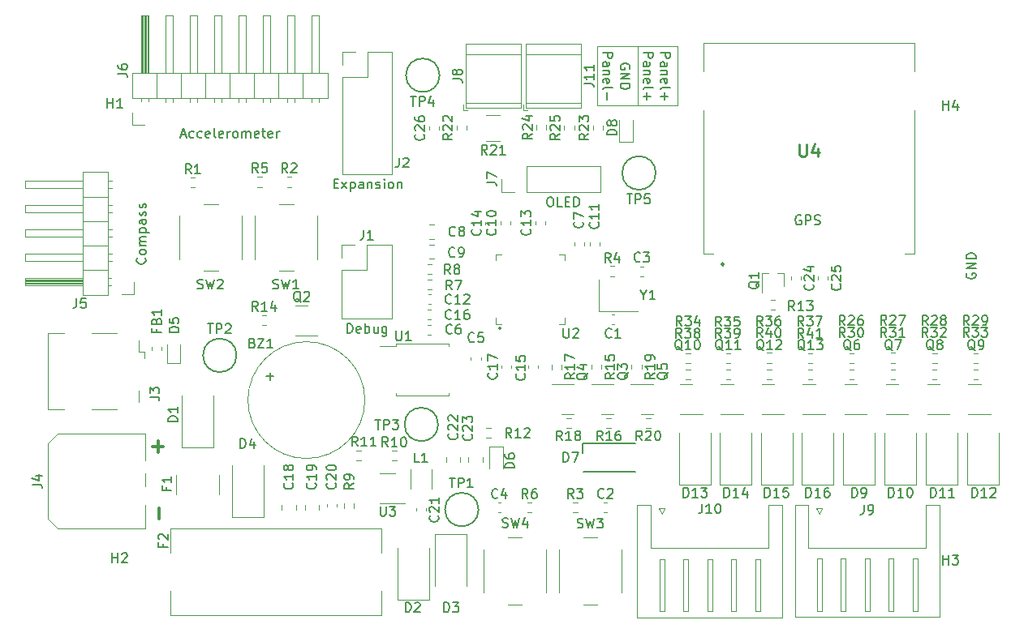
<source format=gbr>
%TF.GenerationSoftware,KiCad,Pcbnew,(6.0.4)*%
%TF.CreationDate,2022-04-12T11:12:27+02:00*%
%TF.ProjectId,PPSE_2021,50505345-5f32-4303-9231-2e6b69636164,rev?*%
%TF.SameCoordinates,Original*%
%TF.FileFunction,Legend,Top*%
%TF.FilePolarity,Positive*%
%FSLAX46Y46*%
G04 Gerber Fmt 4.6, Leading zero omitted, Abs format (unit mm)*
G04 Created by KiCad (PCBNEW (6.0.4)) date 2022-04-12 11:12:27*
%MOMM*%
%LPD*%
G01*
G04 APERTURE LIST*
%ADD10C,0.100000*%
%ADD11C,0.300000*%
%ADD12C,0.150000*%
%ADD13C,0.254000*%
%ADD14C,0.120000*%
G04 APERTURE END LIST*
D10*
X144221200Y-75212425D02*
X148386800Y-75212425D01*
X148386800Y-75212425D02*
X148386800Y-81460825D01*
X148386800Y-81460825D02*
X144221200Y-81460825D01*
X144221200Y-81460825D02*
X144221200Y-75212425D01*
X148386800Y-75212425D02*
X152552400Y-75212425D01*
X152552400Y-75212425D02*
X152552400Y-81460825D01*
X152552400Y-81460825D02*
X148386800Y-81460825D01*
X148386800Y-81460825D02*
X148386800Y-75212425D01*
D11*
X97778571Y-117057142D02*
X98921428Y-117057142D01*
X98350000Y-117628571D02*
X98350000Y-116485714D01*
D12*
X150830019Y-75908209D02*
X151830019Y-75908209D01*
X151830019Y-76289161D01*
X151782400Y-76384400D01*
X151734780Y-76432019D01*
X151639542Y-76479638D01*
X151496685Y-76479638D01*
X151401447Y-76432019D01*
X151353828Y-76384400D01*
X151306209Y-76289161D01*
X151306209Y-75908209D01*
X150830019Y-77336780D02*
X151353828Y-77336780D01*
X151449066Y-77289161D01*
X151496685Y-77193923D01*
X151496685Y-77003447D01*
X151449066Y-76908209D01*
X150877638Y-77336780D02*
X150830019Y-77241542D01*
X150830019Y-77003447D01*
X150877638Y-76908209D01*
X150972876Y-76860590D01*
X151068114Y-76860590D01*
X151163352Y-76908209D01*
X151210971Y-77003447D01*
X151210971Y-77241542D01*
X151258590Y-77336780D01*
X151496685Y-77812971D02*
X150830019Y-77812971D01*
X151401447Y-77812971D02*
X151449066Y-77860590D01*
X151496685Y-77955828D01*
X151496685Y-78098685D01*
X151449066Y-78193923D01*
X151353828Y-78241542D01*
X150830019Y-78241542D01*
X150877638Y-79098685D02*
X150830019Y-79003447D01*
X150830019Y-78812971D01*
X150877638Y-78717733D01*
X150972876Y-78670114D01*
X151353828Y-78670114D01*
X151449066Y-78717733D01*
X151496685Y-78812971D01*
X151496685Y-79003447D01*
X151449066Y-79098685D01*
X151353828Y-79146304D01*
X151258590Y-79146304D01*
X151163352Y-78670114D01*
X150830019Y-79717733D02*
X150877638Y-79622495D01*
X150972876Y-79574876D01*
X151830019Y-79574876D01*
X151210971Y-80098685D02*
X151210971Y-80860590D01*
X150830019Y-80479638D02*
X151591923Y-80479638D01*
X144784819Y-75908209D02*
X145784819Y-75908209D01*
X145784819Y-76289161D01*
X145737200Y-76384400D01*
X145689580Y-76432019D01*
X145594342Y-76479638D01*
X145451485Y-76479638D01*
X145356247Y-76432019D01*
X145308628Y-76384400D01*
X145261009Y-76289161D01*
X145261009Y-75908209D01*
X144784819Y-77336780D02*
X145308628Y-77336780D01*
X145403866Y-77289161D01*
X145451485Y-77193923D01*
X145451485Y-77003447D01*
X145403866Y-76908209D01*
X144832438Y-77336780D02*
X144784819Y-77241542D01*
X144784819Y-77003447D01*
X144832438Y-76908209D01*
X144927676Y-76860590D01*
X145022914Y-76860590D01*
X145118152Y-76908209D01*
X145165771Y-77003447D01*
X145165771Y-77241542D01*
X145213390Y-77336780D01*
X145451485Y-77812971D02*
X144784819Y-77812971D01*
X145356247Y-77812971D02*
X145403866Y-77860590D01*
X145451485Y-77955828D01*
X145451485Y-78098685D01*
X145403866Y-78193923D01*
X145308628Y-78241542D01*
X144784819Y-78241542D01*
X144832438Y-79098685D02*
X144784819Y-79003447D01*
X144784819Y-78812971D01*
X144832438Y-78717733D01*
X144927676Y-78670114D01*
X145308628Y-78670114D01*
X145403866Y-78717733D01*
X145451485Y-78812971D01*
X145451485Y-79003447D01*
X145403866Y-79098685D01*
X145308628Y-79146304D01*
X145213390Y-79146304D01*
X145118152Y-78670114D01*
X144784819Y-79717733D02*
X144832438Y-79622495D01*
X144927676Y-79574876D01*
X145784819Y-79574876D01*
X145165771Y-80098685D02*
X145165771Y-80860590D01*
X149001219Y-75908209D02*
X150001219Y-75908209D01*
X150001219Y-76289161D01*
X149953600Y-76384400D01*
X149905980Y-76432019D01*
X149810742Y-76479638D01*
X149667885Y-76479638D01*
X149572647Y-76432019D01*
X149525028Y-76384400D01*
X149477409Y-76289161D01*
X149477409Y-75908209D01*
X149001219Y-77336780D02*
X149525028Y-77336780D01*
X149620266Y-77289161D01*
X149667885Y-77193923D01*
X149667885Y-77003447D01*
X149620266Y-76908209D01*
X149048838Y-77336780D02*
X149001219Y-77241542D01*
X149001219Y-77003447D01*
X149048838Y-76908209D01*
X149144076Y-76860590D01*
X149239314Y-76860590D01*
X149334552Y-76908209D01*
X149382171Y-77003447D01*
X149382171Y-77241542D01*
X149429790Y-77336780D01*
X149667885Y-77812971D02*
X149001219Y-77812971D01*
X149572647Y-77812971D02*
X149620266Y-77860590D01*
X149667885Y-77955828D01*
X149667885Y-78098685D01*
X149620266Y-78193923D01*
X149525028Y-78241542D01*
X149001219Y-78241542D01*
X149048838Y-79098685D02*
X149001219Y-79003447D01*
X149001219Y-78812971D01*
X149048838Y-78717733D01*
X149144076Y-78670114D01*
X149525028Y-78670114D01*
X149620266Y-78717733D01*
X149667885Y-78812971D01*
X149667885Y-79003447D01*
X149620266Y-79098685D01*
X149525028Y-79146304D01*
X149429790Y-79146304D01*
X149334552Y-78670114D01*
X149001219Y-79717733D02*
X149048838Y-79622495D01*
X149144076Y-79574876D01*
X150001219Y-79574876D01*
X149382171Y-80098685D02*
X149382171Y-80860590D01*
X149001219Y-80479638D02*
X149763123Y-80479638D01*
X118102380Y-105202380D02*
X118102380Y-104202380D01*
X118340476Y-104202380D01*
X118483333Y-104250000D01*
X118578571Y-104345238D01*
X118626190Y-104440476D01*
X118673809Y-104630952D01*
X118673809Y-104773809D01*
X118626190Y-104964285D01*
X118578571Y-105059523D01*
X118483333Y-105154761D01*
X118340476Y-105202380D01*
X118102380Y-105202380D01*
X119483333Y-105154761D02*
X119388095Y-105202380D01*
X119197619Y-105202380D01*
X119102380Y-105154761D01*
X119054761Y-105059523D01*
X119054761Y-104678571D01*
X119102380Y-104583333D01*
X119197619Y-104535714D01*
X119388095Y-104535714D01*
X119483333Y-104583333D01*
X119530952Y-104678571D01*
X119530952Y-104773809D01*
X119054761Y-104869047D01*
X119959523Y-105202380D02*
X119959523Y-104202380D01*
X119959523Y-104583333D02*
X120054761Y-104535714D01*
X120245238Y-104535714D01*
X120340476Y-104583333D01*
X120388095Y-104630952D01*
X120435714Y-104726190D01*
X120435714Y-105011904D01*
X120388095Y-105107142D01*
X120340476Y-105154761D01*
X120245238Y-105202380D01*
X120054761Y-105202380D01*
X119959523Y-105154761D01*
X121292857Y-104535714D02*
X121292857Y-105202380D01*
X120864285Y-104535714D02*
X120864285Y-105059523D01*
X120911904Y-105154761D01*
X121007142Y-105202380D01*
X121150000Y-105202380D01*
X121245238Y-105154761D01*
X121292857Y-105107142D01*
X122197619Y-104535714D02*
X122197619Y-105345238D01*
X122150000Y-105440476D01*
X122102380Y-105488095D01*
X122007142Y-105535714D01*
X121864285Y-105535714D01*
X121769047Y-105488095D01*
X122197619Y-105154761D02*
X122102380Y-105202380D01*
X121911904Y-105202380D01*
X121816666Y-105154761D01*
X121769047Y-105107142D01*
X121721428Y-105011904D01*
X121721428Y-104726190D01*
X121769047Y-104630952D01*
X121816666Y-104583333D01*
X121911904Y-104535714D01*
X122102380Y-104535714D01*
X122197619Y-104583333D01*
D11*
X98457142Y-124621428D02*
X98457142Y-123478571D01*
D12*
X100754761Y-84516666D02*
X101230952Y-84516666D01*
X100659523Y-84802380D02*
X100992857Y-83802380D01*
X101326190Y-84802380D01*
X102088095Y-84754761D02*
X101992857Y-84802380D01*
X101802380Y-84802380D01*
X101707142Y-84754761D01*
X101659523Y-84707142D01*
X101611904Y-84611904D01*
X101611904Y-84326190D01*
X101659523Y-84230952D01*
X101707142Y-84183333D01*
X101802380Y-84135714D01*
X101992857Y-84135714D01*
X102088095Y-84183333D01*
X102945238Y-84754761D02*
X102850000Y-84802380D01*
X102659523Y-84802380D01*
X102564285Y-84754761D01*
X102516666Y-84707142D01*
X102469047Y-84611904D01*
X102469047Y-84326190D01*
X102516666Y-84230952D01*
X102564285Y-84183333D01*
X102659523Y-84135714D01*
X102850000Y-84135714D01*
X102945238Y-84183333D01*
X103754761Y-84754761D02*
X103659523Y-84802380D01*
X103469047Y-84802380D01*
X103373809Y-84754761D01*
X103326190Y-84659523D01*
X103326190Y-84278571D01*
X103373809Y-84183333D01*
X103469047Y-84135714D01*
X103659523Y-84135714D01*
X103754761Y-84183333D01*
X103802380Y-84278571D01*
X103802380Y-84373809D01*
X103326190Y-84469047D01*
X104373809Y-84802380D02*
X104278571Y-84754761D01*
X104230952Y-84659523D01*
X104230952Y-83802380D01*
X105135714Y-84754761D02*
X105040476Y-84802380D01*
X104850000Y-84802380D01*
X104754761Y-84754761D01*
X104707142Y-84659523D01*
X104707142Y-84278571D01*
X104754761Y-84183333D01*
X104850000Y-84135714D01*
X105040476Y-84135714D01*
X105135714Y-84183333D01*
X105183333Y-84278571D01*
X105183333Y-84373809D01*
X104707142Y-84469047D01*
X105611904Y-84802380D02*
X105611904Y-84135714D01*
X105611904Y-84326190D02*
X105659523Y-84230952D01*
X105707142Y-84183333D01*
X105802380Y-84135714D01*
X105897619Y-84135714D01*
X106373809Y-84802380D02*
X106278571Y-84754761D01*
X106230952Y-84707142D01*
X106183333Y-84611904D01*
X106183333Y-84326190D01*
X106230952Y-84230952D01*
X106278571Y-84183333D01*
X106373809Y-84135714D01*
X106516666Y-84135714D01*
X106611904Y-84183333D01*
X106659523Y-84230952D01*
X106707142Y-84326190D01*
X106707142Y-84611904D01*
X106659523Y-84707142D01*
X106611904Y-84754761D01*
X106516666Y-84802380D01*
X106373809Y-84802380D01*
X107135714Y-84802380D02*
X107135714Y-84135714D01*
X107135714Y-84230952D02*
X107183333Y-84183333D01*
X107278571Y-84135714D01*
X107421428Y-84135714D01*
X107516666Y-84183333D01*
X107564285Y-84278571D01*
X107564285Y-84802380D01*
X107564285Y-84278571D02*
X107611904Y-84183333D01*
X107707142Y-84135714D01*
X107850000Y-84135714D01*
X107945238Y-84183333D01*
X107992857Y-84278571D01*
X107992857Y-84802380D01*
X108850000Y-84754761D02*
X108754761Y-84802380D01*
X108564285Y-84802380D01*
X108469047Y-84754761D01*
X108421428Y-84659523D01*
X108421428Y-84278571D01*
X108469047Y-84183333D01*
X108564285Y-84135714D01*
X108754761Y-84135714D01*
X108850000Y-84183333D01*
X108897619Y-84278571D01*
X108897619Y-84373809D01*
X108421428Y-84469047D01*
X109183333Y-84135714D02*
X109564285Y-84135714D01*
X109326190Y-83802380D02*
X109326190Y-84659523D01*
X109373809Y-84754761D01*
X109469047Y-84802380D01*
X109564285Y-84802380D01*
X110278571Y-84754761D02*
X110183333Y-84802380D01*
X109992857Y-84802380D01*
X109897619Y-84754761D01*
X109850000Y-84659523D01*
X109850000Y-84278571D01*
X109897619Y-84183333D01*
X109992857Y-84135714D01*
X110183333Y-84135714D01*
X110278571Y-84183333D01*
X110326190Y-84278571D01*
X110326190Y-84373809D01*
X109850000Y-84469047D01*
X110754761Y-84802380D02*
X110754761Y-84135714D01*
X110754761Y-84326190D02*
X110802380Y-84230952D01*
X110850000Y-84183333D01*
X110945238Y-84135714D01*
X111040476Y-84135714D01*
X165435714Y-92950000D02*
X165340476Y-92902380D01*
X165197619Y-92902380D01*
X165054761Y-92950000D01*
X164959523Y-93045238D01*
X164911904Y-93140476D01*
X164864285Y-93330952D01*
X164864285Y-93473809D01*
X164911904Y-93664285D01*
X164959523Y-93759523D01*
X165054761Y-93854761D01*
X165197619Y-93902380D01*
X165292857Y-93902380D01*
X165435714Y-93854761D01*
X165483333Y-93807142D01*
X165483333Y-93473809D01*
X165292857Y-93473809D01*
X165911904Y-93902380D02*
X165911904Y-92902380D01*
X166292857Y-92902380D01*
X166388095Y-92950000D01*
X166435714Y-92997619D01*
X166483333Y-93092857D01*
X166483333Y-93235714D01*
X166435714Y-93330952D01*
X166388095Y-93378571D01*
X166292857Y-93426190D01*
X165911904Y-93426190D01*
X166864285Y-93854761D02*
X167007142Y-93902380D01*
X167245238Y-93902380D01*
X167340476Y-93854761D01*
X167388095Y-93807142D01*
X167435714Y-93711904D01*
X167435714Y-93616666D01*
X167388095Y-93521428D01*
X167340476Y-93473809D01*
X167245238Y-93426190D01*
X167054761Y-93378571D01*
X166959523Y-93330952D01*
X166911904Y-93283333D01*
X166864285Y-93188095D01*
X166864285Y-93092857D01*
X166911904Y-92997619D01*
X166959523Y-92950000D01*
X167054761Y-92902380D01*
X167292857Y-92902380D01*
X167435714Y-92950000D01*
X139197619Y-91002380D02*
X139388095Y-91002380D01*
X139483333Y-91050000D01*
X139578571Y-91145238D01*
X139626190Y-91335714D01*
X139626190Y-91669047D01*
X139578571Y-91859523D01*
X139483333Y-91954761D01*
X139388095Y-92002380D01*
X139197619Y-92002380D01*
X139102380Y-91954761D01*
X139007142Y-91859523D01*
X138959523Y-91669047D01*
X138959523Y-91335714D01*
X139007142Y-91145238D01*
X139102380Y-91050000D01*
X139197619Y-91002380D01*
X140530952Y-92002380D02*
X140054761Y-92002380D01*
X140054761Y-91002380D01*
X140864285Y-91478571D02*
X141197619Y-91478571D01*
X141340476Y-92002380D02*
X140864285Y-92002380D01*
X140864285Y-91002380D01*
X141340476Y-91002380D01*
X141769047Y-92002380D02*
X141769047Y-91002380D01*
X142007142Y-91002380D01*
X142150000Y-91050000D01*
X142245238Y-91145238D01*
X142292857Y-91240476D01*
X142340476Y-91430952D01*
X142340476Y-91573809D01*
X142292857Y-91764285D01*
X142245238Y-91859523D01*
X142150000Y-91954761D01*
X142007142Y-92002380D01*
X141769047Y-92002380D01*
X97007142Y-97373809D02*
X97054761Y-97421428D01*
X97102380Y-97564285D01*
X97102380Y-97659523D01*
X97054761Y-97802380D01*
X96959523Y-97897619D01*
X96864285Y-97945238D01*
X96673809Y-97992857D01*
X96530952Y-97992857D01*
X96340476Y-97945238D01*
X96245238Y-97897619D01*
X96150000Y-97802380D01*
X96102380Y-97659523D01*
X96102380Y-97564285D01*
X96150000Y-97421428D01*
X96197619Y-97373809D01*
X97102380Y-96802380D02*
X97054761Y-96897619D01*
X97007142Y-96945238D01*
X96911904Y-96992857D01*
X96626190Y-96992857D01*
X96530952Y-96945238D01*
X96483333Y-96897619D01*
X96435714Y-96802380D01*
X96435714Y-96659523D01*
X96483333Y-96564285D01*
X96530952Y-96516666D01*
X96626190Y-96469047D01*
X96911904Y-96469047D01*
X97007142Y-96516666D01*
X97054761Y-96564285D01*
X97102380Y-96659523D01*
X97102380Y-96802380D01*
X97102380Y-96040476D02*
X96435714Y-96040476D01*
X96530952Y-96040476D02*
X96483333Y-95992857D01*
X96435714Y-95897619D01*
X96435714Y-95754761D01*
X96483333Y-95659523D01*
X96578571Y-95611904D01*
X97102380Y-95611904D01*
X96578571Y-95611904D02*
X96483333Y-95564285D01*
X96435714Y-95469047D01*
X96435714Y-95326190D01*
X96483333Y-95230952D01*
X96578571Y-95183333D01*
X97102380Y-95183333D01*
X96435714Y-94707142D02*
X97435714Y-94707142D01*
X96483333Y-94707142D02*
X96435714Y-94611904D01*
X96435714Y-94421428D01*
X96483333Y-94326190D01*
X96530952Y-94278571D01*
X96626190Y-94230952D01*
X96911904Y-94230952D01*
X97007142Y-94278571D01*
X97054761Y-94326190D01*
X97102380Y-94421428D01*
X97102380Y-94611904D01*
X97054761Y-94707142D01*
X97102380Y-93373809D02*
X96578571Y-93373809D01*
X96483333Y-93421428D01*
X96435714Y-93516666D01*
X96435714Y-93707142D01*
X96483333Y-93802380D01*
X97054761Y-93373809D02*
X97102380Y-93469047D01*
X97102380Y-93707142D01*
X97054761Y-93802380D01*
X96959523Y-93850000D01*
X96864285Y-93850000D01*
X96769047Y-93802380D01*
X96721428Y-93707142D01*
X96721428Y-93469047D01*
X96673809Y-93373809D01*
X97054761Y-92945238D02*
X97102380Y-92850000D01*
X97102380Y-92659523D01*
X97054761Y-92564285D01*
X96959523Y-92516666D01*
X96911904Y-92516666D01*
X96816666Y-92564285D01*
X96769047Y-92659523D01*
X96769047Y-92802380D01*
X96721428Y-92897619D01*
X96626190Y-92945238D01*
X96578571Y-92945238D01*
X96483333Y-92897619D01*
X96435714Y-92802380D01*
X96435714Y-92659523D01*
X96483333Y-92564285D01*
X97054761Y-92135714D02*
X97102380Y-92040476D01*
X97102380Y-91850000D01*
X97054761Y-91754761D01*
X96959523Y-91707142D01*
X96911904Y-91707142D01*
X96816666Y-91754761D01*
X96769047Y-91850000D01*
X96769047Y-91992857D01*
X96721428Y-92088095D01*
X96626190Y-92135714D01*
X96578571Y-92135714D01*
X96483333Y-92088095D01*
X96435714Y-91992857D01*
X96435714Y-91850000D01*
X96483333Y-91754761D01*
X147566000Y-77622495D02*
X147613619Y-77527257D01*
X147613619Y-77384400D01*
X147566000Y-77241542D01*
X147470761Y-77146304D01*
X147375523Y-77098685D01*
X147185047Y-77051066D01*
X147042190Y-77051066D01*
X146851714Y-77098685D01*
X146756476Y-77146304D01*
X146661238Y-77241542D01*
X146613619Y-77384400D01*
X146613619Y-77479638D01*
X146661238Y-77622495D01*
X146708857Y-77670114D01*
X147042190Y-77670114D01*
X147042190Y-77479638D01*
X146613619Y-78098685D02*
X147613619Y-78098685D01*
X146613619Y-78670114D01*
X147613619Y-78670114D01*
X146613619Y-79146304D02*
X147613619Y-79146304D01*
X147613619Y-79384400D01*
X147566000Y-79527257D01*
X147470761Y-79622495D01*
X147375523Y-79670114D01*
X147185047Y-79717733D01*
X147042190Y-79717733D01*
X146851714Y-79670114D01*
X146756476Y-79622495D01*
X146661238Y-79527257D01*
X146613619Y-79384400D01*
X146613619Y-79146304D01*
X182750000Y-98961904D02*
X182702380Y-99057142D01*
X182702380Y-99200000D01*
X182750000Y-99342857D01*
X182845238Y-99438095D01*
X182940476Y-99485714D01*
X183130952Y-99533333D01*
X183273809Y-99533333D01*
X183464285Y-99485714D01*
X183559523Y-99438095D01*
X183654761Y-99342857D01*
X183702380Y-99200000D01*
X183702380Y-99104761D01*
X183654761Y-98961904D01*
X183607142Y-98914285D01*
X183273809Y-98914285D01*
X183273809Y-99104761D01*
X183702380Y-98485714D02*
X182702380Y-98485714D01*
X183702380Y-97914285D01*
X182702380Y-97914285D01*
X183702380Y-97438095D02*
X182702380Y-97438095D01*
X182702380Y-97200000D01*
X182750000Y-97057142D01*
X182845238Y-96961904D01*
X182940476Y-96914285D01*
X183130952Y-96866666D01*
X183273809Y-96866666D01*
X183464285Y-96914285D01*
X183559523Y-96961904D01*
X183654761Y-97057142D01*
X183702380Y-97200000D01*
X183702380Y-97438095D01*
X116726190Y-89578571D02*
X117059523Y-89578571D01*
X117202380Y-90102380D02*
X116726190Y-90102380D01*
X116726190Y-89102380D01*
X117202380Y-89102380D01*
X117535714Y-90102380D02*
X118059523Y-89435714D01*
X117535714Y-89435714D02*
X118059523Y-90102380D01*
X118440476Y-89435714D02*
X118440476Y-90435714D01*
X118440476Y-89483333D02*
X118535714Y-89435714D01*
X118726190Y-89435714D01*
X118821428Y-89483333D01*
X118869047Y-89530952D01*
X118916666Y-89626190D01*
X118916666Y-89911904D01*
X118869047Y-90007142D01*
X118821428Y-90054761D01*
X118726190Y-90102380D01*
X118535714Y-90102380D01*
X118440476Y-90054761D01*
X119773809Y-90102380D02*
X119773809Y-89578571D01*
X119726190Y-89483333D01*
X119630952Y-89435714D01*
X119440476Y-89435714D01*
X119345238Y-89483333D01*
X119773809Y-90054761D02*
X119678571Y-90102380D01*
X119440476Y-90102380D01*
X119345238Y-90054761D01*
X119297619Y-89959523D01*
X119297619Y-89864285D01*
X119345238Y-89769047D01*
X119440476Y-89721428D01*
X119678571Y-89721428D01*
X119773809Y-89673809D01*
X120250000Y-89435714D02*
X120250000Y-90102380D01*
X120250000Y-89530952D02*
X120297619Y-89483333D01*
X120392857Y-89435714D01*
X120535714Y-89435714D01*
X120630952Y-89483333D01*
X120678571Y-89578571D01*
X120678571Y-90102380D01*
X121107142Y-90054761D02*
X121202380Y-90102380D01*
X121392857Y-90102380D01*
X121488095Y-90054761D01*
X121535714Y-89959523D01*
X121535714Y-89911904D01*
X121488095Y-89816666D01*
X121392857Y-89769047D01*
X121250000Y-89769047D01*
X121154761Y-89721428D01*
X121107142Y-89626190D01*
X121107142Y-89578571D01*
X121154761Y-89483333D01*
X121250000Y-89435714D01*
X121392857Y-89435714D01*
X121488095Y-89483333D01*
X121964285Y-90102380D02*
X121964285Y-89435714D01*
X121964285Y-89102380D02*
X121916666Y-89150000D01*
X121964285Y-89197619D01*
X122011904Y-89150000D01*
X121964285Y-89102380D01*
X121964285Y-89197619D01*
X122583333Y-90102380D02*
X122488095Y-90054761D01*
X122440476Y-90007142D01*
X122392857Y-89911904D01*
X122392857Y-89626190D01*
X122440476Y-89530952D01*
X122488095Y-89483333D01*
X122583333Y-89435714D01*
X122726190Y-89435714D01*
X122821428Y-89483333D01*
X122869047Y-89530952D01*
X122916666Y-89626190D01*
X122916666Y-89911904D01*
X122869047Y-90007142D01*
X122821428Y-90054761D01*
X122726190Y-90102380D01*
X122583333Y-90102380D01*
X123345238Y-89435714D02*
X123345238Y-90102380D01*
X123345238Y-89530952D02*
X123392857Y-89483333D01*
X123488095Y-89435714D01*
X123630952Y-89435714D01*
X123726190Y-89483333D01*
X123773809Y-89578571D01*
X123773809Y-90102380D01*
%TO.C,C8*%
X129373333Y-94997542D02*
X129325714Y-95045161D01*
X129182857Y-95092780D01*
X129087619Y-95092780D01*
X128944761Y-95045161D01*
X128849523Y-94949923D01*
X128801904Y-94854685D01*
X128754285Y-94664209D01*
X128754285Y-94521352D01*
X128801904Y-94330876D01*
X128849523Y-94235638D01*
X128944761Y-94140400D01*
X129087619Y-94092780D01*
X129182857Y-94092780D01*
X129325714Y-94140400D01*
X129373333Y-94188019D01*
X129944761Y-94521352D02*
X129849523Y-94473733D01*
X129801904Y-94426114D01*
X129754285Y-94330876D01*
X129754285Y-94283257D01*
X129801904Y-94188019D01*
X129849523Y-94140400D01*
X129944761Y-94092780D01*
X130135238Y-94092780D01*
X130230476Y-94140400D01*
X130278095Y-94188019D01*
X130325714Y-94283257D01*
X130325714Y-94330876D01*
X130278095Y-94426114D01*
X130230476Y-94473733D01*
X130135238Y-94521352D01*
X129944761Y-94521352D01*
X129849523Y-94568971D01*
X129801904Y-94616590D01*
X129754285Y-94711828D01*
X129754285Y-94902304D01*
X129801904Y-94997542D01*
X129849523Y-95045161D01*
X129944761Y-95092780D01*
X130135238Y-95092780D01*
X130230476Y-95045161D01*
X130278095Y-94997542D01*
X130325714Y-94902304D01*
X130325714Y-94711828D01*
X130278095Y-94616590D01*
X130230476Y-94568971D01*
X130135238Y-94521352D01*
%TO.C,D4*%
X106957904Y-117241580D02*
X106957904Y-116241580D01*
X107196000Y-116241580D01*
X107338857Y-116289200D01*
X107434095Y-116384438D01*
X107481714Y-116479676D01*
X107529333Y-116670152D01*
X107529333Y-116813009D01*
X107481714Y-117003485D01*
X107434095Y-117098723D01*
X107338857Y-117193961D01*
X107196000Y-117241580D01*
X106957904Y-117241580D01*
X108386476Y-116574914D02*
X108386476Y-117241580D01*
X108148380Y-116193961D02*
X107910285Y-116908247D01*
X108529333Y-116908247D01*
%TO.C,C12*%
X128947942Y-102058742D02*
X128900323Y-102106361D01*
X128757466Y-102153980D01*
X128662228Y-102153980D01*
X128519371Y-102106361D01*
X128424133Y-102011123D01*
X128376514Y-101915885D01*
X128328895Y-101725409D01*
X128328895Y-101582552D01*
X128376514Y-101392076D01*
X128424133Y-101296838D01*
X128519371Y-101201600D01*
X128662228Y-101153980D01*
X128757466Y-101153980D01*
X128900323Y-101201600D01*
X128947942Y-101249219D01*
X129900323Y-102153980D02*
X129328895Y-102153980D01*
X129614609Y-102153980D02*
X129614609Y-101153980D01*
X129519371Y-101296838D01*
X129424133Y-101392076D01*
X129328895Y-101439695D01*
X130281276Y-101249219D02*
X130328895Y-101201600D01*
X130424133Y-101153980D01*
X130662228Y-101153980D01*
X130757466Y-101201600D01*
X130805085Y-101249219D01*
X130852704Y-101344457D01*
X130852704Y-101439695D01*
X130805085Y-101582552D01*
X130233657Y-102153980D01*
X130852704Y-102153980D01*
%TO.C,Q6*%
X170663517Y-107024419D02*
X170568279Y-106976800D01*
X170473041Y-106881561D01*
X170330184Y-106738704D01*
X170234946Y-106691085D01*
X170139708Y-106691085D01*
X170187327Y-106929180D02*
X170092089Y-106881561D01*
X169996851Y-106786323D01*
X169949232Y-106595847D01*
X169949232Y-106262514D01*
X169996851Y-106072038D01*
X170092089Y-105976800D01*
X170187327Y-105929180D01*
X170377803Y-105929180D01*
X170473041Y-105976800D01*
X170568279Y-106072038D01*
X170615898Y-106262514D01*
X170615898Y-106595847D01*
X170568279Y-106786323D01*
X170473041Y-106881561D01*
X170377803Y-106929180D01*
X170187327Y-106929180D01*
X171473041Y-105929180D02*
X171282565Y-105929180D01*
X171187327Y-105976800D01*
X171139708Y-106024419D01*
X171044470Y-106167276D01*
X170996851Y-106357752D01*
X170996851Y-106738704D01*
X171044470Y-106833942D01*
X171092089Y-106881561D01*
X171187327Y-106929180D01*
X171377803Y-106929180D01*
X171473041Y-106881561D01*
X171520660Y-106833942D01*
X171568279Y-106738704D01*
X171568279Y-106500609D01*
X171520660Y-106405371D01*
X171473041Y-106357752D01*
X171377803Y-106310133D01*
X171187327Y-106310133D01*
X171092089Y-106357752D01*
X171044470Y-106405371D01*
X170996851Y-106500609D01*
%TO.C,J10*%
X155117276Y-123053180D02*
X155117276Y-123767466D01*
X155069657Y-123910323D01*
X154974419Y-124005561D01*
X154831561Y-124053180D01*
X154736323Y-124053180D01*
X156117276Y-124053180D02*
X155545847Y-124053180D01*
X155831561Y-124053180D02*
X155831561Y-123053180D01*
X155736323Y-123196038D01*
X155641085Y-123291276D01*
X155545847Y-123338895D01*
X156736323Y-123053180D02*
X156831561Y-123053180D01*
X156926800Y-123100800D01*
X156974419Y-123148419D01*
X157022038Y-123243657D01*
X157069657Y-123434133D01*
X157069657Y-123672228D01*
X157022038Y-123862704D01*
X156974419Y-123957942D01*
X156926800Y-124005561D01*
X156831561Y-124053180D01*
X156736323Y-124053180D01*
X156641085Y-124005561D01*
X156593466Y-123957942D01*
X156545847Y-123862704D01*
X156498228Y-123672228D01*
X156498228Y-123434133D01*
X156545847Y-123243657D01*
X156593466Y-123148419D01*
X156641085Y-123100800D01*
X156736323Y-123053180D01*
%TO.C,J5*%
X89856666Y-101597380D02*
X89856666Y-102311666D01*
X89809047Y-102454523D01*
X89713809Y-102549761D01*
X89570952Y-102597380D01*
X89475714Y-102597380D01*
X90809047Y-101597380D02*
X90332857Y-101597380D01*
X90285238Y-102073571D01*
X90332857Y-102025952D01*
X90428095Y-101978333D01*
X90666190Y-101978333D01*
X90761428Y-102025952D01*
X90809047Y-102073571D01*
X90856666Y-102168809D01*
X90856666Y-102406904D01*
X90809047Y-102502142D01*
X90761428Y-102549761D01*
X90666190Y-102597380D01*
X90428095Y-102597380D01*
X90332857Y-102549761D01*
X90285238Y-102502142D01*
%TO.C,R14*%
X108780342Y-102908380D02*
X108447009Y-102432190D01*
X108208914Y-102908380D02*
X108208914Y-101908380D01*
X108589866Y-101908380D01*
X108685104Y-101956000D01*
X108732723Y-102003619D01*
X108780342Y-102098857D01*
X108780342Y-102241714D01*
X108732723Y-102336952D01*
X108685104Y-102384571D01*
X108589866Y-102432190D01*
X108208914Y-102432190D01*
X109732723Y-102908380D02*
X109161295Y-102908380D01*
X109447009Y-102908380D02*
X109447009Y-101908380D01*
X109351771Y-102051238D01*
X109256533Y-102146476D01*
X109161295Y-102194095D01*
X110589866Y-102241714D02*
X110589866Y-102908380D01*
X110351771Y-101860761D02*
X110113676Y-102575047D01*
X110732723Y-102575047D01*
%TO.C,D10*%
X174604514Y-122372380D02*
X174604514Y-121372380D01*
X174842609Y-121372380D01*
X174985466Y-121420000D01*
X175080704Y-121515238D01*
X175128323Y-121610476D01*
X175175942Y-121800952D01*
X175175942Y-121943809D01*
X175128323Y-122134285D01*
X175080704Y-122229523D01*
X174985466Y-122324761D01*
X174842609Y-122372380D01*
X174604514Y-122372380D01*
X176128323Y-122372380D02*
X175556895Y-122372380D01*
X175842609Y-122372380D02*
X175842609Y-121372380D01*
X175747371Y-121515238D01*
X175652133Y-121610476D01*
X175556895Y-121658095D01*
X176747371Y-121372380D02*
X176842609Y-121372380D01*
X176937847Y-121420000D01*
X176985466Y-121467619D01*
X177033085Y-121562857D01*
X177080704Y-121753333D01*
X177080704Y-121991428D01*
X177033085Y-122181904D01*
X176985466Y-122277142D01*
X176937847Y-122324761D01*
X176842609Y-122372380D01*
X176747371Y-122372380D01*
X176652133Y-122324761D01*
X176604514Y-122277142D01*
X176556895Y-122181904D01*
X176509276Y-121991428D01*
X176509276Y-121753333D01*
X176556895Y-121562857D01*
X176604514Y-121467619D01*
X176652133Y-121420000D01*
X176747371Y-121372380D01*
%TO.C,R35*%
X157141942Y-104490780D02*
X156808609Y-104014590D01*
X156570514Y-104490780D02*
X156570514Y-103490780D01*
X156951466Y-103490780D01*
X157046704Y-103538400D01*
X157094323Y-103586019D01*
X157141942Y-103681257D01*
X157141942Y-103824114D01*
X157094323Y-103919352D01*
X157046704Y-103966971D01*
X156951466Y-104014590D01*
X156570514Y-104014590D01*
X157475276Y-103490780D02*
X158094323Y-103490780D01*
X157760990Y-103871733D01*
X157903847Y-103871733D01*
X157999085Y-103919352D01*
X158046704Y-103966971D01*
X158094323Y-104062209D01*
X158094323Y-104300304D01*
X158046704Y-104395542D01*
X157999085Y-104443161D01*
X157903847Y-104490780D01*
X157618133Y-104490780D01*
X157522895Y-104443161D01*
X157475276Y-104395542D01*
X158999085Y-103490780D02*
X158522895Y-103490780D01*
X158475276Y-103966971D01*
X158522895Y-103919352D01*
X158618133Y-103871733D01*
X158856228Y-103871733D01*
X158951466Y-103919352D01*
X158999085Y-103966971D01*
X159046704Y-104062209D01*
X159046704Y-104300304D01*
X158999085Y-104395542D01*
X158951466Y-104443161D01*
X158856228Y-104490780D01*
X158618133Y-104490780D01*
X158522895Y-104443161D01*
X158475276Y-104395542D01*
%TO.C,R34*%
X153027142Y-104439980D02*
X152693809Y-103963790D01*
X152455714Y-104439980D02*
X152455714Y-103439980D01*
X152836666Y-103439980D01*
X152931904Y-103487600D01*
X152979523Y-103535219D01*
X153027142Y-103630457D01*
X153027142Y-103773314D01*
X152979523Y-103868552D01*
X152931904Y-103916171D01*
X152836666Y-103963790D01*
X152455714Y-103963790D01*
X153360476Y-103439980D02*
X153979523Y-103439980D01*
X153646190Y-103820933D01*
X153789047Y-103820933D01*
X153884285Y-103868552D01*
X153931904Y-103916171D01*
X153979523Y-104011409D01*
X153979523Y-104249504D01*
X153931904Y-104344742D01*
X153884285Y-104392361D01*
X153789047Y-104439980D01*
X153503333Y-104439980D01*
X153408095Y-104392361D01*
X153360476Y-104344742D01*
X154836666Y-103773314D02*
X154836666Y-104439980D01*
X154598571Y-103392361D02*
X154360476Y-104106647D01*
X154979523Y-104106647D01*
%TO.C,R39*%
X157141942Y-105709980D02*
X156808609Y-105233790D01*
X156570514Y-105709980D02*
X156570514Y-104709980D01*
X156951466Y-104709980D01*
X157046704Y-104757600D01*
X157094323Y-104805219D01*
X157141942Y-104900457D01*
X157141942Y-105043314D01*
X157094323Y-105138552D01*
X157046704Y-105186171D01*
X156951466Y-105233790D01*
X156570514Y-105233790D01*
X157475276Y-104709980D02*
X158094323Y-104709980D01*
X157760990Y-105090933D01*
X157903847Y-105090933D01*
X157999085Y-105138552D01*
X158046704Y-105186171D01*
X158094323Y-105281409D01*
X158094323Y-105519504D01*
X158046704Y-105614742D01*
X157999085Y-105662361D01*
X157903847Y-105709980D01*
X157618133Y-105709980D01*
X157522895Y-105662361D01*
X157475276Y-105614742D01*
X158570514Y-105709980D02*
X158760990Y-105709980D01*
X158856228Y-105662361D01*
X158903847Y-105614742D01*
X158999085Y-105471885D01*
X159046704Y-105281409D01*
X159046704Y-104900457D01*
X158999085Y-104805219D01*
X158951466Y-104757600D01*
X158856228Y-104709980D01*
X158665752Y-104709980D01*
X158570514Y-104757600D01*
X158522895Y-104805219D01*
X158475276Y-104900457D01*
X158475276Y-105138552D01*
X158522895Y-105233790D01*
X158570514Y-105281409D01*
X158665752Y-105329028D01*
X158856228Y-105329028D01*
X158951466Y-105281409D01*
X158999085Y-105233790D01*
X159046704Y-105138552D01*
%TO.C,R27*%
X174363799Y-104338380D02*
X174030466Y-103862190D01*
X173792371Y-104338380D02*
X173792371Y-103338380D01*
X174173323Y-103338380D01*
X174268561Y-103386000D01*
X174316180Y-103433619D01*
X174363799Y-103528857D01*
X174363799Y-103671714D01*
X174316180Y-103766952D01*
X174268561Y-103814571D01*
X174173323Y-103862190D01*
X173792371Y-103862190D01*
X174744752Y-103433619D02*
X174792371Y-103386000D01*
X174887609Y-103338380D01*
X175125704Y-103338380D01*
X175220942Y-103386000D01*
X175268561Y-103433619D01*
X175316180Y-103528857D01*
X175316180Y-103624095D01*
X175268561Y-103766952D01*
X174697133Y-104338380D01*
X175316180Y-104338380D01*
X175649514Y-103338380D02*
X176316180Y-103338380D01*
X175887609Y-104338380D01*
%TO.C,D14*%
X157434114Y-122372380D02*
X157434114Y-121372380D01*
X157672209Y-121372380D01*
X157815066Y-121420000D01*
X157910304Y-121515238D01*
X157957923Y-121610476D01*
X158005542Y-121800952D01*
X158005542Y-121943809D01*
X157957923Y-122134285D01*
X157910304Y-122229523D01*
X157815066Y-122324761D01*
X157672209Y-122372380D01*
X157434114Y-122372380D01*
X158957923Y-122372380D02*
X158386495Y-122372380D01*
X158672209Y-122372380D02*
X158672209Y-121372380D01*
X158576971Y-121515238D01*
X158481733Y-121610476D01*
X158386495Y-121658095D01*
X159815066Y-121705714D02*
X159815066Y-122372380D01*
X159576971Y-121324761D02*
X159338876Y-122039047D01*
X159957923Y-122039047D01*
%TO.C,H2*%
X93588095Y-129202380D02*
X93588095Y-128202380D01*
X93588095Y-128678571D02*
X94159523Y-128678571D01*
X94159523Y-129202380D02*
X94159523Y-128202380D01*
X94588095Y-128297619D02*
X94635714Y-128250000D01*
X94730952Y-128202380D01*
X94969047Y-128202380D01*
X95064285Y-128250000D01*
X95111904Y-128297619D01*
X95159523Y-128392857D01*
X95159523Y-128488095D01*
X95111904Y-128630952D01*
X94540476Y-129202380D01*
X95159523Y-129202380D01*
%TO.C,R5*%
X108800333Y-88455780D02*
X108467000Y-87979590D01*
X108228904Y-88455780D02*
X108228904Y-87455780D01*
X108609857Y-87455780D01*
X108705095Y-87503400D01*
X108752714Y-87551019D01*
X108800333Y-87646257D01*
X108800333Y-87789114D01*
X108752714Y-87884352D01*
X108705095Y-87931971D01*
X108609857Y-87979590D01*
X108228904Y-87979590D01*
X109705095Y-87455780D02*
X109228904Y-87455780D01*
X109181285Y-87931971D01*
X109228904Y-87884352D01*
X109324142Y-87836733D01*
X109562238Y-87836733D01*
X109657476Y-87884352D01*
X109705095Y-87931971D01*
X109752714Y-88027209D01*
X109752714Y-88265304D01*
X109705095Y-88360542D01*
X109657476Y-88408161D01*
X109562238Y-88455780D01*
X109324142Y-88455780D01*
X109228904Y-88408161D01*
X109181285Y-88360542D01*
%TO.C,R15*%
X146001980Y-109393457D02*
X145525790Y-109726790D01*
X146001980Y-109964885D02*
X145001980Y-109964885D01*
X145001980Y-109583933D01*
X145049600Y-109488695D01*
X145097219Y-109441076D01*
X145192457Y-109393457D01*
X145335314Y-109393457D01*
X145430552Y-109441076D01*
X145478171Y-109488695D01*
X145525790Y-109583933D01*
X145525790Y-109964885D01*
X146001980Y-108441076D02*
X146001980Y-109012504D01*
X146001980Y-108726790D02*
X145001980Y-108726790D01*
X145144838Y-108822028D01*
X145240076Y-108917266D01*
X145287695Y-109012504D01*
X145001980Y-107536314D02*
X145001980Y-108012504D01*
X145478171Y-108060123D01*
X145430552Y-108012504D01*
X145382933Y-107917266D01*
X145382933Y-107679171D01*
X145430552Y-107583933D01*
X145478171Y-107536314D01*
X145573409Y-107488695D01*
X145811504Y-107488695D01*
X145906742Y-107536314D01*
X145954361Y-107583933D01*
X146001980Y-107679171D01*
X146001980Y-107917266D01*
X145954361Y-108012504D01*
X145906742Y-108060123D01*
%TO.C,SW3*%
X142125866Y-125525161D02*
X142268723Y-125572780D01*
X142506819Y-125572780D01*
X142602057Y-125525161D01*
X142649676Y-125477542D01*
X142697295Y-125382304D01*
X142697295Y-125287066D01*
X142649676Y-125191828D01*
X142602057Y-125144209D01*
X142506819Y-125096590D01*
X142316342Y-125048971D01*
X142221104Y-125001352D01*
X142173485Y-124953733D01*
X142125866Y-124858495D01*
X142125866Y-124763257D01*
X142173485Y-124668019D01*
X142221104Y-124620400D01*
X142316342Y-124572780D01*
X142554438Y-124572780D01*
X142697295Y-124620400D01*
X143030628Y-124572780D02*
X143268723Y-125572780D01*
X143459200Y-124858495D01*
X143649676Y-125572780D01*
X143887771Y-124572780D01*
X144173485Y-124572780D02*
X144792533Y-124572780D01*
X144459200Y-124953733D01*
X144602057Y-124953733D01*
X144697295Y-125001352D01*
X144744914Y-125048971D01*
X144792533Y-125144209D01*
X144792533Y-125382304D01*
X144744914Y-125477542D01*
X144697295Y-125525161D01*
X144602057Y-125572780D01*
X144316342Y-125572780D01*
X144221104Y-125525161D01*
X144173485Y-125477542D01*
%TO.C,R2*%
X111872733Y-88468800D02*
X111539400Y-87992610D01*
X111301304Y-88468800D02*
X111301304Y-87468800D01*
X111682257Y-87468800D01*
X111777495Y-87516420D01*
X111825114Y-87564039D01*
X111872733Y-87659277D01*
X111872733Y-87802134D01*
X111825114Y-87897372D01*
X111777495Y-87944991D01*
X111682257Y-87992610D01*
X111301304Y-87992610D01*
X112253685Y-87564039D02*
X112301304Y-87516420D01*
X112396542Y-87468800D01*
X112634638Y-87468800D01*
X112729876Y-87516420D01*
X112777495Y-87564039D01*
X112825114Y-87659277D01*
X112825114Y-87754515D01*
X112777495Y-87897372D01*
X112206066Y-88468800D01*
X112825114Y-88468800D01*
%TO.C,R24*%
X137398480Y-84361257D02*
X136922290Y-84694590D01*
X137398480Y-84932685D02*
X136398480Y-84932685D01*
X136398480Y-84551733D01*
X136446100Y-84456495D01*
X136493719Y-84408876D01*
X136588957Y-84361257D01*
X136731814Y-84361257D01*
X136827052Y-84408876D01*
X136874671Y-84456495D01*
X136922290Y-84551733D01*
X136922290Y-84932685D01*
X136493719Y-83980304D02*
X136446100Y-83932685D01*
X136398480Y-83837447D01*
X136398480Y-83599352D01*
X136446100Y-83504114D01*
X136493719Y-83456495D01*
X136588957Y-83408876D01*
X136684195Y-83408876D01*
X136827052Y-83456495D01*
X137398480Y-84027923D01*
X137398480Y-83408876D01*
X136731814Y-82551733D02*
X137398480Y-82551733D01*
X136350861Y-82789828D02*
X137065147Y-83027923D01*
X137065147Y-82408876D01*
%TO.C,R19*%
X150167580Y-109393457D02*
X149691390Y-109726790D01*
X150167580Y-109964885D02*
X149167580Y-109964885D01*
X149167580Y-109583933D01*
X149215200Y-109488695D01*
X149262819Y-109441076D01*
X149358057Y-109393457D01*
X149500914Y-109393457D01*
X149596152Y-109441076D01*
X149643771Y-109488695D01*
X149691390Y-109583933D01*
X149691390Y-109964885D01*
X150167580Y-108441076D02*
X150167580Y-109012504D01*
X150167580Y-108726790D02*
X149167580Y-108726790D01*
X149310438Y-108822028D01*
X149405676Y-108917266D01*
X149453295Y-109012504D01*
X150167580Y-107964885D02*
X150167580Y-107774409D01*
X150119961Y-107679171D01*
X150072342Y-107631552D01*
X149929485Y-107536314D01*
X149739009Y-107488695D01*
X149358057Y-107488695D01*
X149262819Y-107536314D01*
X149215200Y-107583933D01*
X149167580Y-107679171D01*
X149167580Y-107869647D01*
X149215200Y-107964885D01*
X149262819Y-108012504D01*
X149358057Y-108060123D01*
X149596152Y-108060123D01*
X149691390Y-108012504D01*
X149739009Y-107964885D01*
X149786628Y-107869647D01*
X149786628Y-107679171D01*
X149739009Y-107583933D01*
X149691390Y-107536314D01*
X149596152Y-107488695D01*
%TO.C,R16*%
X144746742Y-116428780D02*
X144413409Y-115952590D01*
X144175314Y-116428780D02*
X144175314Y-115428780D01*
X144556266Y-115428780D01*
X144651504Y-115476400D01*
X144699123Y-115524019D01*
X144746742Y-115619257D01*
X144746742Y-115762114D01*
X144699123Y-115857352D01*
X144651504Y-115904971D01*
X144556266Y-115952590D01*
X144175314Y-115952590D01*
X145699123Y-116428780D02*
X145127695Y-116428780D01*
X145413409Y-116428780D02*
X145413409Y-115428780D01*
X145318171Y-115571638D01*
X145222933Y-115666876D01*
X145127695Y-115714495D01*
X146556266Y-115428780D02*
X146365790Y-115428780D01*
X146270552Y-115476400D01*
X146222933Y-115524019D01*
X146127695Y-115666876D01*
X146080076Y-115857352D01*
X146080076Y-116238304D01*
X146127695Y-116333542D01*
X146175314Y-116381161D01*
X146270552Y-116428780D01*
X146461028Y-116428780D01*
X146556266Y-116381161D01*
X146603885Y-116333542D01*
X146651504Y-116238304D01*
X146651504Y-116000209D01*
X146603885Y-115904971D01*
X146556266Y-115857352D01*
X146461028Y-115809733D01*
X146270552Y-115809733D01*
X146175314Y-115857352D01*
X146127695Y-115904971D01*
X146080076Y-116000209D01*
%TO.C,BZ1*%
X108186647Y-106252971D02*
X108329504Y-106300590D01*
X108377123Y-106348209D01*
X108424742Y-106443447D01*
X108424742Y-106586304D01*
X108377123Y-106681542D01*
X108329504Y-106729161D01*
X108234266Y-106776780D01*
X107853314Y-106776780D01*
X107853314Y-105776780D01*
X108186647Y-105776780D01*
X108281885Y-105824400D01*
X108329504Y-105872019D01*
X108377123Y-105967257D01*
X108377123Y-106062495D01*
X108329504Y-106157733D01*
X108281885Y-106205352D01*
X108186647Y-106252971D01*
X107853314Y-106252971D01*
X108758076Y-105776780D02*
X109424742Y-105776780D01*
X108758076Y-106776780D01*
X109424742Y-106776780D01*
X110329504Y-106776780D02*
X109758076Y-106776780D01*
X110043790Y-106776780D02*
X110043790Y-105776780D01*
X109948552Y-105919638D01*
X109853314Y-106014876D01*
X109758076Y-106062495D01*
X109651847Y-109748628D02*
X110413752Y-109748628D01*
X110032800Y-110129580D02*
X110032800Y-109367676D01*
%TO.C,D13*%
X153166914Y-122372380D02*
X153166914Y-121372380D01*
X153405009Y-121372380D01*
X153547866Y-121420000D01*
X153643104Y-121515238D01*
X153690723Y-121610476D01*
X153738342Y-121800952D01*
X153738342Y-121943809D01*
X153690723Y-122134285D01*
X153643104Y-122229523D01*
X153547866Y-122324761D01*
X153405009Y-122372380D01*
X153166914Y-122372380D01*
X154690723Y-122372380D02*
X154119295Y-122372380D01*
X154405009Y-122372380D02*
X154405009Y-121372380D01*
X154309771Y-121515238D01*
X154214533Y-121610476D01*
X154119295Y-121658095D01*
X155024057Y-121372380D02*
X155643104Y-121372380D01*
X155309771Y-121753333D01*
X155452628Y-121753333D01*
X155547866Y-121800952D01*
X155595485Y-121848571D01*
X155643104Y-121943809D01*
X155643104Y-122181904D01*
X155595485Y-122277142D01*
X155547866Y-122324761D01*
X155452628Y-122372380D01*
X155166914Y-122372380D01*
X155071676Y-122324761D01*
X155024057Y-122277142D01*
%TO.C,C23*%
X131065542Y-115806457D02*
X131113161Y-115854076D01*
X131160780Y-115996933D01*
X131160780Y-116092171D01*
X131113161Y-116235028D01*
X131017923Y-116330266D01*
X130922685Y-116377885D01*
X130732209Y-116425504D01*
X130589352Y-116425504D01*
X130398876Y-116377885D01*
X130303638Y-116330266D01*
X130208400Y-116235028D01*
X130160780Y-116092171D01*
X130160780Y-115996933D01*
X130208400Y-115854076D01*
X130256019Y-115806457D01*
X130256019Y-115425504D02*
X130208400Y-115377885D01*
X130160780Y-115282647D01*
X130160780Y-115044552D01*
X130208400Y-114949314D01*
X130256019Y-114901695D01*
X130351257Y-114854076D01*
X130446495Y-114854076D01*
X130589352Y-114901695D01*
X131160780Y-115473123D01*
X131160780Y-114854076D01*
X130160780Y-114520742D02*
X130160780Y-113901695D01*
X130541733Y-114235028D01*
X130541733Y-114092171D01*
X130589352Y-113996933D01*
X130636971Y-113949314D01*
X130732209Y-113901695D01*
X130970304Y-113901695D01*
X131065542Y-113949314D01*
X131113161Y-113996933D01*
X131160780Y-114092171D01*
X131160780Y-114377885D01*
X131113161Y-114473123D01*
X131065542Y-114520742D01*
%TO.C,FB1*%
X98175771Y-104820933D02*
X98175771Y-105154266D01*
X98699580Y-105154266D02*
X97699580Y-105154266D01*
X97699580Y-104678076D01*
X98175771Y-103963790D02*
X98223390Y-103820933D01*
X98271009Y-103773314D01*
X98366247Y-103725695D01*
X98509104Y-103725695D01*
X98604342Y-103773314D01*
X98651961Y-103820933D01*
X98699580Y-103916171D01*
X98699580Y-104297123D01*
X97699580Y-104297123D01*
X97699580Y-103963790D01*
X97747200Y-103868552D01*
X97794819Y-103820933D01*
X97890057Y-103773314D01*
X97985295Y-103773314D01*
X98080533Y-103820933D01*
X98128152Y-103868552D01*
X98175771Y-103963790D01*
X98175771Y-104297123D01*
X98699580Y-102773314D02*
X98699580Y-103344742D01*
X98699580Y-103059028D02*
X97699580Y-103059028D01*
X97842438Y-103154266D01*
X97937676Y-103249504D01*
X97985295Y-103344742D01*
%TO.C,C21*%
X127567942Y-124303057D02*
X127615561Y-124350676D01*
X127663180Y-124493533D01*
X127663180Y-124588771D01*
X127615561Y-124731628D01*
X127520323Y-124826866D01*
X127425085Y-124874485D01*
X127234609Y-124922104D01*
X127091752Y-124922104D01*
X126901276Y-124874485D01*
X126806038Y-124826866D01*
X126710800Y-124731628D01*
X126663180Y-124588771D01*
X126663180Y-124493533D01*
X126710800Y-124350676D01*
X126758419Y-124303057D01*
X126758419Y-123922104D02*
X126710800Y-123874485D01*
X126663180Y-123779247D01*
X126663180Y-123541152D01*
X126710800Y-123445914D01*
X126758419Y-123398295D01*
X126853657Y-123350676D01*
X126948895Y-123350676D01*
X127091752Y-123398295D01*
X127663180Y-123969723D01*
X127663180Y-123350676D01*
X127663180Y-122398295D02*
X127663180Y-122969723D01*
X127663180Y-122684009D02*
X126663180Y-122684009D01*
X126806038Y-122779247D01*
X126901276Y-122874485D01*
X126948895Y-122969723D01*
%TO.C,F1*%
X99242571Y-121288133D02*
X99242571Y-121621466D01*
X99766380Y-121621466D02*
X98766380Y-121621466D01*
X98766380Y-121145276D01*
X99766380Y-120240514D02*
X99766380Y-120811942D01*
X99766380Y-120526228D02*
X98766380Y-120526228D01*
X98909238Y-120621466D01*
X99004476Y-120716704D01*
X99052095Y-120811942D01*
%TO.C,Q12*%
X161569971Y-107024419D02*
X161474733Y-106976800D01*
X161379495Y-106881561D01*
X161236638Y-106738704D01*
X161141400Y-106691085D01*
X161046161Y-106691085D01*
X161093780Y-106929180D02*
X160998542Y-106881561D01*
X160903304Y-106786323D01*
X160855685Y-106595847D01*
X160855685Y-106262514D01*
X160903304Y-106072038D01*
X160998542Y-105976800D01*
X161093780Y-105929180D01*
X161284257Y-105929180D01*
X161379495Y-105976800D01*
X161474733Y-106072038D01*
X161522352Y-106262514D01*
X161522352Y-106595847D01*
X161474733Y-106786323D01*
X161379495Y-106881561D01*
X161284257Y-106929180D01*
X161093780Y-106929180D01*
X162474733Y-106929180D02*
X161903304Y-106929180D01*
X162189019Y-106929180D02*
X162189019Y-105929180D01*
X162093780Y-106072038D01*
X161998542Y-106167276D01*
X161903304Y-106214895D01*
X162855685Y-106024419D02*
X162903304Y-105976800D01*
X162998542Y-105929180D01*
X163236638Y-105929180D01*
X163331876Y-105976800D01*
X163379495Y-106024419D01*
X163427114Y-106119657D01*
X163427114Y-106214895D01*
X163379495Y-106357752D01*
X162808066Y-106929180D01*
X163427114Y-106929180D01*
%TO.C,J11*%
X142809980Y-79143123D02*
X143524266Y-79143123D01*
X143667123Y-79190742D01*
X143762361Y-79285980D01*
X143809980Y-79428838D01*
X143809980Y-79524076D01*
X143809980Y-78143123D02*
X143809980Y-78714552D01*
X143809980Y-78428838D02*
X142809980Y-78428838D01*
X142952838Y-78524076D01*
X143048076Y-78619314D01*
X143095695Y-78714552D01*
X143809980Y-77190742D02*
X143809980Y-77762171D01*
X143809980Y-77476457D02*
X142809980Y-77476457D01*
X142952838Y-77571695D01*
X143048076Y-77666933D01*
X143095695Y-77762171D01*
%TO.C,C9*%
X129322533Y-97181942D02*
X129274914Y-97229561D01*
X129132057Y-97277180D01*
X129036819Y-97277180D01*
X128893961Y-97229561D01*
X128798723Y-97134323D01*
X128751104Y-97039085D01*
X128703485Y-96848609D01*
X128703485Y-96705752D01*
X128751104Y-96515276D01*
X128798723Y-96420038D01*
X128893961Y-96324800D01*
X129036819Y-96277180D01*
X129132057Y-96277180D01*
X129274914Y-96324800D01*
X129322533Y-96372419D01*
X129798723Y-97277180D02*
X129989200Y-97277180D01*
X130084438Y-97229561D01*
X130132057Y-97181942D01*
X130227295Y-97039085D01*
X130274914Y-96848609D01*
X130274914Y-96467657D01*
X130227295Y-96372419D01*
X130179676Y-96324800D01*
X130084438Y-96277180D01*
X129893961Y-96277180D01*
X129798723Y-96324800D01*
X129751104Y-96372419D01*
X129703485Y-96467657D01*
X129703485Y-96705752D01*
X129751104Y-96800990D01*
X129798723Y-96848609D01*
X129893961Y-96896228D01*
X130084438Y-96896228D01*
X130179676Y-96848609D01*
X130227295Y-96800990D01*
X130274914Y-96705752D01*
%TO.C,C5*%
X131354533Y-106071942D02*
X131306914Y-106119561D01*
X131164057Y-106167180D01*
X131068819Y-106167180D01*
X130925961Y-106119561D01*
X130830723Y-106024323D01*
X130783104Y-105929085D01*
X130735485Y-105738609D01*
X130735485Y-105595752D01*
X130783104Y-105405276D01*
X130830723Y-105310038D01*
X130925961Y-105214800D01*
X131068819Y-105167180D01*
X131164057Y-105167180D01*
X131306914Y-105214800D01*
X131354533Y-105262419D01*
X132259295Y-105167180D02*
X131783104Y-105167180D01*
X131735485Y-105643371D01*
X131783104Y-105595752D01*
X131878342Y-105548133D01*
X132116438Y-105548133D01*
X132211676Y-105595752D01*
X132259295Y-105643371D01*
X132306914Y-105738609D01*
X132306914Y-105976704D01*
X132259295Y-106071942D01*
X132211676Y-106119561D01*
X132116438Y-106167180D01*
X131878342Y-106167180D01*
X131783104Y-106119561D01*
X131735485Y-106071942D01*
%TO.C,R37*%
X165727142Y-104439980D02*
X165393809Y-103963790D01*
X165155714Y-104439980D02*
X165155714Y-103439980D01*
X165536666Y-103439980D01*
X165631904Y-103487600D01*
X165679523Y-103535219D01*
X165727142Y-103630457D01*
X165727142Y-103773314D01*
X165679523Y-103868552D01*
X165631904Y-103916171D01*
X165536666Y-103963790D01*
X165155714Y-103963790D01*
X166060476Y-103439980D02*
X166679523Y-103439980D01*
X166346190Y-103820933D01*
X166489047Y-103820933D01*
X166584285Y-103868552D01*
X166631904Y-103916171D01*
X166679523Y-104011409D01*
X166679523Y-104249504D01*
X166631904Y-104344742D01*
X166584285Y-104392361D01*
X166489047Y-104439980D01*
X166203333Y-104439980D01*
X166108095Y-104392361D01*
X166060476Y-104344742D01*
X167012857Y-103439980D02*
X167679523Y-103439980D01*
X167250952Y-104439980D01*
%TO.C,H4*%
X180288095Y-81902380D02*
X180288095Y-80902380D01*
X180288095Y-81378571D02*
X180859523Y-81378571D01*
X180859523Y-81902380D02*
X180859523Y-80902380D01*
X181764285Y-81235714D02*
X181764285Y-81902380D01*
X181526190Y-80854761D02*
X181288095Y-81569047D01*
X181907142Y-81569047D01*
%TO.C,Q13*%
X165862571Y-107024419D02*
X165767333Y-106976800D01*
X165672095Y-106881561D01*
X165529238Y-106738704D01*
X165434000Y-106691085D01*
X165338761Y-106691085D01*
X165386380Y-106929180D02*
X165291142Y-106881561D01*
X165195904Y-106786323D01*
X165148285Y-106595847D01*
X165148285Y-106262514D01*
X165195904Y-106072038D01*
X165291142Y-105976800D01*
X165386380Y-105929180D01*
X165576857Y-105929180D01*
X165672095Y-105976800D01*
X165767333Y-106072038D01*
X165814952Y-106262514D01*
X165814952Y-106595847D01*
X165767333Y-106786323D01*
X165672095Y-106881561D01*
X165576857Y-106929180D01*
X165386380Y-106929180D01*
X166767333Y-106929180D02*
X166195904Y-106929180D01*
X166481619Y-106929180D02*
X166481619Y-105929180D01*
X166386380Y-106072038D01*
X166291142Y-106167276D01*
X166195904Y-106214895D01*
X167100666Y-105929180D02*
X167719714Y-105929180D01*
X167386380Y-106310133D01*
X167529238Y-106310133D01*
X167624476Y-106357752D01*
X167672095Y-106405371D01*
X167719714Y-106500609D01*
X167719714Y-106738704D01*
X167672095Y-106833942D01*
X167624476Y-106881561D01*
X167529238Y-106929180D01*
X167243523Y-106929180D01*
X167148285Y-106881561D01*
X167100666Y-106833942D01*
%TO.C,Q10*%
X153047771Y-107024419D02*
X152952533Y-106976800D01*
X152857295Y-106881561D01*
X152714438Y-106738704D01*
X152619200Y-106691085D01*
X152523961Y-106691085D01*
X152571580Y-106929180D02*
X152476342Y-106881561D01*
X152381104Y-106786323D01*
X152333485Y-106595847D01*
X152333485Y-106262514D01*
X152381104Y-106072038D01*
X152476342Y-105976800D01*
X152571580Y-105929180D01*
X152762057Y-105929180D01*
X152857295Y-105976800D01*
X152952533Y-106072038D01*
X153000152Y-106262514D01*
X153000152Y-106595847D01*
X152952533Y-106786323D01*
X152857295Y-106881561D01*
X152762057Y-106929180D01*
X152571580Y-106929180D01*
X153952533Y-106929180D02*
X153381104Y-106929180D01*
X153666819Y-106929180D02*
X153666819Y-105929180D01*
X153571580Y-106072038D01*
X153476342Y-106167276D01*
X153381104Y-106214895D01*
X154571580Y-105929180D02*
X154666819Y-105929180D01*
X154762057Y-105976800D01*
X154809676Y-106024419D01*
X154857295Y-106119657D01*
X154904914Y-106310133D01*
X154904914Y-106548228D01*
X154857295Y-106738704D01*
X154809676Y-106833942D01*
X154762057Y-106881561D01*
X154666819Y-106929180D01*
X154571580Y-106929180D01*
X154476342Y-106881561D01*
X154428723Y-106833942D01*
X154381104Y-106738704D01*
X154333485Y-106548228D01*
X154333485Y-106310133D01*
X154381104Y-106119657D01*
X154428723Y-106024419D01*
X154476342Y-105976800D01*
X154571580Y-105929180D01*
%TO.C,U3*%
X121564495Y-123315180D02*
X121564495Y-124124704D01*
X121612114Y-124219942D01*
X121659733Y-124267561D01*
X121754971Y-124315180D01*
X121945447Y-124315180D01*
X122040685Y-124267561D01*
X122088304Y-124219942D01*
X122135923Y-124124704D01*
X122135923Y-123315180D01*
X122516876Y-123315180D02*
X123135923Y-123315180D01*
X122802590Y-123696133D01*
X122945447Y-123696133D01*
X123040685Y-123743752D01*
X123088304Y-123791371D01*
X123135923Y-123886609D01*
X123135923Y-124124704D01*
X123088304Y-124219942D01*
X123040685Y-124267561D01*
X122945447Y-124315180D01*
X122659733Y-124315180D01*
X122564495Y-124267561D01*
X122516876Y-124219942D01*
%TO.C,D1*%
X100415980Y-114460495D02*
X99415980Y-114460495D01*
X99415980Y-114222400D01*
X99463600Y-114079542D01*
X99558838Y-113984304D01*
X99654076Y-113936685D01*
X99844552Y-113889066D01*
X99987409Y-113889066D01*
X100177885Y-113936685D01*
X100273123Y-113984304D01*
X100368361Y-114079542D01*
X100415980Y-114222400D01*
X100415980Y-114460495D01*
X100415980Y-112936685D02*
X100415980Y-113508114D01*
X100415980Y-113222400D02*
X99415980Y-113222400D01*
X99558838Y-113317638D01*
X99654076Y-113412876D01*
X99701695Y-113508114D01*
%TO.C,C24*%
X166683942Y-100109257D02*
X166731561Y-100156876D01*
X166779180Y-100299733D01*
X166779180Y-100394971D01*
X166731561Y-100537828D01*
X166636323Y-100633066D01*
X166541085Y-100680685D01*
X166350609Y-100728304D01*
X166207752Y-100728304D01*
X166017276Y-100680685D01*
X165922038Y-100633066D01*
X165826800Y-100537828D01*
X165779180Y-100394971D01*
X165779180Y-100299733D01*
X165826800Y-100156876D01*
X165874419Y-100109257D01*
X165874419Y-99728304D02*
X165826800Y-99680685D01*
X165779180Y-99585447D01*
X165779180Y-99347352D01*
X165826800Y-99252114D01*
X165874419Y-99204495D01*
X165969657Y-99156876D01*
X166064895Y-99156876D01*
X166207752Y-99204495D01*
X166779180Y-99775923D01*
X166779180Y-99156876D01*
X166112514Y-98299733D02*
X166779180Y-98299733D01*
X165731561Y-98537828D02*
X166445847Y-98775923D01*
X166445847Y-98156876D01*
%TO.C,Y1*%
X149028209Y-101220590D02*
X149028209Y-101696780D01*
X148694876Y-100696780D02*
X149028209Y-101220590D01*
X149361542Y-100696780D01*
X150218685Y-101696780D02*
X149647257Y-101696780D01*
X149932971Y-101696780D02*
X149932971Y-100696780D01*
X149837733Y-100839638D01*
X149742495Y-100934876D01*
X149647257Y-100982495D01*
%TO.C,D11*%
X178973314Y-122372380D02*
X178973314Y-121372380D01*
X179211409Y-121372380D01*
X179354266Y-121420000D01*
X179449504Y-121515238D01*
X179497123Y-121610476D01*
X179544742Y-121800952D01*
X179544742Y-121943809D01*
X179497123Y-122134285D01*
X179449504Y-122229523D01*
X179354266Y-122324761D01*
X179211409Y-122372380D01*
X178973314Y-122372380D01*
X180497123Y-122372380D02*
X179925695Y-122372380D01*
X180211409Y-122372380D02*
X180211409Y-121372380D01*
X180116171Y-121515238D01*
X180020933Y-121610476D01*
X179925695Y-121658095D01*
X181449504Y-122372380D02*
X180878076Y-122372380D01*
X181163790Y-122372380D02*
X181163790Y-121372380D01*
X181068552Y-121515238D01*
X180973314Y-121610476D01*
X180878076Y-121658095D01*
%TO.C,J7*%
X132682180Y-89461933D02*
X133396466Y-89461933D01*
X133539323Y-89509552D01*
X133634561Y-89604790D01*
X133682180Y-89747647D01*
X133682180Y-89842885D01*
X132682180Y-89080980D02*
X132682180Y-88414314D01*
X133682180Y-88842885D01*
%TO.C,C16*%
X128947942Y-103684342D02*
X128900323Y-103731961D01*
X128757466Y-103779580D01*
X128662228Y-103779580D01*
X128519371Y-103731961D01*
X128424133Y-103636723D01*
X128376514Y-103541485D01*
X128328895Y-103351009D01*
X128328895Y-103208152D01*
X128376514Y-103017676D01*
X128424133Y-102922438D01*
X128519371Y-102827200D01*
X128662228Y-102779580D01*
X128757466Y-102779580D01*
X128900323Y-102827200D01*
X128947942Y-102874819D01*
X129900323Y-103779580D02*
X129328895Y-103779580D01*
X129614609Y-103779580D02*
X129614609Y-102779580D01*
X129519371Y-102922438D01*
X129424133Y-103017676D01*
X129328895Y-103065295D01*
X130757466Y-102779580D02*
X130566990Y-102779580D01*
X130471752Y-102827200D01*
X130424133Y-102874819D01*
X130328895Y-103017676D01*
X130281276Y-103208152D01*
X130281276Y-103589104D01*
X130328895Y-103684342D01*
X130376514Y-103731961D01*
X130471752Y-103779580D01*
X130662228Y-103779580D01*
X130757466Y-103731961D01*
X130805085Y-103684342D01*
X130852704Y-103589104D01*
X130852704Y-103351009D01*
X130805085Y-103255771D01*
X130757466Y-103208152D01*
X130662228Y-103160533D01*
X130471752Y-103160533D01*
X130376514Y-103208152D01*
X130328895Y-103255771D01*
X130281276Y-103351009D01*
%TO.C,TP1*%
X128786095Y-120349580D02*
X129357523Y-120349580D01*
X129071809Y-121349580D02*
X129071809Y-120349580D01*
X129690857Y-121349580D02*
X129690857Y-120349580D01*
X130071809Y-120349580D01*
X130167047Y-120397200D01*
X130214666Y-120444819D01*
X130262285Y-120540057D01*
X130262285Y-120682914D01*
X130214666Y-120778152D01*
X130167047Y-120825771D01*
X130071809Y-120873390D01*
X129690857Y-120873390D01*
X131214666Y-121349580D02*
X130643238Y-121349580D01*
X130928952Y-121349580D02*
X130928952Y-120349580D01*
X130833714Y-120492438D01*
X130738476Y-120587676D01*
X130643238Y-120635295D01*
%TO.C,J1*%
X119803666Y-94447380D02*
X119803666Y-95161666D01*
X119756047Y-95304523D01*
X119660809Y-95399761D01*
X119517952Y-95447380D01*
X119422714Y-95447380D01*
X120803666Y-95447380D02*
X120232238Y-95447380D01*
X120517952Y-95447380D02*
X120517952Y-94447380D01*
X120422714Y-94590238D01*
X120327476Y-94685476D01*
X120232238Y-94733095D01*
%TO.C,D5*%
X100528380Y-105132095D02*
X99528380Y-105132095D01*
X99528380Y-104894000D01*
X99576000Y-104751142D01*
X99671238Y-104655904D01*
X99766476Y-104608285D01*
X99956952Y-104560666D01*
X100099809Y-104560666D01*
X100290285Y-104608285D01*
X100385523Y-104655904D01*
X100480761Y-104751142D01*
X100528380Y-104894000D01*
X100528380Y-105132095D01*
X99528380Y-103655904D02*
X99528380Y-104132095D01*
X100004571Y-104179714D01*
X99956952Y-104132095D01*
X99909333Y-104036857D01*
X99909333Y-103798761D01*
X99956952Y-103703523D01*
X100004571Y-103655904D01*
X100099809Y-103608285D01*
X100337904Y-103608285D01*
X100433142Y-103655904D01*
X100480761Y-103703523D01*
X100528380Y-103798761D01*
X100528380Y-104036857D01*
X100480761Y-104132095D01*
X100433142Y-104179714D01*
%TO.C,J3*%
X97496380Y-111890133D02*
X98210666Y-111890133D01*
X98353523Y-111937752D01*
X98448761Y-112032990D01*
X98496380Y-112175847D01*
X98496380Y-112271085D01*
X97496380Y-111509180D02*
X97496380Y-110890133D01*
X97877333Y-111223466D01*
X97877333Y-111080609D01*
X97924952Y-110985371D01*
X97972571Y-110937752D01*
X98067809Y-110890133D01*
X98305904Y-110890133D01*
X98401142Y-110937752D01*
X98448761Y-110985371D01*
X98496380Y-111080609D01*
X98496380Y-111366323D01*
X98448761Y-111461561D01*
X98401142Y-111509180D01*
%TO.C,H3*%
X180288095Y-129402380D02*
X180288095Y-128402380D01*
X180288095Y-128878571D02*
X180859523Y-128878571D01*
X180859523Y-129402380D02*
X180859523Y-128402380D01*
X181240476Y-128402380D02*
X181859523Y-128402380D01*
X181526190Y-128783333D01*
X181669047Y-128783333D01*
X181764285Y-128830952D01*
X181811904Y-128878571D01*
X181859523Y-128973809D01*
X181859523Y-129211904D01*
X181811904Y-129307142D01*
X181764285Y-129354761D01*
X181669047Y-129402380D01*
X181383333Y-129402380D01*
X181288095Y-129354761D01*
X181240476Y-129307142D01*
%TO.C,R30*%
X170037369Y-105629781D02*
X169704036Y-105153591D01*
X169465941Y-105629781D02*
X169465941Y-104629781D01*
X169846893Y-104629781D01*
X169942131Y-104677401D01*
X169989750Y-104725020D01*
X170037369Y-104820258D01*
X170037369Y-104963115D01*
X169989750Y-105058353D01*
X169942131Y-105105972D01*
X169846893Y-105153591D01*
X169465941Y-105153591D01*
X170370703Y-104629781D02*
X170989750Y-104629781D01*
X170656417Y-105010734D01*
X170799274Y-105010734D01*
X170894512Y-105058353D01*
X170942131Y-105105972D01*
X170989750Y-105201210D01*
X170989750Y-105439305D01*
X170942131Y-105534543D01*
X170894512Y-105582162D01*
X170799274Y-105629781D01*
X170513560Y-105629781D01*
X170418322Y-105582162D01*
X170370703Y-105534543D01*
X171608798Y-104629781D02*
X171704036Y-104629781D01*
X171799274Y-104677401D01*
X171846893Y-104725020D01*
X171894512Y-104820258D01*
X171942131Y-105010734D01*
X171942131Y-105248829D01*
X171894512Y-105439305D01*
X171846893Y-105534543D01*
X171799274Y-105582162D01*
X171704036Y-105629781D01*
X171608798Y-105629781D01*
X171513560Y-105582162D01*
X171465941Y-105534543D01*
X171418322Y-105439305D01*
X171370703Y-105248829D01*
X171370703Y-105010734D01*
X171418322Y-104820258D01*
X171465941Y-104725020D01*
X171513560Y-104677401D01*
X171608798Y-104629781D01*
%TO.C,C15*%
X136581142Y-109484300D02*
X136628761Y-109531919D01*
X136676380Y-109674776D01*
X136676380Y-109770014D01*
X136628761Y-109912871D01*
X136533523Y-110008109D01*
X136438285Y-110055728D01*
X136247809Y-110103347D01*
X136104952Y-110103347D01*
X135914476Y-110055728D01*
X135819238Y-110008109D01*
X135724000Y-109912871D01*
X135676380Y-109770014D01*
X135676380Y-109674776D01*
X135724000Y-109531919D01*
X135771619Y-109484300D01*
X136676380Y-108531919D02*
X136676380Y-109103347D01*
X136676380Y-108817633D02*
X135676380Y-108817633D01*
X135819238Y-108912871D01*
X135914476Y-109008109D01*
X135962095Y-109103347D01*
X135676380Y-107627157D02*
X135676380Y-108103347D01*
X136152571Y-108150966D01*
X136104952Y-108103347D01*
X136057333Y-108008109D01*
X136057333Y-107770014D01*
X136104952Y-107674776D01*
X136152571Y-107627157D01*
X136247809Y-107579538D01*
X136485904Y-107579538D01*
X136581142Y-107627157D01*
X136628761Y-107674776D01*
X136676380Y-107770014D01*
X136676380Y-108008109D01*
X136628761Y-108103347D01*
X136581142Y-108150966D01*
%TO.C,D7*%
X140638304Y-118663980D02*
X140638304Y-117663980D01*
X140876400Y-117663980D01*
X141019257Y-117711600D01*
X141114495Y-117806838D01*
X141162114Y-117902076D01*
X141209733Y-118092552D01*
X141209733Y-118235409D01*
X141162114Y-118425885D01*
X141114495Y-118521123D01*
X141019257Y-118616361D01*
X140876400Y-118663980D01*
X140638304Y-118663980D01*
X141543066Y-117663980D02*
X142209733Y-117663980D01*
X141781161Y-118663980D01*
%TO.C,D16*%
X165968514Y-122372380D02*
X165968514Y-121372380D01*
X166206609Y-121372380D01*
X166349466Y-121420000D01*
X166444704Y-121515238D01*
X166492323Y-121610476D01*
X166539942Y-121800952D01*
X166539942Y-121943809D01*
X166492323Y-122134285D01*
X166444704Y-122229523D01*
X166349466Y-122324761D01*
X166206609Y-122372380D01*
X165968514Y-122372380D01*
X167492323Y-122372380D02*
X166920895Y-122372380D01*
X167206609Y-122372380D02*
X167206609Y-121372380D01*
X167111371Y-121515238D01*
X167016133Y-121610476D01*
X166920895Y-121658095D01*
X168349466Y-121372380D02*
X168158990Y-121372380D01*
X168063752Y-121420000D01*
X168016133Y-121467619D01*
X167920895Y-121610476D01*
X167873276Y-121800952D01*
X167873276Y-122181904D01*
X167920895Y-122277142D01*
X167968514Y-122324761D01*
X168063752Y-122372380D01*
X168254228Y-122372380D01*
X168349466Y-122324761D01*
X168397085Y-122277142D01*
X168444704Y-122181904D01*
X168444704Y-121943809D01*
X168397085Y-121848571D01*
X168349466Y-121800952D01*
X168254228Y-121753333D01*
X168063752Y-121753333D01*
X167968514Y-121800952D01*
X167920895Y-121848571D01*
X167873276Y-121943809D01*
%TO.C,D6*%
X135537180Y-119305295D02*
X134537180Y-119305295D01*
X134537180Y-119067200D01*
X134584800Y-118924342D01*
X134680038Y-118829104D01*
X134775276Y-118781485D01*
X134965752Y-118733866D01*
X135108609Y-118733866D01*
X135299085Y-118781485D01*
X135394323Y-118829104D01*
X135489561Y-118924342D01*
X135537180Y-119067200D01*
X135537180Y-119305295D01*
X134537180Y-117876723D02*
X134537180Y-118067200D01*
X134584800Y-118162438D01*
X134632419Y-118210057D01*
X134775276Y-118305295D01*
X134965752Y-118352914D01*
X135346704Y-118352914D01*
X135441942Y-118305295D01*
X135489561Y-118257676D01*
X135537180Y-118162438D01*
X135537180Y-117971961D01*
X135489561Y-117876723D01*
X135441942Y-117829104D01*
X135346704Y-117781485D01*
X135108609Y-117781485D01*
X135013371Y-117829104D01*
X134965752Y-117876723D01*
X134918133Y-117971961D01*
X134918133Y-118162438D01*
X134965752Y-118257676D01*
X135013371Y-118305295D01*
X135108609Y-118352914D01*
%TO.C,R3*%
X141717733Y-122466380D02*
X141384400Y-121990190D01*
X141146304Y-122466380D02*
X141146304Y-121466380D01*
X141527257Y-121466380D01*
X141622495Y-121514000D01*
X141670114Y-121561619D01*
X141717733Y-121656857D01*
X141717733Y-121799714D01*
X141670114Y-121894952D01*
X141622495Y-121942571D01*
X141527257Y-121990190D01*
X141146304Y-121990190D01*
X142051066Y-121466380D02*
X142670114Y-121466380D01*
X142336780Y-121847333D01*
X142479638Y-121847333D01*
X142574876Y-121894952D01*
X142622495Y-121942571D01*
X142670114Y-122037809D01*
X142670114Y-122275904D01*
X142622495Y-122371142D01*
X142574876Y-122418761D01*
X142479638Y-122466380D01*
X142193923Y-122466380D01*
X142098685Y-122418761D01*
X142051066Y-122371142D01*
%TO.C,Q5*%
X151576019Y-109315238D02*
X151528400Y-109410476D01*
X151433161Y-109505714D01*
X151290304Y-109648571D01*
X151242685Y-109743809D01*
X151242685Y-109839047D01*
X151480780Y-109791428D02*
X151433161Y-109886666D01*
X151337923Y-109981904D01*
X151147447Y-110029523D01*
X150814114Y-110029523D01*
X150623638Y-109981904D01*
X150528400Y-109886666D01*
X150480780Y-109791428D01*
X150480780Y-109600952D01*
X150528400Y-109505714D01*
X150623638Y-109410476D01*
X150814114Y-109362857D01*
X151147447Y-109362857D01*
X151337923Y-109410476D01*
X151433161Y-109505714D01*
X151480780Y-109600952D01*
X151480780Y-109791428D01*
X150480780Y-108458095D02*
X150480780Y-108934285D01*
X150956971Y-108981904D01*
X150909352Y-108934285D01*
X150861733Y-108839047D01*
X150861733Y-108600952D01*
X150909352Y-108505714D01*
X150956971Y-108458095D01*
X151052209Y-108410476D01*
X151290304Y-108410476D01*
X151385542Y-108458095D01*
X151433161Y-108505714D01*
X151480780Y-108600952D01*
X151480780Y-108839047D01*
X151433161Y-108934285D01*
X151385542Y-108981904D01*
%TO.C,J4*%
X85250380Y-121027889D02*
X85964666Y-121027889D01*
X86107523Y-121075508D01*
X86202761Y-121170746D01*
X86250380Y-121313603D01*
X86250380Y-121408841D01*
X85583714Y-120123127D02*
X86250380Y-120123127D01*
X85202761Y-120361222D02*
X85917047Y-120599317D01*
X85917047Y-119980270D01*
%TO.C,SW4*%
X134302666Y-125474361D02*
X134445523Y-125521980D01*
X134683619Y-125521980D01*
X134778857Y-125474361D01*
X134826476Y-125426742D01*
X134874095Y-125331504D01*
X134874095Y-125236266D01*
X134826476Y-125141028D01*
X134778857Y-125093409D01*
X134683619Y-125045790D01*
X134493142Y-124998171D01*
X134397904Y-124950552D01*
X134350285Y-124902933D01*
X134302666Y-124807695D01*
X134302666Y-124712457D01*
X134350285Y-124617219D01*
X134397904Y-124569600D01*
X134493142Y-124521980D01*
X134731238Y-124521980D01*
X134874095Y-124569600D01*
X135207428Y-124521980D02*
X135445523Y-125521980D01*
X135636000Y-124807695D01*
X135826476Y-125521980D01*
X136064571Y-124521980D01*
X136874095Y-124855314D02*
X136874095Y-125521980D01*
X136636000Y-124474361D02*
X136397904Y-125188647D01*
X137016952Y-125188647D01*
%TO.C,L1*%
X125614133Y-118714780D02*
X125137942Y-118714780D01*
X125137942Y-117714780D01*
X126471276Y-118714780D02*
X125899847Y-118714780D01*
X126185561Y-118714780D02*
X126185561Y-117714780D01*
X126090323Y-117857638D01*
X125995085Y-117952876D01*
X125899847Y-118000495D01*
%TO.C,D2*%
X124182478Y-134361180D02*
X124182478Y-133361180D01*
X124420574Y-133361180D01*
X124563431Y-133408800D01*
X124658669Y-133504038D01*
X124706288Y-133599276D01*
X124753907Y-133789752D01*
X124753907Y-133932609D01*
X124706288Y-134123085D01*
X124658669Y-134218323D01*
X124563431Y-134313561D01*
X124420574Y-134361180D01*
X124182478Y-134361180D01*
X125134859Y-133456419D02*
X125182478Y-133408800D01*
X125277716Y-133361180D01*
X125515812Y-133361180D01*
X125611050Y-133408800D01*
X125658669Y-133456419D01*
X125706288Y-133551657D01*
X125706288Y-133646895D01*
X125658669Y-133789752D01*
X125087240Y-134361180D01*
X125706288Y-134361180D01*
%TO.C,TP3*%
X121013695Y-114260380D02*
X121585123Y-114260380D01*
X121299409Y-115260380D02*
X121299409Y-114260380D01*
X121918457Y-115260380D02*
X121918457Y-114260380D01*
X122299409Y-114260380D01*
X122394647Y-114308000D01*
X122442266Y-114355619D01*
X122489885Y-114450857D01*
X122489885Y-114593714D01*
X122442266Y-114688952D01*
X122394647Y-114736571D01*
X122299409Y-114784190D01*
X121918457Y-114784190D01*
X122823219Y-114260380D02*
X123442266Y-114260380D01*
X123108933Y-114641333D01*
X123251790Y-114641333D01*
X123347028Y-114688952D01*
X123394647Y-114736571D01*
X123442266Y-114831809D01*
X123442266Y-115069904D01*
X123394647Y-115165142D01*
X123347028Y-115212761D01*
X123251790Y-115260380D01*
X122966076Y-115260380D01*
X122870838Y-115212761D01*
X122823219Y-115165142D01*
%TO.C,C1*%
X145667933Y-105614742D02*
X145620314Y-105662361D01*
X145477457Y-105709980D01*
X145382219Y-105709980D01*
X145239361Y-105662361D01*
X145144123Y-105567123D01*
X145096504Y-105471885D01*
X145048885Y-105281409D01*
X145048885Y-105138552D01*
X145096504Y-104948076D01*
X145144123Y-104852838D01*
X145239361Y-104757600D01*
X145382219Y-104709980D01*
X145477457Y-104709980D01*
X145620314Y-104757600D01*
X145667933Y-104805219D01*
X146620314Y-105709980D02*
X146048885Y-105709980D01*
X146334600Y-105709980D02*
X146334600Y-104709980D01*
X146239361Y-104852838D01*
X146144123Y-104948076D01*
X146048885Y-104995695D01*
%TO.C,C18*%
X112371142Y-120886457D02*
X112418761Y-120934076D01*
X112466380Y-121076933D01*
X112466380Y-121172171D01*
X112418761Y-121315028D01*
X112323523Y-121410266D01*
X112228285Y-121457885D01*
X112037809Y-121505504D01*
X111894952Y-121505504D01*
X111704476Y-121457885D01*
X111609238Y-121410266D01*
X111514000Y-121315028D01*
X111466380Y-121172171D01*
X111466380Y-121076933D01*
X111514000Y-120934076D01*
X111561619Y-120886457D01*
X112466380Y-119934076D02*
X112466380Y-120505504D01*
X112466380Y-120219790D02*
X111466380Y-120219790D01*
X111609238Y-120315028D01*
X111704476Y-120410266D01*
X111752095Y-120505504D01*
X111894952Y-119362647D02*
X111847333Y-119457885D01*
X111799714Y-119505504D01*
X111704476Y-119553123D01*
X111656857Y-119553123D01*
X111561619Y-119505504D01*
X111514000Y-119457885D01*
X111466380Y-119362647D01*
X111466380Y-119172171D01*
X111514000Y-119076933D01*
X111561619Y-119029314D01*
X111656857Y-118981695D01*
X111704476Y-118981695D01*
X111799714Y-119029314D01*
X111847333Y-119076933D01*
X111894952Y-119172171D01*
X111894952Y-119362647D01*
X111942571Y-119457885D01*
X111990190Y-119505504D01*
X112085428Y-119553123D01*
X112275904Y-119553123D01*
X112371142Y-119505504D01*
X112418761Y-119457885D01*
X112466380Y-119362647D01*
X112466380Y-119172171D01*
X112418761Y-119076933D01*
X112371142Y-119029314D01*
X112275904Y-118981695D01*
X112085428Y-118981695D01*
X111990190Y-119029314D01*
X111942571Y-119076933D01*
X111894952Y-119172171D01*
%TO.C,TP5*%
X147277295Y-90695980D02*
X147848723Y-90695980D01*
X147563009Y-91695980D02*
X147563009Y-90695980D01*
X148182057Y-91695980D02*
X148182057Y-90695980D01*
X148563009Y-90695980D01*
X148658247Y-90743600D01*
X148705866Y-90791219D01*
X148753485Y-90886457D01*
X148753485Y-91029314D01*
X148705866Y-91124552D01*
X148658247Y-91172171D01*
X148563009Y-91219790D01*
X148182057Y-91219790D01*
X149658247Y-90695980D02*
X149182057Y-90695980D01*
X149134438Y-91172171D01*
X149182057Y-91124552D01*
X149277295Y-91076933D01*
X149515390Y-91076933D01*
X149610628Y-91124552D01*
X149658247Y-91172171D01*
X149705866Y-91267409D01*
X149705866Y-91505504D01*
X149658247Y-91600742D01*
X149610628Y-91648361D01*
X149515390Y-91695980D01*
X149277295Y-91695980D01*
X149182057Y-91648361D01*
X149134438Y-91600742D01*
%TO.C,D15*%
X161666043Y-122372380D02*
X161666043Y-121372380D01*
X161904138Y-121372380D01*
X162046995Y-121420000D01*
X162142233Y-121515238D01*
X162189852Y-121610476D01*
X162237471Y-121800952D01*
X162237471Y-121943809D01*
X162189852Y-122134285D01*
X162142233Y-122229523D01*
X162046995Y-122324761D01*
X161904138Y-122372380D01*
X161666043Y-122372380D01*
X163189852Y-122372380D02*
X162618424Y-122372380D01*
X162904138Y-122372380D02*
X162904138Y-121372380D01*
X162808900Y-121515238D01*
X162713662Y-121610476D01*
X162618424Y-121658095D01*
X164094614Y-121372380D02*
X163618424Y-121372380D01*
X163570805Y-121848571D01*
X163618424Y-121800952D01*
X163713662Y-121753333D01*
X163951757Y-121753333D01*
X164046995Y-121800952D01*
X164094614Y-121848571D01*
X164142233Y-121943809D01*
X164142233Y-122181904D01*
X164094614Y-122277142D01*
X164046995Y-122324761D01*
X163951757Y-122372380D01*
X163713662Y-122372380D01*
X163618424Y-122324761D01*
X163570805Y-122277142D01*
%TO.C,R29*%
X182994715Y-104389180D02*
X182661382Y-103912990D01*
X182423287Y-104389180D02*
X182423287Y-103389180D01*
X182804239Y-103389180D01*
X182899477Y-103436800D01*
X182947096Y-103484419D01*
X182994715Y-103579657D01*
X182994715Y-103722514D01*
X182947096Y-103817752D01*
X182899477Y-103865371D01*
X182804239Y-103912990D01*
X182423287Y-103912990D01*
X183375668Y-103484419D02*
X183423287Y-103436800D01*
X183518525Y-103389180D01*
X183756620Y-103389180D01*
X183851858Y-103436800D01*
X183899477Y-103484419D01*
X183947096Y-103579657D01*
X183947096Y-103674895D01*
X183899477Y-103817752D01*
X183328049Y-104389180D01*
X183947096Y-104389180D01*
X184423287Y-104389180D02*
X184613763Y-104389180D01*
X184709001Y-104341561D01*
X184756620Y-104293942D01*
X184851858Y-104151085D01*
X184899477Y-103960609D01*
X184899477Y-103579657D01*
X184851858Y-103484419D01*
X184804239Y-103436800D01*
X184709001Y-103389180D01*
X184518525Y-103389180D01*
X184423287Y-103436800D01*
X184375668Y-103484419D01*
X184328049Y-103579657D01*
X184328049Y-103817752D01*
X184375668Y-103912990D01*
X184423287Y-103960609D01*
X184518525Y-104008228D01*
X184709001Y-104008228D01*
X184804239Y-103960609D01*
X184851858Y-103912990D01*
X184899477Y-103817752D01*
%TO.C,R7*%
X129017733Y-100680780D02*
X128684400Y-100204590D01*
X128446304Y-100680780D02*
X128446304Y-99680780D01*
X128827257Y-99680780D01*
X128922495Y-99728400D01*
X128970114Y-99776019D01*
X129017733Y-99871257D01*
X129017733Y-100014114D01*
X128970114Y-100109352D01*
X128922495Y-100156971D01*
X128827257Y-100204590D01*
X128446304Y-100204590D01*
X129351066Y-99680780D02*
X130017733Y-99680780D01*
X129589161Y-100680780D01*
%TO.C,Q8*%
X179309760Y-107024419D02*
X179214522Y-106976800D01*
X179119284Y-106881561D01*
X178976427Y-106738704D01*
X178881189Y-106691085D01*
X178785951Y-106691085D01*
X178833570Y-106929180D02*
X178738332Y-106881561D01*
X178643094Y-106786323D01*
X178595475Y-106595847D01*
X178595475Y-106262514D01*
X178643094Y-106072038D01*
X178738332Y-105976800D01*
X178833570Y-105929180D01*
X179024046Y-105929180D01*
X179119284Y-105976800D01*
X179214522Y-106072038D01*
X179262141Y-106262514D01*
X179262141Y-106595847D01*
X179214522Y-106786323D01*
X179119284Y-106881561D01*
X179024046Y-106929180D01*
X178833570Y-106929180D01*
X179833570Y-106357752D02*
X179738332Y-106310133D01*
X179690713Y-106262514D01*
X179643094Y-106167276D01*
X179643094Y-106119657D01*
X179690713Y-106024419D01*
X179738332Y-105976800D01*
X179833570Y-105929180D01*
X180024046Y-105929180D01*
X180119284Y-105976800D01*
X180166903Y-106024419D01*
X180214522Y-106119657D01*
X180214522Y-106167276D01*
X180166903Y-106262514D01*
X180119284Y-106310133D01*
X180024046Y-106357752D01*
X179833570Y-106357752D01*
X179738332Y-106405371D01*
X179690713Y-106452990D01*
X179643094Y-106548228D01*
X179643094Y-106738704D01*
X179690713Y-106833942D01*
X179738332Y-106881561D01*
X179833570Y-106929180D01*
X180024046Y-106929180D01*
X180119284Y-106881561D01*
X180166903Y-106833942D01*
X180214522Y-106738704D01*
X180214522Y-106548228D01*
X180166903Y-106452990D01*
X180119284Y-106405371D01*
X180024046Y-106357752D01*
%TO.C,R11*%
X119194342Y-117029980D02*
X118861009Y-116553790D01*
X118622914Y-117029980D02*
X118622914Y-116029980D01*
X119003866Y-116029980D01*
X119099104Y-116077600D01*
X119146723Y-116125219D01*
X119194342Y-116220457D01*
X119194342Y-116363314D01*
X119146723Y-116458552D01*
X119099104Y-116506171D01*
X119003866Y-116553790D01*
X118622914Y-116553790D01*
X120146723Y-117029980D02*
X119575295Y-117029980D01*
X119861009Y-117029980D02*
X119861009Y-116029980D01*
X119765771Y-116172838D01*
X119670533Y-116268076D01*
X119575295Y-116315695D01*
X121099104Y-117029980D02*
X120527676Y-117029980D01*
X120813390Y-117029980D02*
X120813390Y-116029980D01*
X120718152Y-116172838D01*
X120622914Y-116268076D01*
X120527676Y-116315695D01*
%TO.C,D9*%
X170762704Y-122372380D02*
X170762704Y-121372380D01*
X171000800Y-121372380D01*
X171143657Y-121420000D01*
X171238895Y-121515238D01*
X171286514Y-121610476D01*
X171334133Y-121800952D01*
X171334133Y-121943809D01*
X171286514Y-122134285D01*
X171238895Y-122229523D01*
X171143657Y-122324761D01*
X171000800Y-122372380D01*
X170762704Y-122372380D01*
X171810323Y-122372380D02*
X172000800Y-122372380D01*
X172096038Y-122324761D01*
X172143657Y-122277142D01*
X172238895Y-122134285D01*
X172286514Y-121943809D01*
X172286514Y-121562857D01*
X172238895Y-121467619D01*
X172191276Y-121420000D01*
X172096038Y-121372380D01*
X171905561Y-121372380D01*
X171810323Y-121420000D01*
X171762704Y-121467619D01*
X171715085Y-121562857D01*
X171715085Y-121800952D01*
X171762704Y-121896190D01*
X171810323Y-121943809D01*
X171905561Y-121991428D01*
X172096038Y-121991428D01*
X172191276Y-121943809D01*
X172238895Y-121896190D01*
X172286514Y-121800952D01*
%TO.C,C10*%
X133547142Y-94355857D02*
X133594761Y-94403476D01*
X133642380Y-94546333D01*
X133642380Y-94641571D01*
X133594761Y-94784428D01*
X133499523Y-94879666D01*
X133404285Y-94927285D01*
X133213809Y-94974904D01*
X133070952Y-94974904D01*
X132880476Y-94927285D01*
X132785238Y-94879666D01*
X132690000Y-94784428D01*
X132642380Y-94641571D01*
X132642380Y-94546333D01*
X132690000Y-94403476D01*
X132737619Y-94355857D01*
X133642380Y-93403476D02*
X133642380Y-93974904D01*
X133642380Y-93689190D02*
X132642380Y-93689190D01*
X132785238Y-93784428D01*
X132880476Y-93879666D01*
X132928095Y-93974904D01*
X132642380Y-92784428D02*
X132642380Y-92689190D01*
X132690000Y-92593952D01*
X132737619Y-92546333D01*
X132832857Y-92498714D01*
X133023333Y-92451095D01*
X133261428Y-92451095D01*
X133451904Y-92498714D01*
X133547142Y-92546333D01*
X133594761Y-92593952D01*
X133642380Y-92689190D01*
X133642380Y-92784428D01*
X133594761Y-92879666D01*
X133547142Y-92927285D01*
X133451904Y-92974904D01*
X133261428Y-93022523D01*
X133023333Y-93022523D01*
X132832857Y-92974904D01*
X132737619Y-92927285D01*
X132690000Y-92879666D01*
X132642380Y-92784428D01*
%TO.C,R18*%
X140530342Y-116428780D02*
X140197009Y-115952590D01*
X139958914Y-116428780D02*
X139958914Y-115428780D01*
X140339866Y-115428780D01*
X140435104Y-115476400D01*
X140482723Y-115524019D01*
X140530342Y-115619257D01*
X140530342Y-115762114D01*
X140482723Y-115857352D01*
X140435104Y-115904971D01*
X140339866Y-115952590D01*
X139958914Y-115952590D01*
X141482723Y-116428780D02*
X140911295Y-116428780D01*
X141197009Y-116428780D02*
X141197009Y-115428780D01*
X141101771Y-115571638D01*
X141006533Y-115666876D01*
X140911295Y-115714495D01*
X142054152Y-115857352D02*
X141958914Y-115809733D01*
X141911295Y-115762114D01*
X141863676Y-115666876D01*
X141863676Y-115619257D01*
X141911295Y-115524019D01*
X141958914Y-115476400D01*
X142054152Y-115428780D01*
X142244628Y-115428780D01*
X142339866Y-115476400D01*
X142387485Y-115524019D01*
X142435104Y-115619257D01*
X142435104Y-115666876D01*
X142387485Y-115762114D01*
X142339866Y-115809733D01*
X142244628Y-115857352D01*
X142054152Y-115857352D01*
X141958914Y-115904971D01*
X141911295Y-115952590D01*
X141863676Y-116047828D01*
X141863676Y-116238304D01*
X141911295Y-116333542D01*
X141958914Y-116381161D01*
X142054152Y-116428780D01*
X142244628Y-116428780D01*
X142339866Y-116381161D01*
X142387485Y-116333542D01*
X142435104Y-116238304D01*
X142435104Y-116047828D01*
X142387485Y-115952590D01*
X142339866Y-115904971D01*
X142244628Y-115857352D01*
%TO.C,Q11*%
X157302771Y-107024419D02*
X157207533Y-106976800D01*
X157112295Y-106881561D01*
X156969438Y-106738704D01*
X156874200Y-106691085D01*
X156778961Y-106691085D01*
X156826580Y-106929180D02*
X156731342Y-106881561D01*
X156636104Y-106786323D01*
X156588485Y-106595847D01*
X156588485Y-106262514D01*
X156636104Y-106072038D01*
X156731342Y-105976800D01*
X156826580Y-105929180D01*
X157017057Y-105929180D01*
X157112295Y-105976800D01*
X157207533Y-106072038D01*
X157255152Y-106262514D01*
X157255152Y-106595847D01*
X157207533Y-106786323D01*
X157112295Y-106881561D01*
X157017057Y-106929180D01*
X156826580Y-106929180D01*
X158207533Y-106929180D02*
X157636104Y-106929180D01*
X157921819Y-106929180D02*
X157921819Y-105929180D01*
X157826580Y-106072038D01*
X157731342Y-106167276D01*
X157636104Y-106214895D01*
X159159914Y-106929180D02*
X158588485Y-106929180D01*
X158874200Y-106929180D02*
X158874200Y-105929180D01*
X158778961Y-106072038D01*
X158683723Y-106167276D01*
X158588485Y-106214895D01*
%TO.C,R28*%
X178691385Y-104389180D02*
X178358052Y-103912990D01*
X178119957Y-104389180D02*
X178119957Y-103389180D01*
X178500909Y-103389180D01*
X178596147Y-103436800D01*
X178643766Y-103484419D01*
X178691385Y-103579657D01*
X178691385Y-103722514D01*
X178643766Y-103817752D01*
X178596147Y-103865371D01*
X178500909Y-103912990D01*
X178119957Y-103912990D01*
X179072338Y-103484419D02*
X179119957Y-103436800D01*
X179215195Y-103389180D01*
X179453290Y-103389180D01*
X179548528Y-103436800D01*
X179596147Y-103484419D01*
X179643766Y-103579657D01*
X179643766Y-103674895D01*
X179596147Y-103817752D01*
X179024719Y-104389180D01*
X179643766Y-104389180D01*
X180215195Y-103817752D02*
X180119957Y-103770133D01*
X180072338Y-103722514D01*
X180024719Y-103627276D01*
X180024719Y-103579657D01*
X180072338Y-103484419D01*
X180119957Y-103436800D01*
X180215195Y-103389180D01*
X180405671Y-103389180D01*
X180500909Y-103436800D01*
X180548528Y-103484419D01*
X180596147Y-103579657D01*
X180596147Y-103627276D01*
X180548528Y-103722514D01*
X180500909Y-103770133D01*
X180405671Y-103817752D01*
X180215195Y-103817752D01*
X180119957Y-103865371D01*
X180072338Y-103912990D01*
X180024719Y-104008228D01*
X180024719Y-104198704D01*
X180072338Y-104293942D01*
X180119957Y-104341561D01*
X180215195Y-104389180D01*
X180405671Y-104389180D01*
X180500909Y-104341561D01*
X180548528Y-104293942D01*
X180596147Y-104198704D01*
X180596147Y-104008228D01*
X180548528Y-103912990D01*
X180500909Y-103865371D01*
X180405671Y-103817752D01*
%TO.C,C14*%
X131972342Y-94368857D02*
X132019961Y-94416476D01*
X132067580Y-94559333D01*
X132067580Y-94654571D01*
X132019961Y-94797428D01*
X131924723Y-94892666D01*
X131829485Y-94940285D01*
X131639009Y-94987904D01*
X131496152Y-94987904D01*
X131305676Y-94940285D01*
X131210438Y-94892666D01*
X131115200Y-94797428D01*
X131067580Y-94654571D01*
X131067580Y-94559333D01*
X131115200Y-94416476D01*
X131162819Y-94368857D01*
X132067580Y-93416476D02*
X132067580Y-93987904D01*
X132067580Y-93702190D02*
X131067580Y-93702190D01*
X131210438Y-93797428D01*
X131305676Y-93892666D01*
X131353295Y-93987904D01*
X131400914Y-92559333D02*
X132067580Y-92559333D01*
X131019961Y-92797428D02*
X131734247Y-93035523D01*
X131734247Y-92416476D01*
%TO.C,R36*%
X161432213Y-104439980D02*
X161098880Y-103963790D01*
X160860785Y-104439980D02*
X160860785Y-103439980D01*
X161241737Y-103439980D01*
X161336975Y-103487600D01*
X161384594Y-103535219D01*
X161432213Y-103630457D01*
X161432213Y-103773314D01*
X161384594Y-103868552D01*
X161336975Y-103916171D01*
X161241737Y-103963790D01*
X160860785Y-103963790D01*
X161765547Y-103439980D02*
X162384594Y-103439980D01*
X162051261Y-103820933D01*
X162194118Y-103820933D01*
X162289356Y-103868552D01*
X162336975Y-103916171D01*
X162384594Y-104011409D01*
X162384594Y-104249504D01*
X162336975Y-104344742D01*
X162289356Y-104392361D01*
X162194118Y-104439980D01*
X161908404Y-104439980D01*
X161813166Y-104392361D01*
X161765547Y-104344742D01*
X163241737Y-103439980D02*
X163051261Y-103439980D01*
X162956023Y-103487600D01*
X162908404Y-103535219D01*
X162813166Y-103678076D01*
X162765547Y-103868552D01*
X162765547Y-104249504D01*
X162813166Y-104344742D01*
X162860785Y-104392361D01*
X162956023Y-104439980D01*
X163146499Y-104439980D01*
X163241737Y-104392361D01*
X163289356Y-104344742D01*
X163336975Y-104249504D01*
X163336975Y-104011409D01*
X163289356Y-103916171D01*
X163241737Y-103868552D01*
X163146499Y-103820933D01*
X162956023Y-103820933D01*
X162860785Y-103868552D01*
X162813166Y-103916171D01*
X162765547Y-104011409D01*
%TO.C,C25*%
X169528742Y-100096257D02*
X169576361Y-100143876D01*
X169623980Y-100286733D01*
X169623980Y-100381971D01*
X169576361Y-100524828D01*
X169481123Y-100620066D01*
X169385885Y-100667685D01*
X169195409Y-100715304D01*
X169052552Y-100715304D01*
X168862076Y-100667685D01*
X168766838Y-100620066D01*
X168671600Y-100524828D01*
X168623980Y-100381971D01*
X168623980Y-100286733D01*
X168671600Y-100143876D01*
X168719219Y-100096257D01*
X168719219Y-99715304D02*
X168671600Y-99667685D01*
X168623980Y-99572447D01*
X168623980Y-99334352D01*
X168671600Y-99239114D01*
X168719219Y-99191495D01*
X168814457Y-99143876D01*
X168909695Y-99143876D01*
X169052552Y-99191495D01*
X169623980Y-99762923D01*
X169623980Y-99143876D01*
X168623980Y-98239114D02*
X168623980Y-98715304D01*
X169100171Y-98762923D01*
X169052552Y-98715304D01*
X169004933Y-98620066D01*
X169004933Y-98381971D01*
X169052552Y-98286733D01*
X169100171Y-98239114D01*
X169195409Y-98191495D01*
X169433504Y-98191495D01*
X169528742Y-98239114D01*
X169576361Y-98286733D01*
X169623980Y-98381971D01*
X169623980Y-98620066D01*
X169576361Y-98715304D01*
X169528742Y-98762923D01*
%TO.C,Q9*%
X183613090Y-107024419D02*
X183517852Y-106976800D01*
X183422614Y-106881561D01*
X183279757Y-106738704D01*
X183184519Y-106691085D01*
X183089281Y-106691085D01*
X183136900Y-106929180D02*
X183041662Y-106881561D01*
X182946424Y-106786323D01*
X182898805Y-106595847D01*
X182898805Y-106262514D01*
X182946424Y-106072038D01*
X183041662Y-105976800D01*
X183136900Y-105929180D01*
X183327376Y-105929180D01*
X183422614Y-105976800D01*
X183517852Y-106072038D01*
X183565471Y-106262514D01*
X183565471Y-106595847D01*
X183517852Y-106786323D01*
X183422614Y-106881561D01*
X183327376Y-106929180D01*
X183136900Y-106929180D01*
X184041662Y-106929180D02*
X184232138Y-106929180D01*
X184327376Y-106881561D01*
X184374995Y-106833942D01*
X184470233Y-106691085D01*
X184517852Y-106500609D01*
X184517852Y-106119657D01*
X184470233Y-106024419D01*
X184422614Y-105976800D01*
X184327376Y-105929180D01*
X184136900Y-105929180D01*
X184041662Y-105976800D01*
X183994043Y-106024419D01*
X183946424Y-106119657D01*
X183946424Y-106357752D01*
X183994043Y-106452990D01*
X184041662Y-106500609D01*
X184136900Y-106548228D01*
X184327376Y-106548228D01*
X184422614Y-106500609D01*
X184470233Y-106452990D01*
X184517852Y-106357752D01*
%TO.C,R13*%
X164761942Y-102865180D02*
X164428609Y-102388990D01*
X164190514Y-102865180D02*
X164190514Y-101865180D01*
X164571466Y-101865180D01*
X164666704Y-101912800D01*
X164714323Y-101960419D01*
X164761942Y-102055657D01*
X164761942Y-102198514D01*
X164714323Y-102293752D01*
X164666704Y-102341371D01*
X164571466Y-102388990D01*
X164190514Y-102388990D01*
X165714323Y-102865180D02*
X165142895Y-102865180D01*
X165428609Y-102865180D02*
X165428609Y-101865180D01*
X165333371Y-102008038D01*
X165238133Y-102103276D01*
X165142895Y-102150895D01*
X166047657Y-101865180D02*
X166666704Y-101865180D01*
X166333371Y-102246133D01*
X166476228Y-102246133D01*
X166571466Y-102293752D01*
X166619085Y-102341371D01*
X166666704Y-102436609D01*
X166666704Y-102674704D01*
X166619085Y-102769942D01*
X166571466Y-102817561D01*
X166476228Y-102865180D01*
X166190514Y-102865180D01*
X166095276Y-102817561D01*
X166047657Y-102769942D01*
%TO.C,R23*%
X143283680Y-84412057D02*
X142807490Y-84745390D01*
X143283680Y-84983485D02*
X142283680Y-84983485D01*
X142283680Y-84602533D01*
X142331300Y-84507295D01*
X142378919Y-84459676D01*
X142474157Y-84412057D01*
X142617014Y-84412057D01*
X142712252Y-84459676D01*
X142759871Y-84507295D01*
X142807490Y-84602533D01*
X142807490Y-84983485D01*
X142378919Y-84031104D02*
X142331300Y-83983485D01*
X142283680Y-83888247D01*
X142283680Y-83650152D01*
X142331300Y-83554914D01*
X142378919Y-83507295D01*
X142474157Y-83459676D01*
X142569395Y-83459676D01*
X142712252Y-83507295D01*
X143283680Y-84078723D01*
X143283680Y-83459676D01*
X142283680Y-83126342D02*
X142283680Y-82507295D01*
X142664633Y-82840628D01*
X142664633Y-82697771D01*
X142712252Y-82602533D01*
X142759871Y-82554914D01*
X142855109Y-82507295D01*
X143093204Y-82507295D01*
X143188442Y-82554914D01*
X143236061Y-82602533D01*
X143283680Y-82697771D01*
X143283680Y-82983485D01*
X143236061Y-83078723D01*
X143188442Y-83126342D01*
%TO.C,C7*%
X142647942Y-93587866D02*
X142695561Y-93635485D01*
X142743180Y-93778342D01*
X142743180Y-93873580D01*
X142695561Y-94016438D01*
X142600323Y-94111676D01*
X142505085Y-94159295D01*
X142314609Y-94206914D01*
X142171752Y-94206914D01*
X141981276Y-94159295D01*
X141886038Y-94111676D01*
X141790800Y-94016438D01*
X141743180Y-93873580D01*
X141743180Y-93778342D01*
X141790800Y-93635485D01*
X141838419Y-93587866D01*
X141743180Y-93254533D02*
X141743180Y-92587866D01*
X142743180Y-93016438D01*
%TO.C,Q3*%
X147410419Y-109315238D02*
X147362800Y-109410476D01*
X147267561Y-109505714D01*
X147124704Y-109648571D01*
X147077085Y-109743809D01*
X147077085Y-109839047D01*
X147315180Y-109791428D02*
X147267561Y-109886666D01*
X147172323Y-109981904D01*
X146981847Y-110029523D01*
X146648514Y-110029523D01*
X146458038Y-109981904D01*
X146362800Y-109886666D01*
X146315180Y-109791428D01*
X146315180Y-109600952D01*
X146362800Y-109505714D01*
X146458038Y-109410476D01*
X146648514Y-109362857D01*
X146981847Y-109362857D01*
X147172323Y-109410476D01*
X147267561Y-109505714D01*
X147315180Y-109600952D01*
X147315180Y-109791428D01*
X146315180Y-109029523D02*
X146315180Y-108410476D01*
X146696133Y-108743809D01*
X146696133Y-108600952D01*
X146743752Y-108505714D01*
X146791371Y-108458095D01*
X146886609Y-108410476D01*
X147124704Y-108410476D01*
X147219942Y-108458095D01*
X147267561Y-108505714D01*
X147315180Y-108600952D01*
X147315180Y-108886666D01*
X147267561Y-108981904D01*
X147219942Y-109029523D01*
%TO.C,Q7*%
X174982174Y-107024419D02*
X174886936Y-106976800D01*
X174791698Y-106881561D01*
X174648841Y-106738704D01*
X174553603Y-106691085D01*
X174458365Y-106691085D01*
X174505984Y-106929180D02*
X174410746Y-106881561D01*
X174315508Y-106786323D01*
X174267889Y-106595847D01*
X174267889Y-106262514D01*
X174315508Y-106072038D01*
X174410746Y-105976800D01*
X174505984Y-105929180D01*
X174696460Y-105929180D01*
X174791698Y-105976800D01*
X174886936Y-106072038D01*
X174934555Y-106262514D01*
X174934555Y-106595847D01*
X174886936Y-106786323D01*
X174791698Y-106881561D01*
X174696460Y-106929180D01*
X174505984Y-106929180D01*
X175267889Y-105929180D02*
X175934555Y-105929180D01*
X175505984Y-106929180D01*
%TO.C,R20*%
X148861542Y-116428780D02*
X148528209Y-115952590D01*
X148290114Y-116428780D02*
X148290114Y-115428780D01*
X148671066Y-115428780D01*
X148766304Y-115476400D01*
X148813923Y-115524019D01*
X148861542Y-115619257D01*
X148861542Y-115762114D01*
X148813923Y-115857352D01*
X148766304Y-115904971D01*
X148671066Y-115952590D01*
X148290114Y-115952590D01*
X149242495Y-115524019D02*
X149290114Y-115476400D01*
X149385352Y-115428780D01*
X149623447Y-115428780D01*
X149718685Y-115476400D01*
X149766304Y-115524019D01*
X149813923Y-115619257D01*
X149813923Y-115714495D01*
X149766304Y-115857352D01*
X149194876Y-116428780D01*
X149813923Y-116428780D01*
X150432971Y-115428780D02*
X150528209Y-115428780D01*
X150623447Y-115476400D01*
X150671066Y-115524019D01*
X150718685Y-115619257D01*
X150766304Y-115809733D01*
X150766304Y-116047828D01*
X150718685Y-116238304D01*
X150671066Y-116333542D01*
X150623447Y-116381161D01*
X150528209Y-116428780D01*
X150432971Y-116428780D01*
X150337733Y-116381161D01*
X150290114Y-116333542D01*
X150242495Y-116238304D01*
X150194876Y-116047828D01*
X150194876Y-115809733D01*
X150242495Y-115619257D01*
X150290114Y-115524019D01*
X150337733Y-115476400D01*
X150432971Y-115428780D01*
%TO.C,C19*%
X114758742Y-120886457D02*
X114806361Y-120934076D01*
X114853980Y-121076933D01*
X114853980Y-121172171D01*
X114806361Y-121315028D01*
X114711123Y-121410266D01*
X114615885Y-121457885D01*
X114425409Y-121505504D01*
X114282552Y-121505504D01*
X114092076Y-121457885D01*
X113996838Y-121410266D01*
X113901600Y-121315028D01*
X113853980Y-121172171D01*
X113853980Y-121076933D01*
X113901600Y-120934076D01*
X113949219Y-120886457D01*
X114853980Y-119934076D02*
X114853980Y-120505504D01*
X114853980Y-120219790D02*
X113853980Y-120219790D01*
X113996838Y-120315028D01*
X114092076Y-120410266D01*
X114139695Y-120505504D01*
X114853980Y-119457885D02*
X114853980Y-119267409D01*
X114806361Y-119172171D01*
X114758742Y-119124552D01*
X114615885Y-119029314D01*
X114425409Y-118981695D01*
X114044457Y-118981695D01*
X113949219Y-119029314D01*
X113901600Y-119076933D01*
X113853980Y-119172171D01*
X113853980Y-119362647D01*
X113901600Y-119457885D01*
X113949219Y-119505504D01*
X114044457Y-119553123D01*
X114282552Y-119553123D01*
X114377790Y-119505504D01*
X114425409Y-119457885D01*
X114473028Y-119362647D01*
X114473028Y-119172171D01*
X114425409Y-119076933D01*
X114377790Y-119029314D01*
X114282552Y-118981695D01*
%TO.C,U2*%
X140665295Y-104709980D02*
X140665295Y-105519504D01*
X140712914Y-105614742D01*
X140760533Y-105662361D01*
X140855771Y-105709980D01*
X141046247Y-105709980D01*
X141141485Y-105662361D01*
X141189104Y-105614742D01*
X141236723Y-105519504D01*
X141236723Y-104709980D01*
X141665295Y-104805219D02*
X141712914Y-104757600D01*
X141808152Y-104709980D01*
X142046247Y-104709980D01*
X142141485Y-104757600D01*
X142189104Y-104805219D01*
X142236723Y-104900457D01*
X142236723Y-104995695D01*
X142189104Y-105138552D01*
X141617676Y-105709980D01*
X142236723Y-105709980D01*
%TO.C,R9*%
X118765580Y-120918266D02*
X118289390Y-121251600D01*
X118765580Y-121489695D02*
X117765580Y-121489695D01*
X117765580Y-121108742D01*
X117813200Y-121013504D01*
X117860819Y-120965885D01*
X117956057Y-120918266D01*
X118098914Y-120918266D01*
X118194152Y-120965885D01*
X118241771Y-121013504D01*
X118289390Y-121108742D01*
X118289390Y-121489695D01*
X118765580Y-120442076D02*
X118765580Y-120251600D01*
X118717961Y-120156361D01*
X118670342Y-120108742D01*
X118527485Y-120013504D01*
X118337009Y-119965885D01*
X117956057Y-119965885D01*
X117860819Y-120013504D01*
X117813200Y-120061123D01*
X117765580Y-120156361D01*
X117765580Y-120346838D01*
X117813200Y-120442076D01*
X117860819Y-120489695D01*
X117956057Y-120537314D01*
X118194152Y-120537314D01*
X118289390Y-120489695D01*
X118337009Y-120442076D01*
X118384628Y-120346838D01*
X118384628Y-120156361D01*
X118337009Y-120061123D01*
X118289390Y-120013504D01*
X118194152Y-119965885D01*
%TO.C,C17*%
X133656342Y-109386142D02*
X133703961Y-109433761D01*
X133751580Y-109576618D01*
X133751580Y-109671856D01*
X133703961Y-109814713D01*
X133608723Y-109909951D01*
X133513485Y-109957570D01*
X133323009Y-110005189D01*
X133180152Y-110005189D01*
X132989676Y-109957570D01*
X132894438Y-109909951D01*
X132799200Y-109814713D01*
X132751580Y-109671856D01*
X132751580Y-109576618D01*
X132799200Y-109433761D01*
X132846819Y-109386142D01*
X133751580Y-108433761D02*
X133751580Y-109005189D01*
X133751580Y-108719475D02*
X132751580Y-108719475D01*
X132894438Y-108814713D01*
X132989676Y-108909951D01*
X133037295Y-109005189D01*
X132751580Y-108100427D02*
X132751580Y-107433761D01*
X133751580Y-107862332D01*
%TO.C,R1*%
X101814333Y-88564980D02*
X101481000Y-88088790D01*
X101242904Y-88564980D02*
X101242904Y-87564980D01*
X101623857Y-87564980D01*
X101719095Y-87612600D01*
X101766714Y-87660219D01*
X101814333Y-87755457D01*
X101814333Y-87898314D01*
X101766714Y-87993552D01*
X101719095Y-88041171D01*
X101623857Y-88088790D01*
X101242904Y-88088790D01*
X102766714Y-88564980D02*
X102195285Y-88564980D01*
X102481000Y-88564980D02*
X102481000Y-87564980D01*
X102385761Y-87707838D01*
X102290523Y-87803076D01*
X102195285Y-87850695D01*
%TO.C,U1*%
X123188095Y-105002380D02*
X123188095Y-105811904D01*
X123235714Y-105907142D01*
X123283333Y-105954761D01*
X123378571Y-106002380D01*
X123569047Y-106002380D01*
X123664285Y-105954761D01*
X123711904Y-105907142D01*
X123759523Y-105811904D01*
X123759523Y-105002380D01*
X124759523Y-106002380D02*
X124188095Y-106002380D01*
X124473809Y-106002380D02*
X124473809Y-105002380D01*
X124378571Y-105145238D01*
X124283333Y-105240476D01*
X124188095Y-105288095D01*
%TO.C,R4*%
X145590733Y-97835980D02*
X145257400Y-97359790D01*
X145019304Y-97835980D02*
X145019304Y-96835980D01*
X145400257Y-96835980D01*
X145495495Y-96883600D01*
X145543114Y-96931219D01*
X145590733Y-97026457D01*
X145590733Y-97169314D01*
X145543114Y-97264552D01*
X145495495Y-97312171D01*
X145400257Y-97359790D01*
X145019304Y-97359790D01*
X146447876Y-97169314D02*
X146447876Y-97835980D01*
X146209780Y-96788361D02*
X145971685Y-97502647D01*
X146590733Y-97502647D01*
%TO.C,C26*%
X126068842Y-84449857D02*
X126116461Y-84497476D01*
X126164080Y-84640333D01*
X126164080Y-84735571D01*
X126116461Y-84878428D01*
X126021223Y-84973666D01*
X125925985Y-85021285D01*
X125735509Y-85068904D01*
X125592652Y-85068904D01*
X125402176Y-85021285D01*
X125306938Y-84973666D01*
X125211700Y-84878428D01*
X125164080Y-84735571D01*
X125164080Y-84640333D01*
X125211700Y-84497476D01*
X125259319Y-84449857D01*
X125259319Y-84068904D02*
X125211700Y-84021285D01*
X125164080Y-83926047D01*
X125164080Y-83687952D01*
X125211700Y-83592714D01*
X125259319Y-83545095D01*
X125354557Y-83497476D01*
X125449795Y-83497476D01*
X125592652Y-83545095D01*
X126164080Y-84116523D01*
X126164080Y-83497476D01*
X125164080Y-82640333D02*
X125164080Y-82830809D01*
X125211700Y-82926047D01*
X125259319Y-82973666D01*
X125402176Y-83068904D01*
X125592652Y-83116523D01*
X125973604Y-83116523D01*
X126068842Y-83068904D01*
X126116461Y-83021285D01*
X126164080Y-82926047D01*
X126164080Y-82735571D01*
X126116461Y-82640333D01*
X126068842Y-82592714D01*
X125973604Y-82545095D01*
X125735509Y-82545095D01*
X125640271Y-82592714D01*
X125592652Y-82640333D01*
X125545033Y-82735571D01*
X125545033Y-82926047D01*
X125592652Y-83021285D01*
X125640271Y-83068904D01*
X125735509Y-83116523D01*
%TO.C,C3*%
X148665133Y-97682342D02*
X148617514Y-97729961D01*
X148474657Y-97777580D01*
X148379419Y-97777580D01*
X148236561Y-97729961D01*
X148141323Y-97634723D01*
X148093704Y-97539485D01*
X148046085Y-97349009D01*
X148046085Y-97206152D01*
X148093704Y-97015676D01*
X148141323Y-96920438D01*
X148236561Y-96825200D01*
X148379419Y-96777580D01*
X148474657Y-96777580D01*
X148617514Y-96825200D01*
X148665133Y-96872819D01*
X148998466Y-96777580D02*
X149617514Y-96777580D01*
X149284180Y-97158533D01*
X149427038Y-97158533D01*
X149522276Y-97206152D01*
X149569895Y-97253771D01*
X149617514Y-97349009D01*
X149617514Y-97587104D01*
X149569895Y-97682342D01*
X149522276Y-97729961D01*
X149427038Y-97777580D01*
X149141323Y-97777580D01*
X149046085Y-97729961D01*
X148998466Y-97682342D01*
%TO.C,R6*%
X136942533Y-122473980D02*
X136609200Y-121997790D01*
X136371104Y-122473980D02*
X136371104Y-121473980D01*
X136752057Y-121473980D01*
X136847295Y-121521600D01*
X136894914Y-121569219D01*
X136942533Y-121664457D01*
X136942533Y-121807314D01*
X136894914Y-121902552D01*
X136847295Y-121950171D01*
X136752057Y-121997790D01*
X136371104Y-121997790D01*
X137799676Y-121473980D02*
X137609200Y-121473980D01*
X137513961Y-121521600D01*
X137466342Y-121569219D01*
X137371104Y-121712076D01*
X137323485Y-121902552D01*
X137323485Y-122283504D01*
X137371104Y-122378742D01*
X137418723Y-122426361D01*
X137513961Y-122473980D01*
X137704438Y-122473980D01*
X137799676Y-122426361D01*
X137847295Y-122378742D01*
X137894914Y-122283504D01*
X137894914Y-122045409D01*
X137847295Y-121950171D01*
X137799676Y-121902552D01*
X137704438Y-121854933D01*
X137513961Y-121854933D01*
X137418723Y-121902552D01*
X137371104Y-121950171D01*
X137323485Y-122045409D01*
%TO.C,J2*%
X123516666Y-86902380D02*
X123516666Y-87616666D01*
X123469047Y-87759523D01*
X123373809Y-87854761D01*
X123230952Y-87902380D01*
X123135714Y-87902380D01*
X123945238Y-86997619D02*
X123992857Y-86950000D01*
X124088095Y-86902380D01*
X124326190Y-86902380D01*
X124421428Y-86950000D01*
X124469047Y-86997619D01*
X124516666Y-87092857D01*
X124516666Y-87188095D01*
X124469047Y-87330952D01*
X123897619Y-87902380D01*
X124516666Y-87902380D01*
%TO.C,D8*%
X146230080Y-84507295D02*
X145230080Y-84507295D01*
X145230080Y-84269200D01*
X145277700Y-84126342D01*
X145372938Y-84031104D01*
X145468176Y-83983485D01*
X145658652Y-83935866D01*
X145801509Y-83935866D01*
X145991985Y-83983485D01*
X146087223Y-84031104D01*
X146182461Y-84126342D01*
X146230080Y-84269200D01*
X146230080Y-84507295D01*
X145658652Y-83364438D02*
X145611033Y-83459676D01*
X145563414Y-83507295D01*
X145468176Y-83554914D01*
X145420557Y-83554914D01*
X145325319Y-83507295D01*
X145277700Y-83459676D01*
X145230080Y-83364438D01*
X145230080Y-83173961D01*
X145277700Y-83078723D01*
X145325319Y-83031104D01*
X145420557Y-82983485D01*
X145468176Y-82983485D01*
X145563414Y-83031104D01*
X145611033Y-83078723D01*
X145658652Y-83173961D01*
X145658652Y-83364438D01*
X145706271Y-83459676D01*
X145753890Y-83507295D01*
X145849128Y-83554914D01*
X146039604Y-83554914D01*
X146134842Y-83507295D01*
X146182461Y-83459676D01*
X146230080Y-83364438D01*
X146230080Y-83173961D01*
X146182461Y-83078723D01*
X146134842Y-83031104D01*
X146039604Y-82983485D01*
X145849128Y-82983485D01*
X145753890Y-83031104D01*
X145706271Y-83078723D01*
X145658652Y-83173961D01*
%TO.C,R38*%
X152976342Y-105709980D02*
X152643009Y-105233790D01*
X152404914Y-105709980D02*
X152404914Y-104709980D01*
X152785866Y-104709980D01*
X152881104Y-104757600D01*
X152928723Y-104805219D01*
X152976342Y-104900457D01*
X152976342Y-105043314D01*
X152928723Y-105138552D01*
X152881104Y-105186171D01*
X152785866Y-105233790D01*
X152404914Y-105233790D01*
X153309676Y-104709980D02*
X153928723Y-104709980D01*
X153595390Y-105090933D01*
X153738247Y-105090933D01*
X153833485Y-105138552D01*
X153881104Y-105186171D01*
X153928723Y-105281409D01*
X153928723Y-105519504D01*
X153881104Y-105614742D01*
X153833485Y-105662361D01*
X153738247Y-105709980D01*
X153452533Y-105709980D01*
X153357295Y-105662361D01*
X153309676Y-105614742D01*
X154500152Y-105138552D02*
X154404914Y-105090933D01*
X154357295Y-105043314D01*
X154309676Y-104948076D01*
X154309676Y-104900457D01*
X154357295Y-104805219D01*
X154404914Y-104757600D01*
X154500152Y-104709980D01*
X154690628Y-104709980D01*
X154785866Y-104757600D01*
X154833485Y-104805219D01*
X154881104Y-104900457D01*
X154881104Y-104948076D01*
X154833485Y-105043314D01*
X154785866Y-105090933D01*
X154690628Y-105138552D01*
X154500152Y-105138552D01*
X154404914Y-105186171D01*
X154357295Y-105233790D01*
X154309676Y-105329028D01*
X154309676Y-105519504D01*
X154357295Y-105614742D01*
X154404914Y-105662361D01*
X154500152Y-105709980D01*
X154690628Y-105709980D01*
X154785866Y-105662361D01*
X154833485Y-105614742D01*
X154881104Y-105519504D01*
X154881104Y-105329028D01*
X154833485Y-105233790D01*
X154785866Y-105186171D01*
X154690628Y-105138552D01*
%TO.C,H1*%
X93088095Y-81702380D02*
X93088095Y-80702380D01*
X93088095Y-81178571D02*
X93659523Y-81178571D01*
X93659523Y-81702380D02*
X93659523Y-80702380D01*
X94659523Y-81702380D02*
X94088095Y-81702380D01*
X94373809Y-81702380D02*
X94373809Y-80702380D01*
X94278571Y-80845238D01*
X94183333Y-80940476D01*
X94088095Y-80988095D01*
%TO.C,TP2*%
X103538495Y-104245980D02*
X104109923Y-104245980D01*
X103824209Y-105245980D02*
X103824209Y-104245980D01*
X104443257Y-105245980D02*
X104443257Y-104245980D01*
X104824209Y-104245980D01*
X104919447Y-104293600D01*
X104967066Y-104341219D01*
X105014685Y-104436457D01*
X105014685Y-104579314D01*
X104967066Y-104674552D01*
X104919447Y-104722171D01*
X104824209Y-104769790D01*
X104443257Y-104769790D01*
X105395638Y-104341219D02*
X105443257Y-104293600D01*
X105538495Y-104245980D01*
X105776590Y-104245980D01*
X105871828Y-104293600D01*
X105919447Y-104341219D01*
X105967066Y-104436457D01*
X105967066Y-104531695D01*
X105919447Y-104674552D01*
X105348019Y-105245980D01*
X105967066Y-105245980D01*
%TO.C,J8*%
X129093980Y-78666933D02*
X129808266Y-78666933D01*
X129951123Y-78714552D01*
X130046361Y-78809790D01*
X130093980Y-78952647D01*
X130093980Y-79047885D01*
X129522552Y-78047885D02*
X129474933Y-78143123D01*
X129427314Y-78190742D01*
X129332076Y-78238361D01*
X129284457Y-78238361D01*
X129189219Y-78190742D01*
X129141600Y-78143123D01*
X129093980Y-78047885D01*
X129093980Y-77857409D01*
X129141600Y-77762171D01*
X129189219Y-77714552D01*
X129284457Y-77666933D01*
X129332076Y-77666933D01*
X129427314Y-77714552D01*
X129474933Y-77762171D01*
X129522552Y-77857409D01*
X129522552Y-78047885D01*
X129570171Y-78143123D01*
X129617790Y-78190742D01*
X129713028Y-78238361D01*
X129903504Y-78238361D01*
X129998742Y-78190742D01*
X130046361Y-78143123D01*
X130093980Y-78047885D01*
X130093980Y-77857409D01*
X130046361Y-77762171D01*
X129998742Y-77714552D01*
X129903504Y-77666933D01*
X129713028Y-77666933D01*
X129617790Y-77714552D01*
X129570171Y-77762171D01*
X129522552Y-77857409D01*
%TO.C,R31*%
X174368226Y-105629781D02*
X174034893Y-105153591D01*
X173796798Y-105629781D02*
X173796798Y-104629781D01*
X174177750Y-104629781D01*
X174272988Y-104677401D01*
X174320607Y-104725020D01*
X174368226Y-104820258D01*
X174368226Y-104963115D01*
X174320607Y-105058353D01*
X174272988Y-105105972D01*
X174177750Y-105153591D01*
X173796798Y-105153591D01*
X174701560Y-104629781D02*
X175320607Y-104629781D01*
X174987274Y-105010734D01*
X175130131Y-105010734D01*
X175225369Y-105058353D01*
X175272988Y-105105972D01*
X175320607Y-105201210D01*
X175320607Y-105439305D01*
X175272988Y-105534543D01*
X175225369Y-105582162D01*
X175130131Y-105629781D01*
X174844417Y-105629781D01*
X174749179Y-105582162D01*
X174701560Y-105534543D01*
X176272988Y-105629781D02*
X175701560Y-105629781D01*
X175987274Y-105629781D02*
X175987274Y-104629781D01*
X175892036Y-104772639D01*
X175796798Y-104867877D01*
X175701560Y-104915496D01*
%TO.C,J6*%
X94162380Y-78098333D02*
X94876666Y-78098333D01*
X95019523Y-78145952D01*
X95114761Y-78241190D01*
X95162380Y-78384047D01*
X95162380Y-78479285D01*
X94162380Y-77193571D02*
X94162380Y-77384047D01*
X94210000Y-77479285D01*
X94257619Y-77526904D01*
X94400476Y-77622142D01*
X94590952Y-77669761D01*
X94971904Y-77669761D01*
X95067142Y-77622142D01*
X95114761Y-77574523D01*
X95162380Y-77479285D01*
X95162380Y-77288809D01*
X95114761Y-77193571D01*
X95067142Y-77145952D01*
X94971904Y-77098333D01*
X94733809Y-77098333D01*
X94638571Y-77145952D01*
X94590952Y-77193571D01*
X94543333Y-77288809D01*
X94543333Y-77479285D01*
X94590952Y-77574523D01*
X94638571Y-77622142D01*
X94733809Y-77669761D01*
%TO.C,C11*%
X144273542Y-93657657D02*
X144321161Y-93705276D01*
X144368780Y-93848133D01*
X144368780Y-93943371D01*
X144321161Y-94086228D01*
X144225923Y-94181466D01*
X144130685Y-94229085D01*
X143940209Y-94276704D01*
X143797352Y-94276704D01*
X143606876Y-94229085D01*
X143511638Y-94181466D01*
X143416400Y-94086228D01*
X143368780Y-93943371D01*
X143368780Y-93848133D01*
X143416400Y-93705276D01*
X143464019Y-93657657D01*
X144368780Y-92705276D02*
X144368780Y-93276704D01*
X144368780Y-92990990D02*
X143368780Y-92990990D01*
X143511638Y-93086228D01*
X143606876Y-93181466D01*
X143654495Y-93276704D01*
X144368780Y-91752895D02*
X144368780Y-92324323D01*
X144368780Y-92038609D02*
X143368780Y-92038609D01*
X143511638Y-92133847D01*
X143606876Y-92229085D01*
X143654495Y-92324323D01*
%TO.C,C6*%
X129017733Y-105208342D02*
X128970114Y-105255961D01*
X128827257Y-105303580D01*
X128732019Y-105303580D01*
X128589161Y-105255961D01*
X128493923Y-105160723D01*
X128446304Y-105065485D01*
X128398685Y-104875009D01*
X128398685Y-104732152D01*
X128446304Y-104541676D01*
X128493923Y-104446438D01*
X128589161Y-104351200D01*
X128732019Y-104303580D01*
X128827257Y-104303580D01*
X128970114Y-104351200D01*
X129017733Y-104398819D01*
X129874876Y-104303580D02*
X129684400Y-104303580D01*
X129589161Y-104351200D01*
X129541542Y-104398819D01*
X129446304Y-104541676D01*
X129398685Y-104732152D01*
X129398685Y-105113104D01*
X129446304Y-105208342D01*
X129493923Y-105255961D01*
X129589161Y-105303580D01*
X129779638Y-105303580D01*
X129874876Y-105255961D01*
X129922495Y-105208342D01*
X129970114Y-105113104D01*
X129970114Y-104875009D01*
X129922495Y-104779771D01*
X129874876Y-104732152D01*
X129779638Y-104684533D01*
X129589161Y-104684533D01*
X129493923Y-104732152D01*
X129446304Y-104779771D01*
X129398685Y-104875009D01*
%TO.C,F2*%
X98886971Y-127231733D02*
X98886971Y-127565066D01*
X99410780Y-127565066D02*
X98410780Y-127565066D01*
X98410780Y-127088876D01*
X98506019Y-126755542D02*
X98458400Y-126707923D01*
X98410780Y-126612685D01*
X98410780Y-126374590D01*
X98458400Y-126279352D01*
X98506019Y-126231733D01*
X98601257Y-126184114D01*
X98696495Y-126184114D01*
X98839352Y-126231733D01*
X99410780Y-126803161D01*
X99410780Y-126184114D01*
%TO.C,SW1*%
X110350466Y-100556961D02*
X110493323Y-100604580D01*
X110731419Y-100604580D01*
X110826657Y-100556961D01*
X110874276Y-100509342D01*
X110921895Y-100414104D01*
X110921895Y-100318866D01*
X110874276Y-100223628D01*
X110826657Y-100176009D01*
X110731419Y-100128390D01*
X110540942Y-100080771D01*
X110445704Y-100033152D01*
X110398085Y-99985533D01*
X110350466Y-99890295D01*
X110350466Y-99795057D01*
X110398085Y-99699819D01*
X110445704Y-99652200D01*
X110540942Y-99604580D01*
X110779038Y-99604580D01*
X110921895Y-99652200D01*
X111255228Y-99604580D02*
X111493323Y-100604580D01*
X111683800Y-99890295D01*
X111874276Y-100604580D01*
X112112371Y-99604580D01*
X113017133Y-100604580D02*
X112445704Y-100604580D01*
X112731419Y-100604580D02*
X112731419Y-99604580D01*
X112636180Y-99747438D01*
X112540942Y-99842676D01*
X112445704Y-99890295D01*
%TO.C,Q2*%
X113262661Y-101980019D02*
X113167423Y-101932400D01*
X113072185Y-101837161D01*
X112929328Y-101694304D01*
X112834090Y-101646685D01*
X112738852Y-101646685D01*
X112786471Y-101884780D02*
X112691233Y-101837161D01*
X112595995Y-101741923D01*
X112548376Y-101551447D01*
X112548376Y-101218114D01*
X112595995Y-101027638D01*
X112691233Y-100932400D01*
X112786471Y-100884780D01*
X112976947Y-100884780D01*
X113072185Y-100932400D01*
X113167423Y-101027638D01*
X113215042Y-101218114D01*
X113215042Y-101551447D01*
X113167423Y-101741923D01*
X113072185Y-101837161D01*
X112976947Y-101884780D01*
X112786471Y-101884780D01*
X113595995Y-100980019D02*
X113643614Y-100932400D01*
X113738852Y-100884780D01*
X113976947Y-100884780D01*
X114072185Y-100932400D01*
X114119804Y-100980019D01*
X114167423Y-101075257D01*
X114167423Y-101170495D01*
X114119804Y-101313352D01*
X113548376Y-101884780D01*
X114167423Y-101884780D01*
%TO.C,TP4*%
X124722095Y-80485180D02*
X125293523Y-80485180D01*
X125007809Y-81485180D02*
X125007809Y-80485180D01*
X125626857Y-81485180D02*
X125626857Y-80485180D01*
X126007809Y-80485180D01*
X126103047Y-80532800D01*
X126150666Y-80580419D01*
X126198285Y-80675657D01*
X126198285Y-80818514D01*
X126150666Y-80913752D01*
X126103047Y-80961371D01*
X126007809Y-81008990D01*
X125626857Y-81008990D01*
X127055428Y-80818514D02*
X127055428Y-81485180D01*
X126817333Y-80437561D02*
X126579238Y-81151847D01*
X127198285Y-81151847D01*
%TO.C,C20*%
X116841542Y-120886457D02*
X116889161Y-120934076D01*
X116936780Y-121076933D01*
X116936780Y-121172171D01*
X116889161Y-121315028D01*
X116793923Y-121410266D01*
X116698685Y-121457885D01*
X116508209Y-121505504D01*
X116365352Y-121505504D01*
X116174876Y-121457885D01*
X116079638Y-121410266D01*
X115984400Y-121315028D01*
X115936780Y-121172171D01*
X115936780Y-121076933D01*
X115984400Y-120934076D01*
X116032019Y-120886457D01*
X116032019Y-120505504D02*
X115984400Y-120457885D01*
X115936780Y-120362647D01*
X115936780Y-120124552D01*
X115984400Y-120029314D01*
X116032019Y-119981695D01*
X116127257Y-119934076D01*
X116222495Y-119934076D01*
X116365352Y-119981695D01*
X116936780Y-120553123D01*
X116936780Y-119934076D01*
X115936780Y-119315028D02*
X115936780Y-119219790D01*
X115984400Y-119124552D01*
X116032019Y-119076933D01*
X116127257Y-119029314D01*
X116317733Y-118981695D01*
X116555828Y-118981695D01*
X116746304Y-119029314D01*
X116841542Y-119076933D01*
X116889161Y-119124552D01*
X116936780Y-119219790D01*
X116936780Y-119315028D01*
X116889161Y-119410266D01*
X116841542Y-119457885D01*
X116746304Y-119505504D01*
X116555828Y-119553123D01*
X116317733Y-119553123D01*
X116127257Y-119505504D01*
X116032019Y-119457885D01*
X115984400Y-119410266D01*
X115936780Y-119315028D01*
D13*
%TO.C,U4*%
X165300780Y-85512123D02*
X165300780Y-86540219D01*
X165361257Y-86661171D01*
X165421733Y-86721647D01*
X165542685Y-86782123D01*
X165784590Y-86782123D01*
X165905542Y-86721647D01*
X165966019Y-86661171D01*
X166026495Y-86540219D01*
X166026495Y-85512123D01*
X167175542Y-85935457D02*
X167175542Y-86782123D01*
X166873161Y-85451647D02*
X166570780Y-86358790D01*
X167356971Y-86358790D01*
D12*
%TO.C,C22*%
X129541542Y-115704857D02*
X129589161Y-115752476D01*
X129636780Y-115895333D01*
X129636780Y-115990571D01*
X129589161Y-116133428D01*
X129493923Y-116228666D01*
X129398685Y-116276285D01*
X129208209Y-116323904D01*
X129065352Y-116323904D01*
X128874876Y-116276285D01*
X128779638Y-116228666D01*
X128684400Y-116133428D01*
X128636780Y-115990571D01*
X128636780Y-115895333D01*
X128684400Y-115752476D01*
X128732019Y-115704857D01*
X128732019Y-115323904D02*
X128684400Y-115276285D01*
X128636780Y-115181047D01*
X128636780Y-114942952D01*
X128684400Y-114847714D01*
X128732019Y-114800095D01*
X128827257Y-114752476D01*
X128922495Y-114752476D01*
X129065352Y-114800095D01*
X129636780Y-115371523D01*
X129636780Y-114752476D01*
X128732019Y-114371523D02*
X128684400Y-114323904D01*
X128636780Y-114228666D01*
X128636780Y-113990571D01*
X128684400Y-113895333D01*
X128732019Y-113847714D01*
X128827257Y-113800095D01*
X128922495Y-113800095D01*
X129065352Y-113847714D01*
X129636780Y-114419142D01*
X129636780Y-113800095D01*
%TO.C,C2*%
X144867333Y-122371142D02*
X144819714Y-122418761D01*
X144676857Y-122466380D01*
X144581619Y-122466380D01*
X144438761Y-122418761D01*
X144343523Y-122323523D01*
X144295904Y-122228285D01*
X144248285Y-122037809D01*
X144248285Y-121894952D01*
X144295904Y-121704476D01*
X144343523Y-121609238D01*
X144438761Y-121514000D01*
X144581619Y-121466380D01*
X144676857Y-121466380D01*
X144819714Y-121514000D01*
X144867333Y-121561619D01*
X145248285Y-121561619D02*
X145295904Y-121514000D01*
X145391142Y-121466380D01*
X145629238Y-121466380D01*
X145724476Y-121514000D01*
X145772095Y-121561619D01*
X145819714Y-121656857D01*
X145819714Y-121752095D01*
X145772095Y-121894952D01*
X145200666Y-122466380D01*
X145819714Y-122466380D01*
%TO.C,R40*%
X161432213Y-105659180D02*
X161098880Y-105182990D01*
X160860785Y-105659180D02*
X160860785Y-104659180D01*
X161241737Y-104659180D01*
X161336975Y-104706800D01*
X161384594Y-104754419D01*
X161432213Y-104849657D01*
X161432213Y-104992514D01*
X161384594Y-105087752D01*
X161336975Y-105135371D01*
X161241737Y-105182990D01*
X160860785Y-105182990D01*
X162289356Y-104992514D02*
X162289356Y-105659180D01*
X162051261Y-104611561D02*
X161813166Y-105325847D01*
X162432213Y-105325847D01*
X163003642Y-104659180D02*
X163098880Y-104659180D01*
X163194118Y-104706800D01*
X163241737Y-104754419D01*
X163289356Y-104849657D01*
X163336975Y-105040133D01*
X163336975Y-105278228D01*
X163289356Y-105468704D01*
X163241737Y-105563942D01*
X163194118Y-105611561D01*
X163098880Y-105659180D01*
X163003642Y-105659180D01*
X162908404Y-105611561D01*
X162860785Y-105563942D01*
X162813166Y-105468704D01*
X162765547Y-105278228D01*
X162765547Y-105040133D01*
X162813166Y-104849657D01*
X162860785Y-104754419D01*
X162908404Y-104706800D01*
X163003642Y-104659180D01*
%TO.C,Q4*%
X143194019Y-109366038D02*
X143146400Y-109461276D01*
X143051161Y-109556514D01*
X142908304Y-109699371D01*
X142860685Y-109794609D01*
X142860685Y-109889847D01*
X143098780Y-109842228D02*
X143051161Y-109937466D01*
X142955923Y-110032704D01*
X142765447Y-110080323D01*
X142432114Y-110080323D01*
X142241638Y-110032704D01*
X142146400Y-109937466D01*
X142098780Y-109842228D01*
X142098780Y-109651752D01*
X142146400Y-109556514D01*
X142241638Y-109461276D01*
X142432114Y-109413657D01*
X142765447Y-109413657D01*
X142955923Y-109461276D01*
X143051161Y-109556514D01*
X143098780Y-109651752D01*
X143098780Y-109842228D01*
X142432114Y-108556514D02*
X143098780Y-108556514D01*
X142051161Y-108794609D02*
X142765447Y-109032704D01*
X142765447Y-108413657D01*
%TO.C,R25*%
X140286480Y-84399857D02*
X139810290Y-84733190D01*
X140286480Y-84971285D02*
X139286480Y-84971285D01*
X139286480Y-84590333D01*
X139334100Y-84495095D01*
X139381719Y-84447476D01*
X139476957Y-84399857D01*
X139619814Y-84399857D01*
X139715052Y-84447476D01*
X139762671Y-84495095D01*
X139810290Y-84590333D01*
X139810290Y-84971285D01*
X139381719Y-84018904D02*
X139334100Y-83971285D01*
X139286480Y-83876047D01*
X139286480Y-83637952D01*
X139334100Y-83542714D01*
X139381719Y-83495095D01*
X139476957Y-83447476D01*
X139572195Y-83447476D01*
X139715052Y-83495095D01*
X140286480Y-84066523D01*
X140286480Y-83447476D01*
X139286480Y-82542714D02*
X139286480Y-83018904D01*
X139762671Y-83066523D01*
X139715052Y-83018904D01*
X139667433Y-82923666D01*
X139667433Y-82685571D01*
X139715052Y-82590333D01*
X139762671Y-82542714D01*
X139857909Y-82495095D01*
X140096004Y-82495095D01*
X140191242Y-82542714D01*
X140238861Y-82590333D01*
X140286480Y-82685571D01*
X140286480Y-82923666D01*
X140238861Y-83018904D01*
X140191242Y-83066523D01*
%TO.C,R22*%
X129067280Y-84412057D02*
X128591090Y-84745390D01*
X129067280Y-84983485D02*
X128067280Y-84983485D01*
X128067280Y-84602533D01*
X128114900Y-84507295D01*
X128162519Y-84459676D01*
X128257757Y-84412057D01*
X128400614Y-84412057D01*
X128495852Y-84459676D01*
X128543471Y-84507295D01*
X128591090Y-84602533D01*
X128591090Y-84983485D01*
X128162519Y-84031104D02*
X128114900Y-83983485D01*
X128067280Y-83888247D01*
X128067280Y-83650152D01*
X128114900Y-83554914D01*
X128162519Y-83507295D01*
X128257757Y-83459676D01*
X128352995Y-83459676D01*
X128495852Y-83507295D01*
X129067280Y-84078723D01*
X129067280Y-83459676D01*
X128162519Y-83078723D02*
X128114900Y-83031104D01*
X128067280Y-82935866D01*
X128067280Y-82697771D01*
X128114900Y-82602533D01*
X128162519Y-82554914D01*
X128257757Y-82507295D01*
X128352995Y-82507295D01*
X128495852Y-82554914D01*
X129067280Y-83126342D01*
X129067280Y-82507295D01*
%TO.C,R8*%
X128865333Y-99055180D02*
X128532000Y-98578990D01*
X128293904Y-99055180D02*
X128293904Y-98055180D01*
X128674857Y-98055180D01*
X128770095Y-98102800D01*
X128817714Y-98150419D01*
X128865333Y-98245657D01*
X128865333Y-98388514D01*
X128817714Y-98483752D01*
X128770095Y-98531371D01*
X128674857Y-98578990D01*
X128293904Y-98578990D01*
X129436761Y-98483752D02*
X129341523Y-98436133D01*
X129293904Y-98388514D01*
X129246285Y-98293276D01*
X129246285Y-98245657D01*
X129293904Y-98150419D01*
X129341523Y-98102800D01*
X129436761Y-98055180D01*
X129627238Y-98055180D01*
X129722476Y-98102800D01*
X129770095Y-98150419D01*
X129817714Y-98245657D01*
X129817714Y-98293276D01*
X129770095Y-98388514D01*
X129722476Y-98436133D01*
X129627238Y-98483752D01*
X129436761Y-98483752D01*
X129341523Y-98531371D01*
X129293904Y-98578990D01*
X129246285Y-98674228D01*
X129246285Y-98864704D01*
X129293904Y-98959942D01*
X129341523Y-99007561D01*
X129436761Y-99055180D01*
X129627238Y-99055180D01*
X129722476Y-99007561D01*
X129770095Y-98959942D01*
X129817714Y-98864704D01*
X129817714Y-98674228D01*
X129770095Y-98578990D01*
X129722476Y-98531371D01*
X129627238Y-98483752D01*
%TO.C,J9*%
X172009466Y-123154780D02*
X172009466Y-123869066D01*
X171961847Y-124011923D01*
X171866609Y-124107161D01*
X171723752Y-124154780D01*
X171628514Y-124154780D01*
X172533276Y-124154780D02*
X172723752Y-124154780D01*
X172818990Y-124107161D01*
X172866609Y-124059542D01*
X172961847Y-123916685D01*
X173009466Y-123726209D01*
X173009466Y-123345257D01*
X172961847Y-123250019D01*
X172914228Y-123202400D01*
X172818990Y-123154780D01*
X172628514Y-123154780D01*
X172533276Y-123202400D01*
X172485657Y-123250019D01*
X172438038Y-123345257D01*
X172438038Y-123583352D01*
X172485657Y-123678590D01*
X172533276Y-123726209D01*
X172628514Y-123773828D01*
X172818990Y-123773828D01*
X172914228Y-123726209D01*
X172961847Y-123678590D01*
X173009466Y-123583352D01*
%TO.C,R33*%
X182986942Y-105612755D02*
X182653609Y-105136565D01*
X182415514Y-105612755D02*
X182415514Y-104612755D01*
X182796466Y-104612755D01*
X182891704Y-104660375D01*
X182939323Y-104707994D01*
X182986942Y-104803232D01*
X182986942Y-104946089D01*
X182939323Y-105041327D01*
X182891704Y-105088946D01*
X182796466Y-105136565D01*
X182415514Y-105136565D01*
X183320276Y-104612755D02*
X183939323Y-104612755D01*
X183605990Y-104993708D01*
X183748847Y-104993708D01*
X183844085Y-105041327D01*
X183891704Y-105088946D01*
X183939323Y-105184184D01*
X183939323Y-105422279D01*
X183891704Y-105517517D01*
X183844085Y-105565136D01*
X183748847Y-105612755D01*
X183463133Y-105612755D01*
X183367895Y-105565136D01*
X183320276Y-105517517D01*
X184272657Y-104612755D02*
X184891704Y-104612755D01*
X184558371Y-104993708D01*
X184701228Y-104993708D01*
X184796466Y-105041327D01*
X184844085Y-105088946D01*
X184891704Y-105184184D01*
X184891704Y-105422279D01*
X184844085Y-105517517D01*
X184796466Y-105565136D01*
X184701228Y-105612755D01*
X184415514Y-105612755D01*
X184320276Y-105565136D01*
X184272657Y-105517517D01*
%TO.C,R17*%
X141836380Y-109405657D02*
X141360190Y-109738990D01*
X141836380Y-109977085D02*
X140836380Y-109977085D01*
X140836380Y-109596133D01*
X140884000Y-109500895D01*
X140931619Y-109453276D01*
X141026857Y-109405657D01*
X141169714Y-109405657D01*
X141264952Y-109453276D01*
X141312571Y-109500895D01*
X141360190Y-109596133D01*
X141360190Y-109977085D01*
X141836380Y-108453276D02*
X141836380Y-109024704D01*
X141836380Y-108738990D02*
X140836380Y-108738990D01*
X140979238Y-108834228D01*
X141074476Y-108929466D01*
X141122095Y-109024704D01*
X140836380Y-108119942D02*
X140836380Y-107453276D01*
X141836380Y-107881847D01*
%TO.C,Q1*%
X161106819Y-99814838D02*
X161059200Y-99910076D01*
X160963961Y-100005314D01*
X160821104Y-100148171D01*
X160773485Y-100243409D01*
X160773485Y-100338647D01*
X161011580Y-100291028D02*
X160963961Y-100386266D01*
X160868723Y-100481504D01*
X160678247Y-100529123D01*
X160344914Y-100529123D01*
X160154438Y-100481504D01*
X160059200Y-100386266D01*
X160011580Y-100291028D01*
X160011580Y-100100552D01*
X160059200Y-100005314D01*
X160154438Y-99910076D01*
X160344914Y-99862457D01*
X160678247Y-99862457D01*
X160868723Y-99910076D01*
X160963961Y-100005314D01*
X161011580Y-100100552D01*
X161011580Y-100291028D01*
X161011580Y-98910076D02*
X161011580Y-99481504D01*
X161011580Y-99195790D02*
X160011580Y-99195790D01*
X160154438Y-99291028D01*
X160249676Y-99386266D01*
X160297295Y-99481504D01*
%TO.C,C4*%
X133792933Y-122378742D02*
X133745314Y-122426361D01*
X133602457Y-122473980D01*
X133507219Y-122473980D01*
X133364361Y-122426361D01*
X133269123Y-122331123D01*
X133221504Y-122235885D01*
X133173885Y-122045409D01*
X133173885Y-121902552D01*
X133221504Y-121712076D01*
X133269123Y-121616838D01*
X133364361Y-121521600D01*
X133507219Y-121473980D01*
X133602457Y-121473980D01*
X133745314Y-121521600D01*
X133792933Y-121569219D01*
X134650076Y-121807314D02*
X134650076Y-122473980D01*
X134411980Y-121426361D02*
X134173885Y-122140647D01*
X134792933Y-122140647D01*
%TO.C,D12*%
X183291314Y-122372380D02*
X183291314Y-121372380D01*
X183529409Y-121372380D01*
X183672266Y-121420000D01*
X183767504Y-121515238D01*
X183815123Y-121610476D01*
X183862742Y-121800952D01*
X183862742Y-121943809D01*
X183815123Y-122134285D01*
X183767504Y-122229523D01*
X183672266Y-122324761D01*
X183529409Y-122372380D01*
X183291314Y-122372380D01*
X184815123Y-122372380D02*
X184243695Y-122372380D01*
X184529409Y-122372380D02*
X184529409Y-121372380D01*
X184434171Y-121515238D01*
X184338933Y-121610476D01*
X184243695Y-121658095D01*
X185196076Y-121467619D02*
X185243695Y-121420000D01*
X185338933Y-121372380D01*
X185577028Y-121372380D01*
X185672266Y-121420000D01*
X185719885Y-121467619D01*
X185767504Y-121562857D01*
X185767504Y-121658095D01*
X185719885Y-121800952D01*
X185148457Y-122372380D01*
X185767504Y-122372380D01*
%TO.C,R41*%
X165727142Y-105709980D02*
X165393809Y-105233790D01*
X165155714Y-105709980D02*
X165155714Y-104709980D01*
X165536666Y-104709980D01*
X165631904Y-104757600D01*
X165679523Y-104805219D01*
X165727142Y-104900457D01*
X165727142Y-105043314D01*
X165679523Y-105138552D01*
X165631904Y-105186171D01*
X165536666Y-105233790D01*
X165155714Y-105233790D01*
X166584285Y-105043314D02*
X166584285Y-105709980D01*
X166346190Y-104662361D02*
X166108095Y-105376647D01*
X166727142Y-105376647D01*
X167631904Y-105709980D02*
X167060476Y-105709980D01*
X167346190Y-105709980D02*
X167346190Y-104709980D01*
X167250952Y-104852838D01*
X167155714Y-104948076D01*
X167060476Y-104995695D01*
%TO.C,C13*%
X137153942Y-94355857D02*
X137201561Y-94403476D01*
X137249180Y-94546333D01*
X137249180Y-94641571D01*
X137201561Y-94784428D01*
X137106323Y-94879666D01*
X137011085Y-94927285D01*
X136820609Y-94974904D01*
X136677752Y-94974904D01*
X136487276Y-94927285D01*
X136392038Y-94879666D01*
X136296800Y-94784428D01*
X136249180Y-94641571D01*
X136249180Y-94546333D01*
X136296800Y-94403476D01*
X136344419Y-94355857D01*
X137249180Y-93403476D02*
X137249180Y-93974904D01*
X137249180Y-93689190D02*
X136249180Y-93689190D01*
X136392038Y-93784428D01*
X136487276Y-93879666D01*
X136534895Y-93974904D01*
X136249180Y-93070142D02*
X136249180Y-92451095D01*
X136630133Y-92784428D01*
X136630133Y-92641571D01*
X136677752Y-92546333D01*
X136725371Y-92498714D01*
X136820609Y-92451095D01*
X137058704Y-92451095D01*
X137153942Y-92498714D01*
X137201561Y-92546333D01*
X137249180Y-92641571D01*
X137249180Y-92927285D01*
X137201561Y-93022523D01*
X137153942Y-93070142D01*
%TO.C,R12*%
X135247142Y-116123980D02*
X134913809Y-115647790D01*
X134675714Y-116123980D02*
X134675714Y-115123980D01*
X135056666Y-115123980D01*
X135151904Y-115171600D01*
X135199523Y-115219219D01*
X135247142Y-115314457D01*
X135247142Y-115457314D01*
X135199523Y-115552552D01*
X135151904Y-115600171D01*
X135056666Y-115647790D01*
X134675714Y-115647790D01*
X136199523Y-116123980D02*
X135628095Y-116123980D01*
X135913809Y-116123980D02*
X135913809Y-115123980D01*
X135818571Y-115266838D01*
X135723333Y-115362076D01*
X135628095Y-115409695D01*
X136580476Y-115219219D02*
X136628095Y-115171600D01*
X136723333Y-115123980D01*
X136961428Y-115123980D01*
X137056666Y-115171600D01*
X137104285Y-115219219D01*
X137151904Y-115314457D01*
X137151904Y-115409695D01*
X137104285Y-115552552D01*
X136532857Y-116123980D01*
X137151904Y-116123980D01*
%TO.C,R21*%
X132696442Y-86558380D02*
X132363109Y-86082190D01*
X132125014Y-86558380D02*
X132125014Y-85558380D01*
X132505966Y-85558380D01*
X132601204Y-85606000D01*
X132648823Y-85653619D01*
X132696442Y-85748857D01*
X132696442Y-85891714D01*
X132648823Y-85986952D01*
X132601204Y-86034571D01*
X132505966Y-86082190D01*
X132125014Y-86082190D01*
X133077395Y-85653619D02*
X133125014Y-85606000D01*
X133220252Y-85558380D01*
X133458347Y-85558380D01*
X133553585Y-85606000D01*
X133601204Y-85653619D01*
X133648823Y-85748857D01*
X133648823Y-85844095D01*
X133601204Y-85986952D01*
X133029776Y-86558380D01*
X133648823Y-86558380D01*
X134601204Y-86558380D02*
X134029776Y-86558380D01*
X134315490Y-86558380D02*
X134315490Y-85558380D01*
X134220252Y-85701238D01*
X134125014Y-85796476D01*
X134029776Y-85844095D01*
%TO.C,D3*%
X128195678Y-134361180D02*
X128195678Y-133361180D01*
X128433774Y-133361180D01*
X128576631Y-133408800D01*
X128671869Y-133504038D01*
X128719488Y-133599276D01*
X128767107Y-133789752D01*
X128767107Y-133932609D01*
X128719488Y-134123085D01*
X128671869Y-134218323D01*
X128576631Y-134313561D01*
X128433774Y-134361180D01*
X128195678Y-134361180D01*
X129100440Y-133361180D02*
X129719488Y-133361180D01*
X129386154Y-133742133D01*
X129529012Y-133742133D01*
X129624250Y-133789752D01*
X129671869Y-133837371D01*
X129719488Y-133932609D01*
X129719488Y-134170704D01*
X129671869Y-134265942D01*
X129624250Y-134313561D01*
X129529012Y-134361180D01*
X129243297Y-134361180D01*
X129148059Y-134313561D01*
X129100440Y-134265942D01*
%TO.C,R10*%
X122356142Y-117080780D02*
X122022809Y-116604590D01*
X121784714Y-117080780D02*
X121784714Y-116080780D01*
X122165666Y-116080780D01*
X122260904Y-116128400D01*
X122308523Y-116176019D01*
X122356142Y-116271257D01*
X122356142Y-116414114D01*
X122308523Y-116509352D01*
X122260904Y-116556971D01*
X122165666Y-116604590D01*
X121784714Y-116604590D01*
X123308523Y-117080780D02*
X122737095Y-117080780D01*
X123022809Y-117080780D02*
X123022809Y-116080780D01*
X122927571Y-116223638D01*
X122832333Y-116318876D01*
X122737095Y-116366495D01*
X123927571Y-116080780D02*
X124022809Y-116080780D01*
X124118047Y-116128400D01*
X124165666Y-116176019D01*
X124213285Y-116271257D01*
X124260904Y-116461733D01*
X124260904Y-116699828D01*
X124213285Y-116890304D01*
X124165666Y-116985542D01*
X124118047Y-117033161D01*
X124022809Y-117080780D01*
X123927571Y-117080780D01*
X123832333Y-117033161D01*
X123784714Y-116985542D01*
X123737095Y-116890304D01*
X123689476Y-116699828D01*
X123689476Y-116461733D01*
X123737095Y-116271257D01*
X123784714Y-116176019D01*
X123832333Y-116128400D01*
X123927571Y-116080780D01*
%TO.C,R26*%
X170045142Y-104389180D02*
X169711809Y-103912990D01*
X169473714Y-104389180D02*
X169473714Y-103389180D01*
X169854666Y-103389180D01*
X169949904Y-103436800D01*
X169997523Y-103484419D01*
X170045142Y-103579657D01*
X170045142Y-103722514D01*
X169997523Y-103817752D01*
X169949904Y-103865371D01*
X169854666Y-103912990D01*
X169473714Y-103912990D01*
X170426095Y-103484419D02*
X170473714Y-103436800D01*
X170568952Y-103389180D01*
X170807047Y-103389180D01*
X170902285Y-103436800D01*
X170949904Y-103484419D01*
X170997523Y-103579657D01*
X170997523Y-103674895D01*
X170949904Y-103817752D01*
X170378476Y-104389180D01*
X170997523Y-104389180D01*
X171854666Y-103389180D02*
X171664190Y-103389180D01*
X171568952Y-103436800D01*
X171521333Y-103484419D01*
X171426095Y-103627276D01*
X171378476Y-103817752D01*
X171378476Y-104198704D01*
X171426095Y-104293942D01*
X171473714Y-104341561D01*
X171568952Y-104389180D01*
X171759428Y-104389180D01*
X171854666Y-104341561D01*
X171902285Y-104293942D01*
X171949904Y-104198704D01*
X171949904Y-103960609D01*
X171902285Y-103865371D01*
X171854666Y-103817752D01*
X171759428Y-103770133D01*
X171568952Y-103770133D01*
X171473714Y-103817752D01*
X171426095Y-103865371D01*
X171378476Y-103960609D01*
%TO.C,R32*%
X178683612Y-105629781D02*
X178350279Y-105153591D01*
X178112184Y-105629781D02*
X178112184Y-104629781D01*
X178493136Y-104629781D01*
X178588374Y-104677401D01*
X178635993Y-104725020D01*
X178683612Y-104820258D01*
X178683612Y-104963115D01*
X178635993Y-105058353D01*
X178588374Y-105105972D01*
X178493136Y-105153591D01*
X178112184Y-105153591D01*
X179016946Y-104629781D02*
X179635993Y-104629781D01*
X179302660Y-105010734D01*
X179445517Y-105010734D01*
X179540755Y-105058353D01*
X179588374Y-105105972D01*
X179635993Y-105201210D01*
X179635993Y-105439305D01*
X179588374Y-105534543D01*
X179540755Y-105582162D01*
X179445517Y-105629781D01*
X179159803Y-105629781D01*
X179064565Y-105582162D01*
X179016946Y-105534543D01*
X180016946Y-104725020D02*
X180064565Y-104677401D01*
X180159803Y-104629781D01*
X180397898Y-104629781D01*
X180493136Y-104677401D01*
X180540755Y-104725020D01*
X180588374Y-104820258D01*
X180588374Y-104915496D01*
X180540755Y-105058353D01*
X179969327Y-105629781D01*
X180588374Y-105629781D01*
%TO.C,SW2*%
X102476466Y-100556961D02*
X102619323Y-100604580D01*
X102857419Y-100604580D01*
X102952657Y-100556961D01*
X103000276Y-100509342D01*
X103047895Y-100414104D01*
X103047895Y-100318866D01*
X103000276Y-100223628D01*
X102952657Y-100176009D01*
X102857419Y-100128390D01*
X102666942Y-100080771D01*
X102571704Y-100033152D01*
X102524085Y-99985533D01*
X102476466Y-99890295D01*
X102476466Y-99795057D01*
X102524085Y-99699819D01*
X102571704Y-99652200D01*
X102666942Y-99604580D01*
X102905038Y-99604580D01*
X103047895Y-99652200D01*
X103381228Y-99604580D02*
X103619323Y-100604580D01*
X103809800Y-99890295D01*
X104000276Y-100604580D01*
X104238371Y-99604580D01*
X104571704Y-99699819D02*
X104619323Y-99652200D01*
X104714561Y-99604580D01*
X104952657Y-99604580D01*
X105047895Y-99652200D01*
X105095514Y-99699819D01*
X105143133Y-99795057D01*
X105143133Y-99890295D01*
X105095514Y-100033152D01*
X104524085Y-100604580D01*
X105143133Y-100604580D01*
D14*
%TO.C,C8*%
X127161241Y-95375400D02*
X126638737Y-95375400D01*
X127161241Y-93905400D02*
X126638737Y-93905400D01*
%TO.C,D4*%
X109396800Y-124405600D02*
X109396800Y-119005600D01*
X106096800Y-124405600D02*
X109396800Y-124405600D01*
X106096800Y-124405600D02*
X106096800Y-119005600D01*
%TO.C,C12*%
X126824369Y-102199400D02*
X126543209Y-102199400D01*
X126824369Y-101179400D02*
X126543209Y-101179400D01*
%TO.C,Q6*%
X170616227Y-110555600D02*
X171266227Y-110555600D01*
X170616227Y-113675600D02*
X172291227Y-113675600D01*
X170616227Y-113675600D02*
X169966227Y-113675600D01*
X170616227Y-110555600D02*
X169966227Y-110555600D01*
%TO.C,J10*%
X156176800Y-134302974D02*
X156176800Y-128802974D01*
X150626800Y-123502974D02*
X151226800Y-123502974D01*
X158176800Y-128802974D02*
X158176800Y-134302974D01*
X153176800Y-134302974D02*
X153676800Y-134302974D01*
X150926800Y-124102974D02*
X150626800Y-123502974D01*
X163486800Y-134912974D02*
X163486800Y-123192974D01*
X153676800Y-134302974D02*
X153676800Y-128802974D01*
X161176800Y-134302974D02*
X161176800Y-128802974D01*
X148366800Y-134912974D02*
X148366800Y-123192974D01*
X158176800Y-134302974D02*
X158676800Y-134302974D01*
X150676800Y-134302974D02*
X151176800Y-134302974D01*
X161176800Y-128802974D02*
X160676800Y-128802974D01*
X155676800Y-128802974D02*
X155676800Y-134302974D01*
X151226800Y-123502974D02*
X150926800Y-124102974D01*
X162066800Y-123192974D02*
X162066800Y-127692974D01*
X153676800Y-128802974D02*
X153176800Y-128802974D01*
X155926800Y-134912974D02*
X163486800Y-134912974D01*
X148366800Y-123192974D02*
X149786800Y-123192974D01*
X163486800Y-123192974D02*
X162066800Y-123192974D01*
X149786800Y-123192974D02*
X149786800Y-127692974D01*
X150676800Y-128802974D02*
X150676800Y-134302974D01*
X158676800Y-134302974D02*
X158676800Y-128802974D01*
X155926800Y-134912974D02*
X148366800Y-134912974D01*
X153176800Y-128802974D02*
X153176800Y-134302974D01*
X162066800Y-127692974D02*
X155926800Y-127692974D01*
X151176800Y-134302974D02*
X151176800Y-128802974D01*
X160676800Y-128802974D02*
X160676800Y-134302974D01*
X151176800Y-128802974D02*
X150676800Y-128802974D01*
X156176800Y-128802974D02*
X155676800Y-128802974D01*
X155676800Y-134302974D02*
X156176800Y-134302974D01*
X160676800Y-134302974D02*
X161176800Y-134302974D01*
X158676800Y-128802974D02*
X158176800Y-128802974D01*
X149786800Y-127692974D02*
X155926800Y-127692974D01*
%TO.C,J5*%
X93532071Y-91875000D02*
X93135000Y-91875000D01*
X84475000Y-92635000D02*
X84475000Y-91875000D01*
X93532071Y-90095000D02*
X93135000Y-90095000D01*
X95845000Y-99875000D02*
X95845000Y-101145000D01*
X90475000Y-95175000D02*
X84475000Y-95175000D01*
X90475000Y-99955000D02*
X84475000Y-99955000D01*
X93532071Y-89335000D02*
X93135000Y-89335000D01*
X90475000Y-92635000D02*
X84475000Y-92635000D01*
X84475000Y-99495000D02*
X90475000Y-99495000D01*
X90475000Y-100255000D02*
X84475000Y-100255000D01*
X93135000Y-101205000D02*
X93135000Y-88385000D01*
X84475000Y-94415000D02*
X90475000Y-94415000D01*
X90475000Y-90095000D02*
X84475000Y-90095000D01*
X93465000Y-99495000D02*
X93135000Y-99495000D01*
X93135000Y-98605000D02*
X90475000Y-98605000D01*
X84475000Y-100255000D02*
X84475000Y-99495000D01*
X90475000Y-100075000D02*
X84475000Y-100075000D01*
X93135000Y-93525000D02*
X90475000Y-93525000D01*
X90475000Y-101205000D02*
X93135000Y-101205000D01*
X93135000Y-88385000D02*
X90475000Y-88385000D01*
X95845000Y-101145000D02*
X94575000Y-101145000D01*
X90475000Y-99715000D02*
X84475000Y-99715000D01*
X90475000Y-99835000D02*
X84475000Y-99835000D01*
X93532071Y-94415000D02*
X93135000Y-94415000D01*
X90475000Y-97715000D02*
X84475000Y-97715000D01*
X90475000Y-88385000D02*
X90475000Y-101205000D01*
X93532071Y-92635000D02*
X93135000Y-92635000D01*
X84475000Y-96955000D02*
X90475000Y-96955000D01*
X84475000Y-90095000D02*
X84475000Y-89335000D01*
X93135000Y-90985000D02*
X90475000Y-90985000D01*
X84475000Y-91875000D02*
X90475000Y-91875000D01*
X84475000Y-97715000D02*
X84475000Y-96955000D01*
X84475000Y-89335000D02*
X90475000Y-89335000D01*
X84475000Y-95175000D02*
X84475000Y-94415000D01*
X90475000Y-100195000D02*
X84475000Y-100195000D01*
X93532071Y-97715000D02*
X93135000Y-97715000D01*
X93135000Y-96065000D02*
X90475000Y-96065000D01*
X90475000Y-99595000D02*
X84475000Y-99595000D01*
X93532071Y-95175000D02*
X93135000Y-95175000D01*
X93465000Y-100255000D02*
X93135000Y-100255000D01*
X93532071Y-96955000D02*
X93135000Y-96955000D01*
%TO.C,R14*%
X109185942Y-103363500D02*
X109660458Y-103363500D01*
X109185942Y-104408500D02*
X109660458Y-104408500D01*
%TO.C,D10*%
X174189413Y-121062297D02*
X177489413Y-121062297D01*
X174189413Y-121062297D02*
X174189413Y-115662297D01*
X177489413Y-121062297D02*
X177489413Y-115662297D01*
%TO.C,R35*%
X157621413Y-108387926D02*
X158095929Y-108387926D01*
X157621413Y-107342926D02*
X158095929Y-107342926D01*
%TO.C,R34*%
X153417213Y-107342926D02*
X153891729Y-107342926D01*
X153417213Y-108387926D02*
X153891729Y-108387926D01*
%TO.C,R39*%
X158095929Y-109019326D02*
X157621413Y-109019326D01*
X158095929Y-110064326D02*
X157621413Y-110064326D01*
%TO.C,R27*%
X174824626Y-107292126D02*
X175299142Y-107292126D01*
X174824626Y-108337126D02*
X175299142Y-108337126D01*
%TO.C,D14*%
X156986200Y-121062297D02*
X160286200Y-121062297D01*
X156986200Y-121062297D02*
X156986200Y-115662297D01*
X160286200Y-121062297D02*
X160286200Y-115662297D01*
%TO.C,R5*%
X108729742Y-89955900D02*
X109204258Y-89955900D01*
X108729742Y-88910900D02*
X109204258Y-88910900D01*
%TO.C,R15*%
X144642100Y-108513342D02*
X144642100Y-108987858D01*
X143597100Y-108513342D02*
X143597100Y-108987858D01*
%TO.C,SW3*%
X140209200Y-127798000D02*
X140209200Y-132298000D01*
X142709200Y-133548000D02*
X144209200Y-133548000D01*
X146709200Y-132298000D02*
X146709200Y-127798000D01*
X144209200Y-126548000D02*
X142709200Y-126548000D01*
%TO.C,R2*%
X112303058Y-89955900D02*
X111828542Y-89955900D01*
X112303058Y-88910900D02*
X111828542Y-88910900D01*
%TO.C,R24*%
X137795200Y-83481142D02*
X137795200Y-83955658D01*
X138840200Y-83481142D02*
X138840200Y-83955658D01*
%TO.C,R19*%
X148807700Y-108513342D02*
X148807700Y-108987858D01*
X147762700Y-108513342D02*
X147762700Y-108987858D01*
%TO.C,R16*%
X145152342Y-114082300D02*
X145626858Y-114082300D01*
X145152342Y-115127300D02*
X145626858Y-115127300D01*
%TO.C,BZ1*%
X119942800Y-112217200D02*
G75*
G03*
X119942800Y-112217200I-6100000J0D01*
G01*
%TO.C,D13*%
X152731200Y-121030297D02*
X156031200Y-121030297D01*
X156031200Y-121030297D02*
X156031200Y-115630297D01*
X152731200Y-121030297D02*
X152731200Y-115630297D01*
%TO.C,C23*%
X130735400Y-118676052D02*
X130735400Y-118153548D01*
X132205400Y-118676052D02*
X132205400Y-118153548D01*
%TO.C,FB1*%
X97737200Y-107020479D02*
X97737200Y-106694921D01*
X98757200Y-107020479D02*
X98757200Y-106694921D01*
%TO.C,C21*%
X125270800Y-123519620D02*
X125270800Y-123800780D01*
X126290800Y-123519620D02*
X126290800Y-123800780D01*
D10*
%TO.C,F1*%
X104764400Y-122056400D02*
X104764400Y-120056400D01*
X100264400Y-122056400D02*
X100264400Y-120056400D01*
D14*
%TO.C,Q12*%
X161998871Y-113675600D02*
X163673871Y-113675600D01*
X161998871Y-110555600D02*
X161348871Y-110555600D01*
X161998871Y-110555600D02*
X162648871Y-110555600D01*
X161998871Y-113675600D02*
X161348871Y-113675600D01*
%TO.C,J11*%
X136708400Y-81183600D02*
X142488400Y-81183600D01*
X136708400Y-74963600D02*
X142488400Y-74963600D01*
X136468400Y-81943600D02*
X136868400Y-81943600D01*
X142488400Y-74963600D02*
X142488400Y-81703600D01*
X136468400Y-81303600D02*
X136468400Y-81943600D01*
X136708400Y-74963600D02*
X136708400Y-81703600D01*
X136708400Y-81703600D02*
X142488400Y-81703600D01*
X136708400Y-76083600D02*
X142488400Y-76083600D01*
%TO.C,C9*%
X127149041Y-95988200D02*
X126626537Y-95988200D01*
X127149041Y-97458200D02*
X126626537Y-97458200D01*
%TO.C,C5*%
X131018000Y-107733220D02*
X131018000Y-108014380D01*
X132038000Y-107733220D02*
X132038000Y-108014380D01*
%TO.C,R37*%
X166181213Y-107342926D02*
X166655729Y-107342926D01*
X166181213Y-108387926D02*
X166655729Y-108387926D01*
%TO.C,Q13*%
X166291471Y-113675600D02*
X165641471Y-113675600D01*
X166291471Y-110555600D02*
X165641471Y-110555600D01*
X166291471Y-110555600D02*
X166941471Y-110555600D01*
X166291471Y-113675600D02*
X167966471Y-113675600D01*
%TO.C,Q10*%
X153476671Y-113675600D02*
X155151671Y-113675600D01*
X153476671Y-110555600D02*
X152826671Y-110555600D01*
X153476671Y-113675600D02*
X152826671Y-113675600D01*
X153476671Y-110555600D02*
X154126671Y-110555600D01*
%TO.C,U3*%
X122326400Y-119902800D02*
X121526400Y-119902800D01*
X122326400Y-119902800D02*
X123126400Y-119902800D01*
X122326400Y-123022800D02*
X121526400Y-123022800D01*
X122326400Y-123022800D02*
X124126400Y-123022800D01*
%TO.C,D1*%
X100813600Y-117122400D02*
X104113600Y-117122400D01*
X104113600Y-117122400D02*
X104113600Y-111722400D01*
X100813600Y-117122400D02*
X100813600Y-111722400D01*
%TO.C,C24*%
X164386800Y-99325820D02*
X164386800Y-99606980D01*
X165406800Y-99325820D02*
X165406800Y-99606980D01*
%TO.C,Y1*%
X144393400Y-99594400D02*
X144393400Y-102894400D01*
X144393400Y-102894400D02*
X148393400Y-102894400D01*
%TO.C,D11*%
X181816999Y-121062297D02*
X181816999Y-115662297D01*
X178516999Y-121062297D02*
X181816999Y-121062297D01*
X178516999Y-121062297D02*
X178516999Y-115662297D01*
%TO.C,J7*%
X134229800Y-90458600D02*
X134229800Y-89128600D01*
X144509800Y-90458600D02*
X144509800Y-87798600D01*
X136829800Y-90458600D02*
X136829800Y-87798600D01*
X136829800Y-87798600D02*
X144509800Y-87798600D01*
X136829800Y-90458600D02*
X144509800Y-90458600D01*
X135559800Y-90458600D02*
X134229800Y-90458600D01*
%TO.C,C16*%
X126812169Y-102766400D02*
X126531009Y-102766400D01*
X126812169Y-103786400D02*
X126531009Y-103786400D01*
D12*
%TO.C,TP1*%
X131798000Y-123647200D02*
G75*
G03*
X131798000Y-123647200I-1750000J0D01*
G01*
D14*
%TO.C,J1*%
X117537000Y-98595000D02*
X117537000Y-103735000D01*
X117537000Y-95995000D02*
X118867000Y-95995000D01*
X117537000Y-103735000D02*
X122737000Y-103735000D01*
X120137000Y-95995000D02*
X122737000Y-95995000D01*
X120137000Y-98595000D02*
X120137000Y-95995000D01*
X117537000Y-98595000D02*
X120137000Y-98595000D01*
X117537000Y-97325000D02*
X117537000Y-95995000D01*
X122737000Y-95995000D02*
X122737000Y-103735000D01*
%TO.C,D5*%
X100030200Y-108363200D02*
X100700200Y-108363200D01*
X99345200Y-108363200D02*
X99345200Y-106433200D01*
X100700200Y-108363200D02*
X100700200Y-106433200D01*
X99345200Y-108363200D02*
X100015200Y-108363200D01*
%TO.C,J3*%
X94021400Y-113180000D02*
X91421400Y-113180000D01*
X96331400Y-107170000D02*
X96921400Y-107170000D01*
X86861400Y-113180000D02*
X88521400Y-113180000D01*
X96331400Y-111270000D02*
X96331400Y-112420000D01*
X86861400Y-105260000D02*
X86861400Y-113180000D01*
X88521400Y-105260000D02*
X86861400Y-105260000D01*
X91421400Y-105260000D02*
X94021400Y-105260000D01*
X96331400Y-106020000D02*
X96331400Y-107170000D01*
X96921400Y-107170000D02*
X96921400Y-107870000D01*
%TO.C,R30*%
X170968285Y-110064326D02*
X170493769Y-110064326D01*
X170968285Y-109019326D02*
X170493769Y-109019326D01*
%TO.C,C15*%
X136990000Y-108609420D02*
X136990000Y-108890580D01*
X138010000Y-108609420D02*
X138010000Y-108890580D01*
D12*
%TO.C,D7*%
X142627500Y-117711600D02*
X142627500Y-116711600D01*
X148127500Y-119711600D02*
X142727500Y-119711600D01*
X148127500Y-116711600D02*
X142627500Y-116711600D01*
D14*
%TO.C,D16*%
X165546000Y-121062297D02*
X165546000Y-115662297D01*
X168846000Y-121062297D02*
X168846000Y-115662297D01*
X165546000Y-121062297D02*
X168846000Y-121062297D01*
%TO.C,D6*%
X134389800Y-117082200D02*
X132919800Y-117082200D01*
X132919800Y-117082200D02*
X132919800Y-119367200D01*
X134389800Y-119367200D02*
X134389800Y-117082200D01*
%TO.C,R3*%
X141647142Y-123966500D02*
X142121658Y-123966500D01*
X141647142Y-122921500D02*
X142121658Y-122921500D01*
%TO.C,Q5*%
X149365200Y-113675600D02*
X150015200Y-113675600D01*
X149365200Y-110555600D02*
X150015200Y-110555600D01*
X149365200Y-110555600D02*
X147690200Y-110555600D01*
X149365200Y-113675600D02*
X148715200Y-113675600D01*
%TO.C,J4*%
X87888000Y-125629556D02*
X86888000Y-124629556D01*
X87888000Y-115759556D02*
X97008000Y-115759556D01*
X97008000Y-125629556D02*
X97008000Y-123204556D01*
X86888000Y-116759556D02*
X87888000Y-115759556D01*
X97008000Y-121184556D02*
X97008000Y-119846323D01*
X97008000Y-125629556D02*
X87888000Y-125629556D01*
X86888000Y-124629556D02*
X86888000Y-116759556D01*
X97008000Y-115759556D02*
X97008000Y-118542789D01*
%TO.C,SW4*%
X132335200Y-127798000D02*
X132335200Y-132298000D01*
X134835200Y-133548000D02*
X136335200Y-133548000D01*
X138835200Y-132298000D02*
X138835200Y-127798000D01*
X136335200Y-126548000D02*
X134835200Y-126548000D01*
D10*
%TO.C,L1*%
X124680800Y-121446800D02*
X124680800Y-119446800D01*
X126880800Y-119446800D02*
X126880800Y-121446800D01*
D14*
%TO.C,D2*%
X123368800Y-133041600D02*
X123368800Y-127641600D01*
X126668800Y-133041600D02*
X126668800Y-127641600D01*
X123368800Y-133041600D02*
X126668800Y-133041600D01*
D12*
%TO.C,TP3*%
X127581600Y-114757200D02*
G75*
G03*
X127581600Y-114757200I-1750000J0D01*
G01*
D14*
%TO.C,C1*%
X145694020Y-103274400D02*
X145975180Y-103274400D01*
X145694020Y-104294400D02*
X145975180Y-104294400D01*
%TO.C,C18*%
X111279000Y-123131948D02*
X111279000Y-123654452D01*
X112749000Y-123131948D02*
X112749000Y-123654452D01*
D12*
%TO.C,TP5*%
X150289200Y-88493600D02*
G75*
G03*
X150289200Y-88493600I-1750000J0D01*
G01*
D14*
%TO.C,D15*%
X161253400Y-121062297D02*
X161253400Y-115662297D01*
X161253400Y-121062297D02*
X164553400Y-121062297D01*
X164553400Y-121062297D02*
X164553400Y-115662297D01*
%TO.C,R29*%
X183455542Y-108387926D02*
X183930058Y-108387926D01*
X183455542Y-107342926D02*
X183930058Y-107342926D01*
%TO.C,R7*%
X126921847Y-99592100D02*
X126447331Y-99592100D01*
X126921847Y-100637100D02*
X126447331Y-100637100D01*
%TO.C,Q8*%
X179262470Y-113675600D02*
X178612470Y-113675600D01*
X179262470Y-113675600D02*
X180937470Y-113675600D01*
X179262470Y-110555600D02*
X178612470Y-110555600D01*
X179262470Y-110555600D02*
X179912470Y-110555600D01*
%TO.C,R11*%
X119515658Y-118522500D02*
X119041142Y-118522500D01*
X119515658Y-117477500D02*
X119041142Y-117477500D01*
%TO.C,D9*%
X169870756Y-121062297D02*
X173170756Y-121062297D01*
X173170756Y-121062297D02*
X173170756Y-115662297D01*
X169870756Y-121062297D02*
X169870756Y-115662297D01*
%TO.C,C10*%
X134110000Y-93853580D02*
X134110000Y-93572420D01*
X135130000Y-93853580D02*
X135130000Y-93572420D01*
%TO.C,R18*%
X140986742Y-114082300D02*
X141461258Y-114082300D01*
X140986742Y-115127300D02*
X141461258Y-115127300D01*
%TO.C,Q11*%
X157731671Y-110555600D02*
X157081671Y-110555600D01*
X157731671Y-110555600D02*
X158381671Y-110555600D01*
X157731671Y-113675600D02*
X159406671Y-113675600D01*
X157731671Y-113675600D02*
X157081671Y-113675600D01*
%TO.C,R28*%
X179152212Y-107342926D02*
X179626728Y-107342926D01*
X179152212Y-108387926D02*
X179626728Y-108387926D01*
%TO.C,C14*%
X133555200Y-93866580D02*
X133555200Y-93585420D01*
X132535200Y-93866580D02*
X132535200Y-93585420D01*
%TO.C,R36*%
X161888613Y-108337126D02*
X162363129Y-108337126D01*
X161888613Y-107292126D02*
X162363129Y-107292126D01*
%TO.C,C25*%
X167231600Y-99312820D02*
X167231600Y-99593980D01*
X168251600Y-99312820D02*
X168251600Y-99593980D01*
%TO.C,Q9*%
X183565800Y-113675600D02*
X185240800Y-113675600D01*
X183565800Y-110555600D02*
X184215800Y-110555600D01*
X183565800Y-110555600D02*
X182915800Y-110555600D01*
X183565800Y-113675600D02*
X182915800Y-113675600D01*
%TO.C,R13*%
X162271942Y-102782900D02*
X162746458Y-102782900D01*
X162271942Y-101737900D02*
X162746458Y-101737900D01*
%TO.C,R23*%
X144783800Y-84006458D02*
X144783800Y-83531942D01*
X143738800Y-84006458D02*
X143738800Y-83531942D01*
%TO.C,C7*%
X142800800Y-96050980D02*
X142800800Y-95769820D01*
X141780800Y-96050980D02*
X141780800Y-95769820D01*
%TO.C,Q3*%
X145237200Y-110555600D02*
X145887200Y-110555600D01*
X145237200Y-113675600D02*
X144587200Y-113675600D01*
X145237200Y-110555600D02*
X143562200Y-110555600D01*
X145237200Y-113675600D02*
X145887200Y-113675600D01*
%TO.C,Q7*%
X174934884Y-113675600D02*
X176609884Y-113675600D01*
X174934884Y-110555600D02*
X175584884Y-110555600D01*
X174934884Y-110555600D02*
X174284884Y-110555600D01*
X174934884Y-113675600D02*
X174284884Y-113675600D01*
%TO.C,R20*%
X149267142Y-114082300D02*
X149741658Y-114082300D01*
X149267142Y-115127300D02*
X149741658Y-115127300D01*
%TO.C,C19*%
X113666600Y-123131948D02*
X113666600Y-123654452D01*
X115136600Y-123131948D02*
X115136600Y-123654452D01*
%TO.C,U2*%
X140837800Y-104261800D02*
X140837800Y-103651640D01*
X133583800Y-104261800D02*
X134193960Y-104261800D01*
X133583800Y-97007800D02*
X133583800Y-97617960D01*
X134193960Y-97007800D02*
X133583800Y-97007800D01*
X140837800Y-97617960D02*
X140837800Y-97007800D01*
X133583800Y-103651640D02*
X133583800Y-104261800D01*
X140227640Y-104261800D02*
X140837800Y-104261800D01*
X140837800Y-97007800D02*
X140227640Y-97007800D01*
D11*
X134010400Y-104749600D02*
G75*
G03*
X134010400Y-104749600I0J0D01*
G01*
D14*
%TO.C,R9*%
X118784900Y-123003542D02*
X118784900Y-123478058D01*
X117739900Y-123003542D02*
X117739900Y-123478058D01*
%TO.C,C17*%
X134160800Y-108602705D02*
X134160800Y-108883865D01*
X135180800Y-108602705D02*
X135180800Y-108883865D01*
%TO.C,R1*%
X102218258Y-90006700D02*
X101743742Y-90006700D01*
X102218258Y-88961700D02*
X101743742Y-88961700D01*
%TO.C,U1*%
X123208200Y-106291800D02*
X123208200Y-106551800D01*
X128658200Y-106291800D02*
X128658200Y-106551800D01*
X125933200Y-106291800D02*
X128658200Y-106291800D01*
X128658200Y-111741800D02*
X128658200Y-111481800D01*
X125933200Y-106291800D02*
X123208200Y-106291800D01*
X125933200Y-111741800D02*
X123208200Y-111741800D01*
X123208200Y-106551800D02*
X121533200Y-106551800D01*
X125933200Y-111741800D02*
X128658200Y-111741800D01*
X123208200Y-111741800D02*
X123208200Y-111481800D01*
%TO.C,R4*%
X145994658Y-99277700D02*
X145520142Y-99277700D01*
X145994658Y-98232700D02*
X145520142Y-98232700D01*
%TO.C,C26*%
X126631700Y-83947580D02*
X126631700Y-83666420D01*
X127651700Y-83947580D02*
X127651700Y-83666420D01*
%TO.C,C3*%
X148691220Y-99265200D02*
X148972380Y-99265200D01*
X148691220Y-98245200D02*
X148972380Y-98245200D01*
%TO.C,R6*%
X137346458Y-123966500D02*
X136871942Y-123966500D01*
X137346458Y-122921500D02*
X136871942Y-122921500D01*
%TO.C,J2*%
X117587800Y-88655397D02*
X122787800Y-88655397D01*
X117587800Y-78435397D02*
X117587800Y-88655397D01*
X117587800Y-78435397D02*
X120187800Y-78435397D01*
X117587800Y-77165397D02*
X117587800Y-75835397D01*
X120187800Y-78435397D02*
X120187800Y-75835397D01*
X117587800Y-75835397D02*
X118917800Y-75835397D01*
X120187800Y-75835397D02*
X122787800Y-75835397D01*
X122787800Y-75835397D02*
X122787800Y-88655397D01*
%TO.C,D8*%
X146472700Y-82969200D02*
X146472700Y-85254200D01*
X146472700Y-85254200D02*
X147942700Y-85254200D01*
X147942700Y-85254200D02*
X147942700Y-82969200D01*
%TO.C,R38*%
X153879529Y-110064326D02*
X153405013Y-110064326D01*
X153879529Y-109019326D02*
X153405013Y-109019326D01*
D12*
%TO.C,TP2*%
X106550400Y-107543600D02*
G75*
G03*
X106550400Y-107543600I-1750000J0D01*
G01*
D14*
%TO.C,J8*%
X130460000Y-76083600D02*
X136240000Y-76083600D01*
X136240000Y-74963600D02*
X136240000Y-81703600D01*
X130460000Y-81703600D02*
X136240000Y-81703600D01*
X130460000Y-74963600D02*
X136240000Y-74963600D01*
X130220000Y-81303600D02*
X130220000Y-81943600D01*
X130220000Y-81943600D02*
X130620000Y-81943600D01*
X130460000Y-81183600D02*
X136240000Y-81183600D01*
X130460000Y-74963600D02*
X130460000Y-81703600D01*
%TO.C,R31*%
X175299142Y-109019326D02*
X174824626Y-109019326D01*
X175299142Y-110064326D02*
X174824626Y-110064326D01*
%TO.C,J6*%
X114380000Y-72050000D02*
X115140000Y-72050000D01*
X104220000Y-78050000D02*
X104220000Y-72050000D01*
X99900000Y-81107071D02*
X99900000Y-80710000D01*
X97140000Y-78050000D02*
X97140000Y-72050000D01*
X96660000Y-78050000D02*
X96660000Y-72050000D01*
X97020000Y-78050000D02*
X97020000Y-72050000D01*
X96980000Y-83420000D02*
X95710000Y-83420000D01*
X107520000Y-81107071D02*
X107520000Y-80710000D01*
X115140000Y-72050000D02*
X115140000Y-78050000D01*
X115140000Y-81107071D02*
X115140000Y-80710000D01*
X102440000Y-81107071D02*
X102440000Y-80710000D01*
X95650000Y-80710000D02*
X116090000Y-80710000D01*
X111840000Y-78050000D02*
X111840000Y-72050000D01*
X99140000Y-78050000D02*
X99140000Y-72050000D01*
X116090000Y-78050000D02*
X95650000Y-78050000D01*
X111840000Y-72050000D02*
X112600000Y-72050000D01*
X99900000Y-72050000D02*
X99900000Y-78050000D01*
X113490000Y-80710000D02*
X113490000Y-78050000D01*
X95650000Y-78050000D02*
X95650000Y-80710000D01*
X104980000Y-72050000D02*
X104980000Y-78050000D01*
X111840000Y-81107071D02*
X111840000Y-80710000D01*
X104220000Y-81107071D02*
X104220000Y-80710000D01*
X97360000Y-81040000D02*
X97360000Y-80710000D01*
X107520000Y-72050000D02*
X107520000Y-78050000D01*
X99140000Y-72050000D02*
X99900000Y-72050000D01*
X104980000Y-81107071D02*
X104980000Y-80710000D01*
X108410000Y-80710000D02*
X108410000Y-78050000D01*
X101680000Y-81107071D02*
X101680000Y-80710000D01*
X109300000Y-72050000D02*
X110060000Y-72050000D01*
X105870000Y-80710000D02*
X105870000Y-78050000D01*
X110060000Y-72050000D02*
X110060000Y-78050000D01*
X114380000Y-81107071D02*
X114380000Y-80710000D01*
X99140000Y-81107071D02*
X99140000Y-80710000D01*
X100790000Y-80710000D02*
X100790000Y-78050000D01*
X98250000Y-80710000D02*
X98250000Y-78050000D01*
X96600000Y-72050000D02*
X97360000Y-72050000D01*
X97360000Y-72050000D02*
X97360000Y-78050000D01*
X96780000Y-78050000D02*
X96780000Y-72050000D01*
X114380000Y-78050000D02*
X114380000Y-72050000D01*
X106760000Y-72050000D02*
X107520000Y-72050000D01*
X101680000Y-78050000D02*
X101680000Y-72050000D01*
X110060000Y-81107071D02*
X110060000Y-80710000D01*
X109300000Y-78050000D02*
X109300000Y-72050000D01*
X96600000Y-81040000D02*
X96600000Y-80710000D01*
X96600000Y-78050000D02*
X96600000Y-72050000D01*
X101680000Y-72050000D02*
X102440000Y-72050000D01*
X109300000Y-81107071D02*
X109300000Y-80710000D01*
X116090000Y-80710000D02*
X116090000Y-78050000D01*
X97260000Y-78050000D02*
X97260000Y-72050000D01*
X95710000Y-83420000D02*
X95710000Y-82150000D01*
X96900000Y-78050000D02*
X96900000Y-72050000D01*
X112600000Y-72050000D02*
X112600000Y-78050000D01*
X102440000Y-72050000D02*
X102440000Y-78050000D01*
X103330000Y-80710000D02*
X103330000Y-78050000D01*
X104220000Y-72050000D02*
X104980000Y-72050000D01*
X110950000Y-80710000D02*
X110950000Y-78050000D01*
X106760000Y-78050000D02*
X106760000Y-72050000D01*
X106760000Y-81107071D02*
X106760000Y-80710000D01*
X112600000Y-81107071D02*
X112600000Y-80710000D01*
%TO.C,C11*%
X144426400Y-96050980D02*
X144426400Y-95769820D01*
X143406400Y-96050980D02*
X143406400Y-95769820D01*
%TO.C,C6*%
X126812169Y-104341200D02*
X126531009Y-104341200D01*
X126812169Y-105361200D02*
X126531009Y-105361200D01*
D10*
%TO.C,F2*%
X99642400Y-128149600D02*
X99642400Y-125649600D01*
X99642400Y-125649600D02*
X121642400Y-125649600D01*
X99642400Y-134649600D02*
X99642400Y-132149600D01*
X121640600Y-128148400D02*
X121640600Y-125648400D01*
X121640600Y-134648400D02*
X121640600Y-132148400D01*
X121642400Y-134649600D02*
X99642400Y-134649600D01*
D14*
%TO.C,SW1*%
X110984600Y-98730020D02*
X112484600Y-98730020D01*
X112484600Y-91730020D02*
X110984600Y-91730020D01*
X114984600Y-97480020D02*
X114984600Y-92980020D01*
X108484600Y-92980020D02*
X108484600Y-97480020D01*
%TO.C,Q2*%
X113334800Y-105446000D02*
X112684800Y-105446000D01*
X113334800Y-102326000D02*
X112684800Y-102326000D01*
X113334800Y-102326000D02*
X113984800Y-102326000D01*
X113334800Y-105446000D02*
X115009800Y-105446000D01*
D12*
%TO.C,TP4*%
X127734000Y-78282800D02*
G75*
G03*
X127734000Y-78282800I-1750000J0D01*
G01*
D14*
%TO.C,C20*%
X115974400Y-123062420D02*
X115974400Y-123343580D01*
X116994400Y-123062420D02*
X116994400Y-123343580D01*
D10*
%TO.C,U4*%
X156283400Y-96907600D02*
X155283400Y-96907600D01*
X177273400Y-74907600D02*
X177273400Y-77907600D01*
X155273400Y-74907600D02*
X177273400Y-74907600D01*
X155283400Y-96907600D02*
X155273400Y-81907600D01*
X177273400Y-96907600D02*
X176283400Y-96907600D01*
X155273400Y-77907600D02*
X155273400Y-74907600D01*
X177273400Y-81907600D02*
X177273400Y-96907600D01*
X177273400Y-77907600D02*
X177273400Y-77907600D01*
D13*
X157403800Y-98018600D02*
G75*
G03*
X157403800Y-98018600I-127000J0D01*
G01*
D14*
%TO.C,C22*%
X129868600Y-118676052D02*
X129868600Y-118153548D01*
X128398600Y-118676052D02*
X128398600Y-118153548D01*
%TO.C,C2*%
X144893420Y-123954000D02*
X145174580Y-123954000D01*
X144893420Y-122934000D02*
X145174580Y-122934000D01*
%TO.C,R40*%
X162363129Y-109019326D02*
X161888613Y-109019326D01*
X162363129Y-110064326D02*
X161888613Y-110064326D01*
%TO.C,Q4*%
X141109200Y-110555600D02*
X141759200Y-110555600D01*
X141109200Y-113675600D02*
X140459200Y-113675600D01*
X141109200Y-113675600D02*
X141759200Y-113675600D01*
X141109200Y-110555600D02*
X139434200Y-110555600D01*
%TO.C,R25*%
X141786600Y-83994258D02*
X141786600Y-83519742D01*
X140741600Y-83994258D02*
X140741600Y-83519742D01*
%TO.C,R22*%
X130559800Y-83531942D02*
X130559800Y-84006458D01*
X129514800Y-83531942D02*
X129514800Y-84006458D01*
%TO.C,R8*%
X126921847Y-98017300D02*
X126447331Y-98017300D01*
X126921847Y-99062300D02*
X126447331Y-99062300D01*
%TO.C,J9*%
X169614400Y-128782000D02*
X169614400Y-134282000D01*
X167114400Y-128782000D02*
X167114400Y-134282000D01*
X177614400Y-134282000D02*
X177614400Y-128782000D01*
X167064400Y-123482000D02*
X167664400Y-123482000D01*
X170114400Y-128782000D02*
X169614400Y-128782000D01*
X177114400Y-128782000D02*
X177114400Y-134282000D01*
X174614400Y-134282000D02*
X175114400Y-134282000D01*
X172114400Y-128782000D02*
X172114400Y-134282000D01*
X167664400Y-123482000D02*
X167364400Y-124082000D01*
X167614400Y-134282000D02*
X167614400Y-128782000D01*
X175114400Y-134282000D02*
X175114400Y-128782000D01*
X178504400Y-127672000D02*
X172364400Y-127672000D01*
X172614400Y-128782000D02*
X172114400Y-128782000D01*
X179924400Y-123172000D02*
X178504400Y-123172000D01*
X172614400Y-134282000D02*
X172614400Y-128782000D01*
X174614400Y-128782000D02*
X174614400Y-134282000D01*
X179924400Y-134892000D02*
X179924400Y-123172000D01*
X175114400Y-128782000D02*
X174614400Y-128782000D01*
X178504400Y-123172000D02*
X178504400Y-127672000D01*
X166224400Y-123172000D02*
X166224400Y-127672000D01*
X177614400Y-128782000D02*
X177114400Y-128782000D01*
X172114400Y-134282000D02*
X172614400Y-134282000D01*
X167364400Y-124082000D02*
X167064400Y-123482000D01*
X167114400Y-134282000D02*
X167614400Y-134282000D01*
X172364400Y-134892000D02*
X179924400Y-134892000D01*
X172364400Y-134892000D02*
X164804400Y-134892000D01*
X177114400Y-134282000D02*
X177614400Y-134282000D01*
X164804400Y-123172000D02*
X166224400Y-123172000D01*
X169614400Y-134282000D02*
X170114400Y-134282000D01*
X164804400Y-134892000D02*
X164804400Y-123172000D01*
X167614400Y-128782000D02*
X167114400Y-128782000D01*
X166224400Y-127672000D02*
X172364400Y-127672000D01*
X170114400Y-134282000D02*
X170114400Y-128782000D01*
%TO.C,R33*%
X183917858Y-109002300D02*
X183443342Y-109002300D01*
X183917858Y-110047300D02*
X183443342Y-110047300D01*
%TO.C,R17*%
X139431500Y-108525542D02*
X139431500Y-109000058D01*
X140476500Y-108525542D02*
X140476500Y-109000058D01*
%TO.C,Q1*%
X161349200Y-98939600D02*
X161349200Y-100969600D01*
X163009200Y-98939600D02*
X163669200Y-98939600D01*
X161349200Y-98939600D02*
X162009200Y-98939600D01*
X163669200Y-100349600D02*
X163669200Y-98939600D01*
%TO.C,C4*%
X134100180Y-123954000D02*
X133819020Y-123954000D01*
X134100180Y-122934000D02*
X133819020Y-122934000D01*
%TO.C,D12*%
X182820329Y-121062297D02*
X182820329Y-115662297D01*
X182820329Y-121062297D02*
X186120329Y-121062297D01*
X186120329Y-121062297D02*
X186120329Y-115662297D01*
%TO.C,R41*%
X166655729Y-110064326D02*
X166181213Y-110064326D01*
X166655729Y-109019326D02*
X166181213Y-109019326D01*
%TO.C,C13*%
X138736800Y-93853580D02*
X138736800Y-93572420D01*
X137716800Y-93853580D02*
X137716800Y-93572420D01*
%TO.C,R12*%
X133067058Y-115098300D02*
X132592542Y-115098300D01*
X133067058Y-116143300D02*
X132592542Y-116143300D01*
%TO.C,R21*%
X132615563Y-85124200D02*
X134063037Y-85124200D01*
X132615563Y-82414200D02*
X134063037Y-82414200D01*
%TO.C,D3*%
X127280400Y-126241600D02*
X127280400Y-131641600D01*
X130580400Y-126241600D02*
X127280400Y-126241600D01*
X130580400Y-126241600D02*
X130580400Y-131641600D01*
%TO.C,R10*%
X123236258Y-117477500D02*
X122761742Y-117477500D01*
X123236258Y-118522500D02*
X122761742Y-118522500D01*
%TO.C,R26*%
X170505969Y-108387926D02*
X170980485Y-108387926D01*
X170505969Y-107342926D02*
X170980485Y-107342926D01*
%TO.C,R32*%
X179614528Y-109019326D02*
X179140012Y-109019326D01*
X179614528Y-110064326D02*
X179140012Y-110064326D01*
%TO.C,SW2*%
X103110600Y-98730020D02*
X104610600Y-98730020D01*
X100610600Y-92980020D02*
X100610600Y-97480020D01*
X107110600Y-97480020D02*
X107110600Y-92980020D01*
X104610600Y-91730020D02*
X103110600Y-91730020D01*
%TD*%
M02*

</source>
